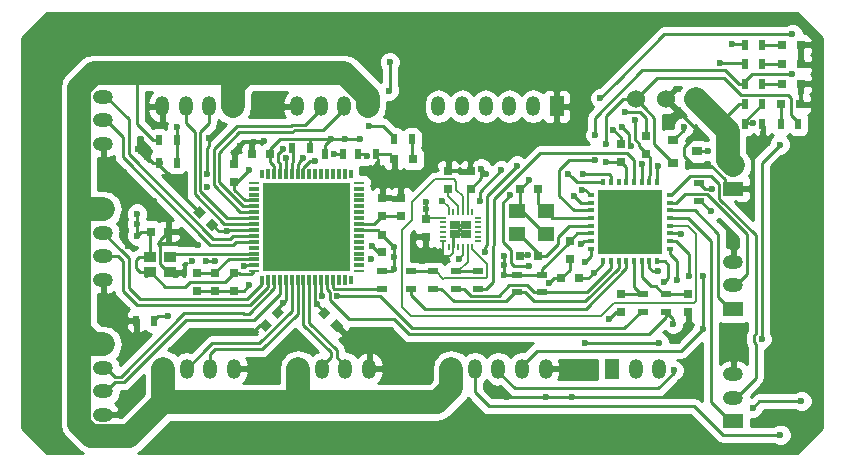
<source format=gtl>
G04 #@! TF.FileFunction,Copper,L2,Bot,Signal*
%FSLAX46Y46*%
G04 Gerber Fmt 4.6, Leading zero omitted, Abs format (unit mm)*
G04 Created by KiCad (PCBNEW 4.0.5) date *
%MOMM*%
%LPD*%
G01*
G04 APERTURE LIST*
%ADD10C,0.100000*%
%ADD11R,0.300000X0.800000*%
%ADD12R,0.300000X0.850000*%
%ADD13R,0.850000X0.250000*%
%ADD14R,0.850000X0.300000*%
%ADD15R,1.837500X1.837500*%
%ADD16R,0.800000X0.750000*%
%ADD17R,0.900000X0.500000*%
%ADD18R,0.750000X0.800000*%
%ADD19R,0.800000X0.800000*%
%ADD20R,1.700000X1.200000*%
%ADD21O,1.700000X1.200000*%
%ADD22R,1.200000X1.700000*%
%ADD23O,1.200000X1.700000*%
%ADD24R,0.900000X0.800000*%
%ADD25R,0.500000X0.900000*%
%ADD26C,1.524000*%
%ADD27R,0.600000X0.400000*%
%ADD28R,0.400000X0.600000*%
%ADD29R,1.365000X1.365000*%
%ADD30R,0.550000X0.150000*%
%ADD31R,0.550000X0.200000*%
%ADD32R,0.200000X0.500000*%
%ADD33R,0.200000X0.550000*%
%ADD34R,0.875000X0.800000*%
%ADD35R,1.400000X1.200000*%
%ADD36R,1.100000X0.900000*%
%ADD37C,0.600000*%
%ADD38C,0.250000*%
%ADD39C,0.200000*%
%ADD40C,2.000000*%
%ADD41C,0.254000*%
%ADD42C,0.350000*%
G04 APERTURE END LIST*
D10*
D11*
X121405000Y-139765000D03*
D12*
X121905000Y-139765000D03*
X122405000Y-139765000D03*
X122905000Y-139765000D03*
X123405000Y-139765000D03*
X123905000Y-139765000D03*
X124405000Y-139765000D03*
X124905000Y-139765000D03*
X125405000Y-139765000D03*
X125905000Y-139765000D03*
X126405000Y-139765000D03*
X126905000Y-139765000D03*
X127405000Y-139765000D03*
X127905000Y-139765000D03*
X128405000Y-139765000D03*
D11*
X128905000Y-139765000D03*
D13*
X129605000Y-139065000D03*
D14*
X129605000Y-138565000D03*
X129605000Y-138065000D03*
X129605000Y-137565000D03*
X129605000Y-137065000D03*
X129605000Y-136565000D03*
X129605000Y-136065000D03*
X129605000Y-135565000D03*
X129605000Y-135065000D03*
X129605000Y-134565000D03*
X129605000Y-134065000D03*
X129605000Y-133565000D03*
X129605000Y-133065000D03*
X129605000Y-132565000D03*
X129605000Y-132065000D03*
D13*
X129605000Y-131565000D03*
D11*
X128905000Y-130865000D03*
D12*
X128405000Y-130865000D03*
X127905000Y-130865000D03*
X127405000Y-130865000D03*
X126905000Y-130865000D03*
X126405000Y-130865000D03*
X125905000Y-130865000D03*
X125405000Y-130865000D03*
X124905000Y-130865000D03*
X124405000Y-130865000D03*
X123905000Y-130865000D03*
X123405000Y-130865000D03*
X122905000Y-130865000D03*
X122405000Y-130865000D03*
X121905000Y-130865000D03*
D11*
X121405000Y-130865000D03*
D13*
X120705000Y-131565000D03*
D14*
X120705000Y-132065000D03*
X120705000Y-132565000D03*
X120705000Y-133065000D03*
X120705000Y-133565000D03*
X120705000Y-134065000D03*
X120705000Y-134565000D03*
X120705000Y-135065000D03*
X120705000Y-135565000D03*
X120705000Y-136065000D03*
X120705000Y-136565000D03*
X120705000Y-137065000D03*
X120705000Y-137565000D03*
X120705000Y-138065000D03*
X120705000Y-138565000D03*
D13*
X120705000Y-139065000D03*
D15*
X127911250Y-132558750D03*
X126073750Y-132558750D03*
X124236250Y-132558750D03*
X122398750Y-132558750D03*
X127911250Y-134396250D03*
X126073750Y-134396250D03*
X124236250Y-134396250D03*
X122398750Y-134396250D03*
X127911250Y-136233750D03*
X126073750Y-136233750D03*
X124236250Y-136233750D03*
X122398750Y-136233750D03*
X127911250Y-138071250D03*
X126073750Y-138071250D03*
X124236250Y-138071250D03*
X122398750Y-138071250D03*
D16*
X143280000Y-137795000D03*
X144780000Y-137795000D03*
D17*
X139700000Y-139065000D03*
X139700000Y-140565000D03*
X137795000Y-139065000D03*
X137795000Y-140565000D03*
D16*
X113474500Y-135699500D03*
X111974500Y-135699500D03*
D10*
G36*
X121702518Y-143070152D02*
X122232848Y-143600482D01*
X121667162Y-144166168D01*
X121136832Y-143635838D01*
X121702518Y-143070152D01*
X121702518Y-143070152D01*
G37*
G36*
X122763178Y-142009492D02*
X123293508Y-142539822D01*
X122727822Y-143105508D01*
X122197492Y-142575178D01*
X122763178Y-142009492D01*
X122763178Y-142009492D01*
G37*
G36*
X127172822Y-143641652D02*
X127703152Y-143111322D01*
X128268838Y-143677008D01*
X127738508Y-144207338D01*
X127172822Y-143641652D01*
X127172822Y-143641652D01*
G37*
G36*
X126112162Y-142580992D02*
X126642492Y-142050662D01*
X127208178Y-142616348D01*
X126677848Y-143146678D01*
X126112162Y-142580992D01*
X126112162Y-142580992D01*
G37*
G36*
X116644848Y-134085018D02*
X116114518Y-134615348D01*
X115548832Y-134049662D01*
X116079162Y-133519332D01*
X116644848Y-134085018D01*
X116644848Y-134085018D01*
G37*
G36*
X117705508Y-135145678D02*
X117175178Y-135676008D01*
X116609492Y-135110322D01*
X117139822Y-134579992D01*
X117705508Y-135145678D01*
X117705508Y-135145678D01*
G37*
D18*
X119062500Y-130008500D03*
X119062500Y-131508500D03*
X118999000Y-140692000D03*
X118999000Y-139192000D03*
D16*
X120547000Y-129159000D03*
X122047000Y-129159000D03*
D18*
X131572000Y-132854000D03*
X131572000Y-134354000D03*
X133159500Y-132866000D03*
X133159500Y-134366000D03*
X117411500Y-140692000D03*
X117411500Y-139192000D03*
X115887500Y-140704000D03*
X115887500Y-139204000D03*
D16*
X143280000Y-132080000D03*
X144780000Y-132080000D03*
D18*
X153924000Y-127595500D03*
X153924000Y-129095500D03*
X147435000Y-138025000D03*
X147435000Y-136525000D03*
X151765000Y-128270000D03*
X151765000Y-129770000D03*
X157480000Y-142470000D03*
X157480000Y-140970000D03*
X151765000Y-142470000D03*
X151765000Y-140970000D03*
X135255000Y-136120000D03*
X135255000Y-134620000D03*
X139065000Y-130580000D03*
X139065000Y-132080000D03*
X137160000Y-130580000D03*
X137160000Y-132080000D03*
D19*
X165341500Y-124904500D03*
X166941500Y-124904500D03*
X134188000Y-129540000D03*
X132588000Y-129540000D03*
X165405000Y-123190000D03*
X167005000Y-123190000D03*
X165417500Y-119888000D03*
X167017500Y-119888000D03*
X165417500Y-121539000D03*
X167017500Y-121539000D03*
D20*
X161290000Y-132080000D03*
D21*
X161290000Y-130080000D03*
D20*
X107950000Y-122270000D03*
D21*
X107950000Y-124270000D03*
X107950000Y-126270000D03*
X107950000Y-128270000D03*
D20*
X107950000Y-133795000D03*
D21*
X107950000Y-135795000D03*
X107950000Y-137795000D03*
X107950000Y-139795000D03*
D22*
X118935000Y-125095000D03*
D23*
X116935000Y-125095000D03*
X114935000Y-125095000D03*
X112935000Y-125095000D03*
D22*
X124460000Y-147320000D03*
D23*
X126460000Y-147320000D03*
X128460000Y-147320000D03*
X130460000Y-147320000D03*
D20*
X107950000Y-145225000D03*
D21*
X107950000Y-147225000D03*
X107950000Y-149225000D03*
X107950000Y-151225000D03*
D22*
X113030000Y-147320000D03*
D23*
X115030000Y-147320000D03*
X117030000Y-147320000D03*
X119030000Y-147320000D03*
D22*
X130365000Y-125095000D03*
D23*
X128365000Y-125095000D03*
X126365000Y-125095000D03*
X124365000Y-125095000D03*
D22*
X146335000Y-125095000D03*
D23*
X144335000Y-125095000D03*
X142335000Y-125095000D03*
X140335000Y-125095000D03*
X138335000Y-125095000D03*
X136335000Y-125095000D03*
D20*
X161290000Y-151765000D03*
D21*
X161290000Y-149765000D03*
X161290000Y-147765000D03*
D20*
X161290000Y-142240000D03*
D21*
X161290000Y-140240000D03*
X161290000Y-138240000D03*
D22*
X137415000Y-147320000D03*
D23*
X139415000Y-147320000D03*
X141415000Y-147320000D03*
X143415000Y-147320000D03*
X145415000Y-147320000D03*
D22*
X151035000Y-147320000D03*
D23*
X153035000Y-147320000D03*
X155035000Y-147320000D03*
D24*
X156210000Y-127955000D03*
X156210000Y-129855000D03*
X158210000Y-128905000D03*
D25*
X166814500Y-126619000D03*
X165314500Y-126619000D03*
X112673000Y-127952500D03*
X114173000Y-127952500D03*
X114173000Y-129857500D03*
X112673000Y-129857500D03*
X126746000Y-129159000D03*
X128246000Y-129159000D03*
X129564000Y-129159000D03*
X131064000Y-129159000D03*
D17*
X131572000Y-139025500D03*
X131572000Y-140525500D03*
D25*
X132588000Y-127889000D03*
X134088000Y-127889000D03*
X123952000Y-128651000D03*
X125452000Y-128651000D03*
X112244000Y-143256000D03*
X110744000Y-143256000D03*
X162266500Y-124904500D03*
X163766500Y-124904500D03*
X162266500Y-126619000D03*
X163766500Y-126619000D03*
X162266500Y-123190000D03*
X163766500Y-123190000D03*
X162266500Y-119888000D03*
X163766500Y-119888000D03*
X162266500Y-121539000D03*
X163766500Y-121539000D03*
D17*
X155575000Y-142470000D03*
X155575000Y-140970000D03*
X153670000Y-142470000D03*
X153670000Y-140970000D03*
X158432500Y-131596000D03*
X158432500Y-133096000D03*
X145097500Y-139343000D03*
X145097500Y-140843000D03*
X143002000Y-139343000D03*
X143002000Y-140843000D03*
X135890000Y-139065000D03*
X135890000Y-140565000D03*
X133985000Y-139065000D03*
X133985000Y-140565000D03*
D26*
X158115000Y-124460000D03*
X155575000Y-124460000D03*
X153035000Y-124460000D03*
D27*
X149225000Y-132610000D03*
X149225000Y-133260000D03*
X149225000Y-133910000D03*
X149225000Y-134560000D03*
X149225000Y-135210000D03*
X149225000Y-135860000D03*
X149225000Y-136510000D03*
X149225000Y-137160000D03*
D28*
X150300000Y-138235000D03*
X150950000Y-138235000D03*
X151600000Y-138235000D03*
X152250000Y-138235000D03*
X152900000Y-138235000D03*
X153550000Y-138235000D03*
X154200000Y-138235000D03*
X154850000Y-138235000D03*
D27*
X155925000Y-137160000D03*
X155925000Y-136510000D03*
X155925000Y-135860000D03*
X155925000Y-135210000D03*
X155925000Y-134560000D03*
X155925000Y-133910000D03*
X155925000Y-133260000D03*
X155925000Y-132610000D03*
D28*
X154850000Y-131535000D03*
X154200000Y-131535000D03*
X153550000Y-131535000D03*
X152900000Y-131535000D03*
X152250000Y-131535000D03*
X151600000Y-131535000D03*
X150950000Y-131535000D03*
X150300000Y-131535000D03*
D29*
X154622500Y-136932500D03*
X154622500Y-135567500D03*
X154622500Y-134202500D03*
X154622500Y-132837500D03*
X153257500Y-136932500D03*
X153257500Y-135567500D03*
X153257500Y-134202500D03*
X153257500Y-132837500D03*
X151892500Y-136932500D03*
X151892500Y-135567500D03*
X151892500Y-134202500D03*
X151892500Y-132837500D03*
X150527500Y-136932500D03*
X150527500Y-135567500D03*
X150527500Y-134202500D03*
X150527500Y-132837500D03*
D30*
X139700000Y-136525000D03*
D31*
X139700000Y-136125000D03*
X139700000Y-135725000D03*
X139700000Y-135325000D03*
X139700000Y-134925000D03*
D30*
X139700000Y-134525000D03*
D32*
X139200000Y-134025000D03*
D33*
X138800000Y-134025000D03*
X138400000Y-134025000D03*
X138000000Y-134025000D03*
X137600000Y-134025000D03*
D32*
X137200000Y-134025000D03*
D30*
X136700000Y-134525000D03*
D31*
X136700000Y-134925000D03*
X136700000Y-135325000D03*
X136700000Y-135725000D03*
X136700000Y-136125000D03*
D30*
X136700000Y-136525000D03*
D32*
X137200000Y-137025000D03*
D33*
X137600000Y-137025000D03*
X138000000Y-137025000D03*
X138400000Y-137025000D03*
X138800000Y-137025000D03*
D32*
X139200000Y-137025000D03*
D34*
X137765000Y-135125000D03*
X137765000Y-135925000D03*
X138635000Y-135125000D03*
X138635000Y-135925000D03*
D35*
X145415000Y-133990000D03*
X143015000Y-133990000D03*
X143015000Y-135890000D03*
X145415000Y-135890000D03*
D18*
X131572000Y-137453500D03*
X131572000Y-135953500D03*
D16*
X146748500Y-139636500D03*
X148248500Y-139636500D03*
D36*
X111869000Y-139146000D03*
X113569000Y-139146000D03*
X113569000Y-137846000D03*
X111869000Y-137846000D03*
D37*
X166370000Y-117729000D03*
X137765000Y-135125000D03*
X138635000Y-135925000D03*
X125412500Y-145605500D03*
X110998000Y-148653500D03*
X110172500Y-149542500D03*
X109601000Y-150558500D03*
X110744000Y-144716500D03*
X109791500Y-145351500D03*
X109410500Y-143637000D03*
X108712000Y-142494000D03*
X108077000Y-141668500D03*
X110045500Y-136906000D03*
X109537500Y-136017000D03*
X109601000Y-134493000D03*
X109728000Y-130619500D03*
X110934500Y-131889500D03*
X112268000Y-133096000D03*
X142303500Y-145351500D03*
X140208000Y-145669000D03*
X137160000Y-145542000D03*
X134810500Y-145669000D03*
X134810500Y-147320000D03*
X132905500Y-147510500D03*
X132588000Y-146431000D03*
X131318000Y-145034000D03*
X129222500Y-144780000D03*
X116713000Y-131953000D03*
X116713000Y-130810000D03*
X116903500Y-127762000D03*
X117792500Y-126936500D03*
X121666000Y-125158500D03*
X120904000Y-124396500D03*
X120713500Y-125793500D03*
X158686500Y-127508000D03*
X142113000Y-149733000D03*
X145415000Y-149733000D03*
X147637500Y-149733000D03*
X158242000Y-148907500D03*
X158242000Y-146177000D03*
X114744500Y-153987500D03*
X121221500Y-153987500D03*
X129857500Y-153987500D03*
X137731500Y-153987500D03*
X146431000Y-153987500D03*
X154241500Y-153987500D03*
X160274000Y-153987500D03*
X167005000Y-153987500D03*
X168402000Y-150558500D03*
X168402000Y-146748500D03*
X168402000Y-141541500D03*
X168402000Y-136652000D03*
X168402000Y-130873500D03*
X168402000Y-125730000D03*
X168402000Y-121539000D03*
X161734500Y-117538500D03*
X156146500Y-117475000D03*
X150812500Y-117665500D03*
X102425500Y-152527000D03*
X102425500Y-148336000D03*
X102425500Y-141859000D03*
X102425500Y-136906000D03*
X102425500Y-131572000D03*
X102425500Y-126619000D03*
X102425500Y-121729500D03*
X105346500Y-117665500D03*
X112839500Y-117729000D03*
X120967500Y-117729000D03*
X128397000Y-117729000D03*
X136398000Y-117538500D03*
X142113000Y-117602000D03*
X146304000Y-117729000D03*
X119507000Y-128460500D03*
X121602500Y-128016000D03*
X120713500Y-128079500D03*
X130619500Y-137985500D03*
X130683000Y-136906000D03*
X134302500Y-137541000D03*
X136398000Y-137795000D03*
X135318500Y-137668000D03*
X114871500Y-144907000D03*
X117729000Y-144272000D03*
X119316500Y-144272000D03*
X120586500Y-144272000D03*
X111125000Y-127825500D03*
X110871000Y-128714500D03*
X111696500Y-129349500D03*
X116014500Y-136842500D03*
X115189000Y-136398000D03*
X117411500Y-138176000D03*
X116649500Y-138176000D03*
X115443000Y-138176000D03*
X120332500Y-140208000D03*
X152146000Y-125539500D03*
X148590000Y-124269500D03*
X151130000Y-127063500D03*
X157543500Y-143827500D03*
X150749000Y-143129000D03*
X143879998Y-137668000D03*
X144040930Y-131337532D03*
X145669000Y-140081000D03*
X153257500Y-135567500D03*
X153257500Y-134202500D03*
X151892500Y-134202500D03*
X151892500Y-135567500D03*
X124236250Y-136233750D03*
X126073750Y-136233750D03*
X126073750Y-134396250D03*
X124236250Y-134396250D03*
X120269000Y-130492500D03*
X140398500Y-130810000D03*
X139954000Y-130365500D03*
X135255000Y-133223000D03*
X135255000Y-133794500D03*
X110807500Y-134175500D03*
X110807500Y-135064500D03*
X110807500Y-136080500D03*
X126047500Y-141859000D03*
X123190000Y-141732000D03*
X118396101Y-135690009D03*
X132588000Y-136969500D03*
X132588000Y-137858500D03*
X132588000Y-138874500D03*
X129667000Y-127825500D03*
X128397000Y-127825500D03*
X127254000Y-127825500D03*
X141859000Y-137731500D03*
X141859000Y-138557000D03*
X141859000Y-139382500D03*
X150495000Y-128270000D03*
X150495000Y-129794000D03*
X163004500Y-126492000D03*
X152971500Y-126238000D03*
X156845000Y-135890000D03*
X154940000Y-130175000D03*
X147837990Y-132715000D03*
X147320000Y-130810000D03*
X148590000Y-130810000D03*
X165290500Y-152908000D03*
X166243000Y-122364500D03*
X149606000Y-127508000D03*
X149606000Y-129667000D03*
X156273500Y-147447000D03*
X161226500Y-119824500D03*
X165227000Y-128333500D03*
X163703000Y-144780000D03*
X156527500Y-139763500D03*
X160210500Y-121412000D03*
X158750000Y-143954500D03*
X158750000Y-139446000D03*
X157543500Y-139446000D03*
X155448000Y-139954000D03*
X151906126Y-126869469D03*
X162941000Y-150622000D03*
X167068500Y-150050500D03*
X166306500Y-118999000D03*
X150050500Y-124396500D03*
X152644057Y-128488536D03*
X153606500Y-129995502D03*
X155003500Y-145097500D03*
X148717000Y-145097500D03*
X148717000Y-138303000D03*
X157099000Y-126873000D03*
X154940000Y-139065000D03*
X159489989Y-132063785D03*
X159194500Y-128905000D03*
X123397011Y-129497212D03*
X132143500Y-123761500D03*
X132207000Y-121348500D03*
X149479000Y-139192000D03*
X114236500Y-126873000D03*
X124841000Y-129476500D03*
X127508000Y-129105490D03*
X125883848Y-129743764D03*
X130302000Y-129286000D03*
X123132527Y-128713644D03*
X130429000Y-126746000D03*
X113411000Y-142875000D03*
X119850879Y-138641696D03*
X156210000Y-143510000D03*
X159385000Y-133985000D03*
X126480020Y-141160500D03*
X127780012Y-141160500D03*
X148463000Y-132143500D03*
X143002000Y-130111500D03*
X140271500Y-137414000D03*
X138112500Y-137985500D03*
X139836990Y-133115360D03*
X136652000Y-133096000D03*
X141668500Y-130492500D03*
X142417763Y-132645628D03*
X144018000Y-138620500D03*
X148399500Y-136779000D03*
D38*
X113569000Y-139146000D02*
X113469000Y-139146000D01*
X113449500Y-135699500D02*
X113474500Y-135699500D01*
X113469000Y-139146000D02*
X112741599Y-138418599D01*
X112741599Y-138418599D02*
X112741599Y-136407401D01*
X112741599Y-136407401D02*
X113449500Y-135699500D01*
X168402000Y-121539000D02*
X168402000Y-119761000D01*
X168402000Y-119761000D02*
X166370000Y-117729000D01*
X137765000Y-135125000D02*
X138635000Y-135125000D01*
X138635000Y-135925000D02*
X138565000Y-135925000D01*
X138565000Y-135925000D02*
X137765000Y-135125000D01*
X137765000Y-135925000D02*
X138635000Y-135925000D01*
X137765000Y-135925000D02*
X137600000Y-136090000D01*
X137600000Y-136090000D02*
X137600000Y-137025000D01*
X121412000Y-147320000D02*
X123126500Y-145605500D01*
X123126500Y-145605500D02*
X125412500Y-145605500D01*
X119030000Y-147320000D02*
X121412000Y-147320000D01*
X110172500Y-149542500D02*
X110172500Y-149479000D01*
X110172500Y-149479000D02*
X110998000Y-148653500D01*
X107950000Y-151225000D02*
X108934500Y-151225000D01*
X108934500Y-151225000D02*
X109601000Y-150558500D01*
X109791500Y-145351500D02*
X110109000Y-145351500D01*
X110109000Y-145351500D02*
X110744000Y-144716500D01*
X108712000Y-142494000D02*
X108712000Y-142938500D01*
X108712000Y-142938500D02*
X109410500Y-143637000D01*
X107950000Y-139795000D02*
X107950000Y-141541500D01*
X107950000Y-141541500D02*
X108077000Y-141668500D01*
X109537500Y-136017000D02*
X109537500Y-136398000D01*
X109537500Y-136398000D02*
X110045500Y-136906000D01*
X110634501Y-132189499D02*
X109601000Y-133223000D01*
X109601000Y-133223000D02*
X109601000Y-134493000D01*
X110934500Y-131889500D02*
X110634501Y-132189499D01*
X110934500Y-131889500D02*
X110934500Y-131826000D01*
X110934500Y-131826000D02*
X109728000Y-130619500D01*
X113474500Y-135699500D02*
X113474500Y-134302500D01*
X113474500Y-134302500D02*
X112268000Y-133096000D01*
X140208000Y-145669000D02*
X141986000Y-145669000D01*
X141986000Y-145669000D02*
X142303500Y-145351500D01*
X134810500Y-145669000D02*
X137033000Y-145669000D01*
X137033000Y-145669000D02*
X137160000Y-145542000D01*
X132905500Y-147510500D02*
X134620000Y-147510500D01*
X134620000Y-147510500D02*
X134810500Y-147320000D01*
X131318000Y-145034000D02*
X131318000Y-145161000D01*
X131318000Y-145161000D02*
X132588000Y-146431000D01*
X130460000Y-147320000D02*
X130460000Y-146017500D01*
X130460000Y-146017500D02*
X129222500Y-144780000D01*
X162877500Y-131762500D02*
X162560000Y-132080000D01*
X162560000Y-132080000D02*
X161290000Y-132080000D01*
X162877500Y-128841500D02*
X162877500Y-131762500D01*
X163766500Y-127952500D02*
X162877500Y-128841500D01*
X163766500Y-126619000D02*
X163766500Y-127952500D01*
X166941500Y-124904500D02*
X166941500Y-123253500D01*
X166941500Y-123253500D02*
X167005000Y-123190000D01*
X139065000Y-130580000D02*
X139065000Y-128714500D01*
X139065000Y-128714500D02*
X140335000Y-127444500D01*
X140335000Y-127444500D02*
X145669000Y-127444500D01*
X145669000Y-127444500D02*
X146335000Y-126778500D01*
X146335000Y-126778500D02*
X146335000Y-125095000D01*
X137160000Y-130580000D02*
X139065000Y-130580000D01*
X116713000Y-128651000D02*
X116713000Y-130810000D01*
X116903500Y-128460500D02*
X116713000Y-128651000D01*
X116903500Y-127762000D02*
X116903500Y-128460500D01*
X117792500Y-126936500D02*
X117729000Y-126936500D01*
X117729000Y-126936500D02*
X116903500Y-127762000D01*
X120713500Y-125793500D02*
X120713500Y-124587000D01*
X120713500Y-124587000D02*
X120904000Y-124396500D01*
D39*
X137600000Y-137025000D02*
X137600000Y-137500000D01*
X137600000Y-137500000D02*
X137305000Y-137795000D01*
X137305000Y-137795000D02*
X136822264Y-137795000D01*
X136822264Y-137795000D02*
X136398000Y-137795000D01*
D38*
X158686500Y-127508000D02*
X155638500Y-124460000D01*
X155638500Y-124460000D02*
X155575000Y-124460000D01*
X157162500Y-129292502D02*
X157162500Y-128517498D01*
X157162500Y-128517498D02*
X158171998Y-127508000D01*
X158171998Y-127508000D02*
X158686500Y-127508000D01*
X159447654Y-130111500D02*
X157981498Y-130111500D01*
X157981498Y-130111500D02*
X157162500Y-129292502D01*
X160591500Y-131255346D02*
X159447654Y-130111500D01*
X161290000Y-132080000D02*
X161040000Y-132080000D01*
X160591500Y-131631500D02*
X160591500Y-131255346D01*
X161040000Y-132080000D02*
X160591500Y-131631500D01*
X145415000Y-149733000D02*
X142113000Y-149733000D01*
X156972000Y-148907500D02*
X156146500Y-149733000D01*
X156146500Y-149733000D02*
X147637500Y-149733000D01*
X158242000Y-148907500D02*
X156972000Y-148907500D01*
X158242000Y-146177000D02*
X158242000Y-148907500D01*
X121221500Y-153987500D02*
X114744500Y-153987500D01*
X137731500Y-153987500D02*
X129857500Y-153987500D01*
X154241500Y-153987500D02*
X146431000Y-153987500D01*
X167005000Y-153987500D02*
X160274000Y-153987500D01*
X168402000Y-146748500D02*
X168402000Y-150558500D01*
X168402000Y-136652000D02*
X168402000Y-141541500D01*
X168402000Y-125730000D02*
X168402000Y-130873500D01*
X156146500Y-117475000D02*
X161671000Y-117475000D01*
X161671000Y-117475000D02*
X161734500Y-117538500D01*
X146304000Y-117729000D02*
X150749000Y-117729000D01*
X150749000Y-117729000D02*
X150812500Y-117665500D01*
X102425500Y-141859000D02*
X102425500Y-148336000D01*
X102425500Y-131572000D02*
X102425500Y-136906000D01*
X102425500Y-121729500D02*
X102425500Y-126619000D01*
X112839500Y-117729000D02*
X105410000Y-117729000D01*
X105410000Y-117729000D02*
X105346500Y-117665500D01*
X128397000Y-117729000D02*
X120967500Y-117729000D01*
X142113000Y-117602000D02*
X136461500Y-117602000D01*
X136461500Y-117602000D02*
X136398000Y-117538500D01*
X146335000Y-125095000D02*
X146335000Y-117760000D01*
X146335000Y-117760000D02*
X146304000Y-117729000D01*
X131064000Y-129159000D02*
X132207000Y-129159000D01*
X132207000Y-129159000D02*
X132588000Y-129540000D01*
X120547000Y-129159000D02*
X120547000Y-128246000D01*
X120547000Y-128246000D02*
X120713500Y-128079500D01*
D39*
X120713500Y-128079500D02*
X119888000Y-128079500D01*
X119888000Y-128079500D02*
X119507000Y-128460500D01*
X120737500Y-128103500D02*
X120713500Y-128079500D01*
X136700000Y-136525000D02*
X136700000Y-137493000D01*
X136700000Y-137493000D02*
X136398000Y-137795000D01*
D38*
X131572000Y-137453500D02*
X131230500Y-137453500D01*
X131230500Y-137453500D02*
X130683000Y-136906000D01*
X135318500Y-137668000D02*
X134429500Y-137668000D01*
X134429500Y-137668000D02*
X134302500Y-137541000D01*
X135255000Y-136120000D02*
X135255000Y-137604500D01*
X135255000Y-137604500D02*
X135318500Y-137668000D01*
X119316500Y-144272000D02*
X117729000Y-144272000D01*
X121684840Y-143618160D02*
X121240340Y-143618160D01*
X121240340Y-143618160D02*
X120586500Y-144272000D01*
X110871000Y-128714500D02*
X110871000Y-128079500D01*
X110871000Y-128079500D02*
X111125000Y-127825500D01*
X112673000Y-129857500D02*
X112204500Y-129857500D01*
X112204500Y-129857500D02*
X111696500Y-129349500D01*
X114427000Y-131811500D02*
X114427000Y-132397500D01*
X114427000Y-132397500D02*
X116096840Y-134067340D01*
X112673000Y-129857500D02*
X112673000Y-130057500D01*
X112673000Y-130057500D02*
X114427000Y-131811500D01*
X113474500Y-135699500D02*
X114490500Y-135699500D01*
X114490500Y-135699500D02*
X115189000Y-136398000D01*
X116649500Y-138176000D02*
X117411500Y-138176000D01*
X113919000Y-139446000D02*
X114173000Y-139446000D01*
X118999000Y-140692000D02*
X119848500Y-140692000D01*
X119848500Y-140692000D02*
X120332500Y-140208000D01*
X117411500Y-140692000D02*
X118999000Y-140692000D01*
X115887500Y-140704000D02*
X117399500Y-140704000D01*
X117399500Y-140704000D02*
X117411500Y-140692000D01*
X153924000Y-126111000D02*
X153360001Y-125547001D01*
X153360001Y-125547001D02*
X152153501Y-125547001D01*
X152153501Y-125547001D02*
X152146000Y-125539500D01*
X153924000Y-126945500D02*
X153924000Y-126111000D01*
X153924000Y-127595500D02*
X153924000Y-126945500D01*
X148590000Y-124269500D02*
X147764500Y-125095000D01*
X147764500Y-125095000D02*
X146335000Y-125095000D01*
X151765000Y-128270000D02*
X151765000Y-127698500D01*
X151765000Y-127698500D02*
X151130000Y-127063500D01*
X157480000Y-142470000D02*
X157480000Y-143764000D01*
X157480000Y-143764000D02*
X157543500Y-143827500D01*
X151765000Y-142470000D02*
X151408000Y-142470000D01*
X151408000Y-142470000D02*
X150749000Y-143129000D01*
X143879998Y-137668000D02*
X143407000Y-137668000D01*
X143407000Y-137668000D02*
X143280000Y-137795000D01*
X143280000Y-132080000D02*
X143298462Y-132080000D01*
X143298462Y-132080000D02*
X144040930Y-131337532D01*
X143280000Y-132080000D02*
X143280000Y-133725000D01*
X143280000Y-133725000D02*
X143015000Y-133990000D01*
X145415000Y-135890000D02*
X145315000Y-135890000D01*
X145315000Y-135890000D02*
X143415000Y-133990000D01*
X143415000Y-133990000D02*
X143015000Y-133990000D01*
X146748500Y-139636500D02*
X146113500Y-139636500D01*
X146113500Y-139636500D02*
X145669000Y-140081000D01*
X147435000Y-138025000D02*
X147435000Y-138950000D01*
X147435000Y-138950000D02*
X146748500Y-139636500D01*
X153257500Y-134202500D02*
X153257500Y-135567500D01*
X151892500Y-134202500D02*
X153257500Y-134202500D01*
X151892500Y-135567500D02*
X151892500Y-134202500D01*
X126073750Y-136233750D02*
X124236250Y-136233750D01*
X126073750Y-134396250D02*
X126073750Y-136233750D01*
X124236250Y-134396250D02*
X126073750Y-134396250D01*
X113919000Y-139446000D02*
X113819000Y-139446000D01*
X110744000Y-138112500D02*
X111010500Y-137846000D01*
X111010500Y-137846000D02*
X111869000Y-137846000D01*
X110744000Y-138821000D02*
X110744000Y-138112500D01*
X111869000Y-139146000D02*
X111069000Y-139146000D01*
X111069000Y-139146000D02*
X110744000Y-138821000D01*
X111869000Y-137846000D02*
X111869000Y-135805000D01*
X111869000Y-135805000D02*
X111974500Y-135699500D01*
X114879001Y-140371001D02*
X113194001Y-140371001D01*
X113194001Y-140371001D02*
X111969000Y-139146000D01*
X111969000Y-139146000D02*
X111869000Y-139146000D01*
X119062500Y-131508500D02*
X119253000Y-131508500D01*
X119253000Y-131508500D02*
X120269000Y-130492500D01*
D39*
X138800000Y-134025000D02*
X138800000Y-132345000D01*
D38*
X124015500Y-127825500D02*
X125476000Y-127825500D01*
X125476000Y-127825500D02*
X127254000Y-127825500D01*
X125452000Y-128651000D02*
X125452000Y-127849500D01*
X125452000Y-127849500D02*
X125476000Y-127825500D01*
X122405000Y-130865000D02*
X122405000Y-130190000D01*
X122405000Y-130190000D02*
X122047000Y-129832000D01*
X122047000Y-129832000D02*
X122047000Y-129159000D01*
X122047000Y-129159000D02*
X122047000Y-128724500D01*
X122047000Y-128724500D02*
X122946000Y-127825500D01*
X122946000Y-127825500D02*
X124015500Y-127825500D01*
X150495000Y-125922370D02*
X151957370Y-124460000D01*
X150495000Y-128270000D02*
X150495000Y-125922370D01*
X151957370Y-124460000D02*
X153035000Y-124460000D01*
X139954000Y-130365500D02*
X140398500Y-130810000D01*
X139065000Y-132080000D02*
X139954000Y-131191000D01*
X139954000Y-131191000D02*
X139954000Y-130365500D01*
X135255000Y-133794500D02*
X135255000Y-133223000D01*
X135255000Y-134620000D02*
X135255000Y-133794500D01*
X153035000Y-124460000D02*
X154813000Y-122682000D01*
X154813000Y-122682000D02*
X160473498Y-122682000D01*
X160473498Y-122682000D02*
X161920997Y-124129499D01*
X161920997Y-124129499D02*
X165951501Y-124129499D01*
X165951501Y-124129499D02*
X166216499Y-124394497D01*
X166216499Y-124394497D02*
X166216499Y-125820999D01*
X166814500Y-126419000D02*
X166814500Y-126619000D01*
X166216499Y-125820999D02*
X166814500Y-126419000D01*
X110807500Y-135064500D02*
X110807500Y-134175500D01*
X110807500Y-136080500D02*
X110807500Y-135064500D01*
X111974500Y-135699500D02*
X111188500Y-135699500D01*
X111188500Y-135699500D02*
X110807500Y-136080500D01*
X125905000Y-139765000D02*
X125905000Y-140794999D01*
X125905000Y-140794999D02*
X125855010Y-140844989D01*
X125855010Y-140844989D02*
X125855010Y-141603010D01*
X125855010Y-141603010D02*
X126047500Y-141795500D01*
X126047500Y-141795500D02*
X126047500Y-141859000D01*
X126660170Y-142598670D02*
X126660170Y-142471670D01*
X126660170Y-142471670D02*
X126047500Y-141859000D01*
X123405000Y-139765000D02*
X123405000Y-141517000D01*
X123405000Y-141517000D02*
X123190000Y-141732000D01*
X122745500Y-142557500D02*
X122745500Y-142176500D01*
X122745500Y-142176500D02*
X123190000Y-141732000D01*
X117971837Y-135690009D02*
X118396101Y-135690009D01*
X117157500Y-135128000D02*
X117719509Y-135690009D01*
X117719509Y-135690009D02*
X117971837Y-135690009D01*
X120705000Y-135565000D02*
X118521110Y-135565000D01*
X118521110Y-135565000D02*
X118396101Y-135690009D01*
X131572000Y-135953500D02*
X132588000Y-136969500D01*
X132588000Y-137858500D02*
X132588000Y-136969500D01*
X132588000Y-138874500D02*
X132588000Y-137858500D01*
X131572000Y-139025500D02*
X132437000Y-139025500D01*
X132437000Y-139025500D02*
X132588000Y-138874500D01*
X128397000Y-127825500D02*
X129667000Y-127825500D01*
X127254000Y-127825500D02*
X128397000Y-127825500D01*
X126746000Y-129159000D02*
X126746000Y-128333500D01*
X126746000Y-128333500D02*
X127254000Y-127825500D01*
X141859000Y-138557000D02*
X141859000Y-137731500D01*
X141859000Y-139382500D02*
X141859000Y-138557000D01*
X143002000Y-139343000D02*
X141898500Y-139343000D01*
X141898500Y-139343000D02*
X141859000Y-139382500D01*
X131572000Y-139025500D02*
X131772000Y-139025500D01*
X131572000Y-135978500D02*
X131572000Y-135953500D01*
X143002000Y-139343000D02*
X145097500Y-139343000D01*
X147435000Y-136525000D02*
X147435000Y-136550000D01*
X147435000Y-136550000D02*
X145097500Y-138887500D01*
X145097500Y-138887500D02*
X145097500Y-139343000D01*
X151765000Y-129770000D02*
X150519000Y-129770000D01*
X150519000Y-129770000D02*
X150495000Y-129794000D01*
X156210000Y-129855000D02*
X156160000Y-129855000D01*
X156160000Y-129855000D02*
X154624001Y-128319001D01*
X154624001Y-128319001D02*
X154624001Y-126049001D01*
X154624001Y-126049001D02*
X153796999Y-125221999D01*
X153796999Y-125221999D02*
X153035000Y-124460000D01*
X118999000Y-139192000D02*
X119476181Y-139192000D01*
X119550878Y-139266697D02*
X120503303Y-139266697D01*
X119476181Y-139192000D02*
X119550878Y-139266697D01*
X120503303Y-139266697D02*
X120705000Y-139065000D01*
X120705000Y-139065000D02*
X120430000Y-139065000D01*
X118999000Y-139192000D02*
X118999000Y-139217000D01*
X118999000Y-139217000D02*
X118249001Y-139966999D01*
X118249001Y-139966999D02*
X115283003Y-139966999D01*
X115283003Y-139966999D02*
X114879001Y-140371001D01*
X111619000Y-139446000D02*
X111519000Y-139446000D01*
X129605000Y-135565000D02*
X131183500Y-135565000D01*
X131183500Y-135565000D02*
X131572000Y-135953500D01*
X120705000Y-133065000D02*
X119969000Y-133065000D01*
X119969000Y-133065000D02*
X119062500Y-132158500D01*
X119062500Y-132158500D02*
X119062500Y-131508500D01*
D39*
X138800000Y-132345000D02*
X139065000Y-132080000D01*
X136700000Y-134525000D02*
X135350000Y-134525000D01*
X135350000Y-134525000D02*
X135255000Y-134620000D01*
D38*
X152250000Y-131535000D02*
X152250000Y-130255000D01*
X152250000Y-130255000D02*
X151765000Y-129770000D01*
X149225000Y-135860000D02*
X148100000Y-135860000D01*
X148100000Y-135860000D02*
X147435000Y-136525000D01*
X144780000Y-132080000D02*
X144780000Y-133355000D01*
X144780000Y-133355000D02*
X145415000Y-133990000D01*
X149225000Y-134560000D02*
X145985000Y-134560000D01*
X145985000Y-134560000D02*
X145415000Y-133990000D01*
X143015000Y-135890000D02*
X143115000Y-135890000D01*
X143115000Y-135890000D02*
X144780000Y-137555000D01*
X144780000Y-137555000D02*
X144780000Y-137795000D01*
X149225000Y-135210000D02*
X147389998Y-135210000D01*
X147389998Y-135210000D02*
X146440001Y-136159997D01*
X146440001Y-136784999D02*
X145430000Y-137795000D01*
X146440001Y-136159997D02*
X146440001Y-136784999D01*
X145430000Y-137795000D02*
X144780000Y-137795000D01*
X152971500Y-127916498D02*
X152971500Y-126662264D01*
X153924000Y-129095500D02*
X153924000Y-129070500D01*
X153924000Y-129070500D02*
X153299000Y-128445500D01*
X153299000Y-128445500D02*
X153299000Y-128243998D01*
X153299000Y-128243998D02*
X152971500Y-127916498D01*
X152971500Y-126662264D02*
X152971500Y-126238000D01*
X154200000Y-130985000D02*
X154231502Y-130953498D01*
X154200000Y-131535000D02*
X154200000Y-130985000D01*
X154231502Y-130953498D02*
X154231502Y-129403002D01*
X154231502Y-129403002D02*
X153924000Y-129095500D01*
X162266500Y-126619000D02*
X162266500Y-126404500D01*
X162266500Y-126404500D02*
X163766500Y-124904500D01*
X163004500Y-126492000D02*
X162393500Y-126492000D01*
X162393500Y-126492000D02*
X162266500Y-126619000D01*
D39*
X138000000Y-134025000D02*
X138000000Y-133550000D01*
X138000000Y-133550000D02*
X137160000Y-132710000D01*
X137160000Y-132710000D02*
X137160000Y-132080000D01*
D38*
X165314500Y-126619000D02*
X165314500Y-124931500D01*
X165314500Y-124931500D02*
X165341500Y-124904500D01*
X134088000Y-127889000D02*
X134088000Y-129440000D01*
D39*
X134088000Y-129440000D02*
X134188000Y-129540000D01*
D38*
X163766500Y-123190000D02*
X165405000Y-123190000D01*
X163766500Y-119888000D02*
X165417500Y-119888000D01*
X163766500Y-121539000D02*
X165417500Y-121539000D01*
X162266500Y-124904500D02*
X161766500Y-124904500D01*
X161766500Y-124904500D02*
X160816499Y-125854501D01*
X160816499Y-125854501D02*
X160816499Y-127161499D01*
D40*
X161290000Y-130080000D02*
X160816499Y-129606499D01*
X160816499Y-129606499D02*
X160816499Y-127161499D01*
X160816499Y-127161499D02*
X158876999Y-125221999D01*
X158876999Y-125221999D02*
X158115000Y-124460000D01*
D38*
X112673000Y-127952500D02*
X112173000Y-127952500D01*
X112173000Y-127952500D02*
X110800000Y-126579500D01*
X110800000Y-126579500D02*
X110800000Y-122270000D01*
D40*
X113030000Y-150170000D02*
X124460000Y-150170000D01*
X124460000Y-150170000D02*
X136215000Y-150170000D01*
X124460000Y-147320000D02*
X124460000Y-150170000D01*
X136215000Y-150170000D02*
X137415000Y-148970000D01*
X137415000Y-148970000D02*
X137415000Y-147320000D01*
X105899990Y-143999990D02*
X105899990Y-151970588D01*
X105899990Y-151970588D02*
X106954412Y-153025010D01*
X106954412Y-153025010D02*
X110174990Y-153025010D01*
X110174990Y-153025010D02*
X113030000Y-150170000D01*
X113030000Y-150170000D02*
X113030000Y-147320000D01*
X105899990Y-123524412D02*
X105899990Y-133985000D01*
X105899990Y-133985000D02*
X105899990Y-143999990D01*
X107950000Y-133795000D02*
X106089990Y-133795000D01*
X106089990Y-133795000D02*
X105899990Y-133985000D01*
X105899990Y-143999990D02*
X107125000Y-145225000D01*
X107125000Y-145225000D02*
X107950000Y-145225000D01*
X107950000Y-122270000D02*
X107154402Y-122270000D01*
X107154402Y-122270000D02*
X105899990Y-123524412D01*
X128335598Y-122270000D02*
X120015000Y-122270000D01*
X120015000Y-122270000D02*
X110800000Y-122270000D01*
X118935000Y-125095000D02*
X118935000Y-123350000D01*
X118935000Y-123350000D02*
X120015000Y-122270000D01*
X130365000Y-125095000D02*
X130365000Y-124299402D01*
X130365000Y-124299402D02*
X128335598Y-122270000D01*
X110800000Y-122270000D02*
X107950000Y-122270000D01*
D38*
X108200000Y-126270000D02*
X107950000Y-126270000D01*
X109605000Y-127675000D02*
X108200000Y-126270000D01*
X109605000Y-129386538D02*
X109605000Y-127675000D01*
X117033464Y-136815002D02*
X109605000Y-129386538D01*
X118903206Y-136815002D02*
X117033464Y-136815002D01*
X119153208Y-136565000D02*
X118903206Y-136815002D01*
X120705000Y-136565000D02*
X119153208Y-136565000D01*
X108200000Y-124270000D02*
X107950000Y-124270000D01*
X110105000Y-126175000D02*
X108200000Y-124270000D01*
X110105000Y-129153590D02*
X110105000Y-126175000D01*
X117266421Y-136315011D02*
X110105000Y-129153590D01*
X118696103Y-136315011D02*
X117266421Y-136315011D01*
X118946114Y-136065000D02*
X118696103Y-136315011D01*
X120705000Y-136065000D02*
X118946114Y-136065000D01*
X117725000Y-131521944D02*
X117725000Y-129008552D01*
X123980485Y-127250000D02*
X124096498Y-127133987D01*
X126576013Y-127133987D02*
X128365000Y-125345000D01*
X120705000Y-133565000D02*
X119768056Y-133565000D01*
X124096498Y-127133987D02*
X126576013Y-127133987D01*
X119483552Y-127250000D02*
X123980485Y-127250000D01*
X119768056Y-133565000D02*
X117725000Y-131521944D01*
X117725000Y-129008552D02*
X119483552Y-127250000D01*
X128365000Y-125345000D02*
X128365000Y-125095000D01*
X120705000Y-134065000D02*
X119560962Y-134065000D01*
X119276448Y-126750000D02*
X123844074Y-126750000D01*
X125026024Y-126683976D02*
X126365000Y-125345000D01*
X123910098Y-126683976D02*
X125026024Y-126683976D01*
X117290402Y-128736046D02*
X119276448Y-126750000D01*
X117290402Y-131794440D02*
X117290402Y-128736046D01*
X123844074Y-126750000D02*
X123910098Y-126683976D01*
X119560962Y-134065000D02*
X117290402Y-131794440D01*
X126365000Y-125345000D02*
X126365000Y-125095000D01*
X124905001Y-143610053D02*
X127210000Y-145915052D01*
X126460000Y-147070000D02*
X126460000Y-147320000D01*
X127210000Y-145915052D02*
X127210000Y-146320000D01*
X127210000Y-146320000D02*
X126460000Y-147070000D01*
X124905000Y-139765000D02*
X124905001Y-139765001D01*
X124905001Y-139765001D02*
X124905001Y-143610053D01*
X125404999Y-143402947D02*
X127710000Y-145707948D01*
X128460000Y-147070000D02*
X128460000Y-147320000D01*
X127710000Y-145707948D02*
X127710000Y-146320000D01*
X127710000Y-146320000D02*
X128460000Y-147070000D01*
X125405000Y-139765000D02*
X125404999Y-139765001D01*
X125404999Y-139765001D02*
X125404999Y-143402947D01*
X120251177Y-142676285D02*
X119878375Y-142676285D01*
X119827090Y-142625000D02*
X114831448Y-142625000D01*
X119878375Y-142676285D02*
X119827090Y-142625000D01*
X122405000Y-139765000D02*
X122405000Y-140522462D01*
X122405000Y-140522462D02*
X120251177Y-142676285D01*
X108950000Y-147975000D02*
X108200000Y-147225000D01*
X108200000Y-147225000D02*
X107950000Y-147225000D01*
X114831448Y-142625000D02*
X109481448Y-147975000D01*
X109481448Y-147975000D02*
X108950000Y-147975000D01*
X120701783Y-143176275D02*
X114987277Y-143176275D01*
X122905000Y-139765000D02*
X122905000Y-140973058D01*
X108950000Y-148475000D02*
X108200000Y-149225000D01*
X122905000Y-140973058D02*
X120701783Y-143176275D01*
X114987277Y-143176275D02*
X109688552Y-148475000D01*
X109688552Y-148475000D02*
X108950000Y-148475000D01*
X108200000Y-149225000D02*
X107950000Y-149225000D01*
X121181448Y-145165000D02*
X117185000Y-145165000D01*
X117185000Y-145165000D02*
X116676447Y-145673553D01*
X116676447Y-145673553D02*
X115030000Y-147320000D01*
X123905001Y-142441447D02*
X121181448Y-145165000D01*
X123905000Y-139765000D02*
X123905001Y-139765001D01*
X123905001Y-139765001D02*
X123905001Y-142441447D01*
X121388552Y-145665000D02*
X117392106Y-145665000D01*
X117392106Y-145665000D02*
X117030000Y-146027106D01*
X117030000Y-146027106D02*
X117030000Y-147320000D01*
X124404999Y-142648553D02*
X121388552Y-145665000D01*
X124405000Y-139765000D02*
X124404999Y-139765001D01*
X124404999Y-139765001D02*
X124404999Y-142648553D01*
X110105000Y-137950000D02*
X109596447Y-137441447D01*
X110105000Y-140485448D02*
X110105000Y-137950000D01*
X109596447Y-137441447D02*
X107950000Y-135795000D01*
X111038052Y-141418500D02*
X110105000Y-140485448D01*
X115241998Y-141418500D02*
X111038052Y-141418500D01*
X115252499Y-141429001D02*
X115241998Y-141418500D01*
X120165448Y-141418500D02*
X116533002Y-141418500D01*
X121405001Y-140178947D02*
X120165448Y-141418500D01*
X116533002Y-141418500D02*
X116522501Y-141429001D01*
X116522501Y-141429001D02*
X115252499Y-141429001D01*
X121405001Y-139765001D02*
X121405001Y-140178947D01*
X121405001Y-139765001D02*
X121405000Y-139765000D01*
X109605000Y-140692552D02*
X109605000Y-138157106D01*
X109605000Y-138157106D02*
X109242894Y-137795000D01*
X109242894Y-137795000D02*
X107950000Y-137795000D01*
X110830948Y-141918500D02*
X109605000Y-140692552D01*
X115034904Y-141918500D02*
X110830948Y-141918500D01*
X121904999Y-140386053D02*
X120372552Y-141918500D01*
X120372552Y-141918500D02*
X116740096Y-141918500D01*
X116740096Y-141918500D02*
X116729604Y-141928992D01*
X116729604Y-141928992D02*
X115045395Y-141928991D01*
X115045395Y-141928991D02*
X115034904Y-141918500D01*
X121905000Y-139765000D02*
X121904999Y-139765001D01*
X121904999Y-139765001D02*
X121904999Y-140386053D01*
X155925000Y-135860000D02*
X156815000Y-135860000D01*
X156815000Y-135860000D02*
X156845000Y-135890000D01*
X154850000Y-131535000D02*
X154850000Y-130265000D01*
X154850000Y-130265000D02*
X154940000Y-130175000D01*
X148382990Y-133260000D02*
X148137989Y-133014999D01*
X148137989Y-133014999D02*
X147837990Y-132715000D01*
X149225000Y-133260000D02*
X148382990Y-133260000D01*
X149850000Y-131535000D02*
X149833499Y-131518499D01*
X150300000Y-131535000D02*
X149850000Y-131535000D01*
X149833499Y-131518499D02*
X148028499Y-131518499D01*
X147619999Y-131109999D02*
X147320000Y-130810000D01*
X148028499Y-131518499D02*
X147619999Y-131109999D01*
X150950000Y-131535000D02*
X150950000Y-130985000D01*
X150950000Y-130985000D02*
X150775000Y-130810000D01*
X150775000Y-130810000D02*
X148590000Y-130810000D01*
X161040000Y-151765000D02*
X161290000Y-151765000D01*
X159385000Y-136525000D02*
X159385000Y-150110000D01*
X155925000Y-134560000D02*
X157420000Y-134560000D01*
X157420000Y-134560000D02*
X159385000Y-136525000D01*
X159385000Y-150110000D02*
X161040000Y-151765000D01*
X159450859Y-131020999D02*
X160114999Y-131685139D01*
X160114999Y-131685139D02*
X160114999Y-132940001D01*
X160114999Y-132940001D02*
X163195000Y-136020002D01*
X163195000Y-148110000D02*
X161540000Y-149765000D01*
X163077999Y-144479999D02*
X163077999Y-145080001D01*
X163195000Y-136020002D02*
X163195000Y-144362998D01*
X163195000Y-145197002D02*
X163195000Y-148110000D01*
X163195000Y-144362998D02*
X163077999Y-144479999D01*
X157614001Y-131020999D02*
X159450859Y-131020999D01*
X156025000Y-132610000D02*
X157614001Y-131020999D01*
X161540000Y-149765000D02*
X161290000Y-149765000D01*
X163077999Y-145080001D02*
X163195000Y-145197002D01*
X155925000Y-132610000D02*
X156025000Y-132610000D01*
X160020000Y-135890000D02*
X160020000Y-141220000D01*
X160020000Y-141220000D02*
X161040000Y-142240000D01*
X161040000Y-142240000D02*
X161290000Y-142240000D01*
X158040000Y-133910000D02*
X160020000Y-135890000D01*
X155925000Y-133910000D02*
X158040000Y-133910000D01*
X157214001Y-132520999D02*
X156475000Y-133260000D01*
X156475000Y-133260000D02*
X155925000Y-133260000D01*
X162465010Y-135926422D02*
X159059587Y-132520999D01*
X159059587Y-132520999D02*
X157214001Y-132520999D01*
X161540000Y-140240000D02*
X162465010Y-139314990D01*
X161290000Y-140240000D02*
X161540000Y-140240000D01*
X162465010Y-139314990D02*
X162465010Y-135926422D01*
X140589000Y-150495000D02*
X139415000Y-149321000D01*
X139415000Y-149321000D02*
X139415000Y-147320000D01*
X157984998Y-150495000D02*
X140589000Y-150495000D01*
X165290500Y-152908000D02*
X160397998Y-152908000D01*
X160397998Y-152908000D02*
X157984998Y-150495000D01*
X162266500Y-123190000D02*
X162266500Y-122990000D01*
X162266500Y-122990000D02*
X162892000Y-122364500D01*
X162892000Y-122364500D02*
X166243000Y-122364500D01*
X153606500Y-122047000D02*
X160623500Y-122047000D01*
X161766500Y-123190000D02*
X162266500Y-123190000D01*
X160623500Y-122047000D02*
X161766500Y-123190000D01*
X149606000Y-126047500D02*
X153606500Y-122047000D01*
X149606000Y-127508000D02*
X149606000Y-126047500D01*
X146558000Y-130492500D02*
X147383500Y-129667000D01*
X147383500Y-129667000D02*
X149606000Y-129667000D01*
X146558000Y-132651500D02*
X146558000Y-130492500D01*
X147816500Y-133910000D02*
X146558000Y-132651500D01*
X149225000Y-133910000D02*
X147816500Y-133910000D01*
X156527500Y-139339236D02*
X156527500Y-139763500D01*
X156527500Y-138212500D02*
X156527500Y-139339236D01*
X155925000Y-137610000D02*
X156527500Y-138212500D01*
X155925000Y-137160000D02*
X155925000Y-137610000D01*
X156273500Y-147639661D02*
X156273500Y-147447000D01*
X154942161Y-148971000D02*
X142816000Y-148971000D01*
X141415000Y-147570000D02*
X141415000Y-147320000D01*
X142816000Y-148971000D02*
X141415000Y-147570000D01*
X156273500Y-147639661D02*
X154942161Y-148971000D01*
X161226500Y-119824500D02*
X162203000Y-119824500D01*
X162203000Y-119824500D02*
X162266500Y-119888000D01*
X163703000Y-144780000D02*
X163703000Y-129857500D01*
X163703000Y-129857500D02*
X165227000Y-128333500D01*
X156908500Y-145796000D02*
X144689000Y-145796000D01*
X144689000Y-145796000D02*
X143415000Y-147070000D01*
X143415000Y-147070000D02*
X143415000Y-147320000D01*
X158750000Y-143954500D02*
X156908500Y-145796000D01*
X160210500Y-121412000D02*
X162139500Y-121412000D01*
X162139500Y-121412000D02*
X162266500Y-121539000D01*
X158750000Y-139446000D02*
X158750000Y-143954500D01*
X155925000Y-136510000D02*
X156475000Y-136510000D01*
X156475000Y-136510000D02*
X157543500Y-137578500D01*
X157543500Y-137578500D02*
X157543500Y-139446000D01*
X155765500Y-138493500D02*
X155765500Y-139636500D01*
X155765500Y-139636500D02*
X155448000Y-139954000D01*
X155507000Y-138235000D02*
X155765500Y-138493500D01*
X154850000Y-138235000D02*
X155507000Y-138235000D01*
X152465001Y-127428344D02*
X152206125Y-127169468D01*
X152206125Y-127169468D02*
X151906126Y-126869469D01*
X152465001Y-128309480D02*
X152465001Y-127428344D01*
X152644057Y-128488536D02*
X152465001Y-128309480D01*
X167068500Y-150050500D02*
X163512500Y-150050500D01*
X163512500Y-150050500D02*
X162941000Y-150622000D01*
X151524012Y-122922988D02*
X155448000Y-118999000D01*
X155448000Y-118999000D02*
X166306500Y-118999000D01*
X150050500Y-124396500D02*
X151524012Y-122922988D01*
X153550000Y-131535000D02*
X153550000Y-130052002D01*
X153550000Y-130052002D02*
X153606500Y-129995502D01*
X150304500Y-145097500D02*
X155003500Y-145097500D01*
X148717000Y-145097500D02*
X150304500Y-145097500D01*
X149225000Y-137160000D02*
X149225000Y-137795000D01*
X149225000Y-137795000D02*
X148717000Y-138303000D01*
X157099000Y-126873000D02*
X157099000Y-127066000D01*
X157099000Y-127066000D02*
X156210000Y-127955000D01*
X156530000Y-127635000D02*
X156210000Y-127955000D01*
X154200000Y-138235000D02*
X154200000Y-138785000D01*
X154200000Y-138785000D02*
X154480000Y-139065000D01*
X154480000Y-139065000D02*
X154940000Y-139065000D01*
X159489989Y-132063785D02*
X158900285Y-132063785D01*
X158900285Y-132063785D02*
X158432500Y-131596000D01*
X158210000Y-128905000D02*
X159194500Y-128905000D01*
X123405000Y-130865000D02*
X123405000Y-129505201D01*
X123405000Y-129505201D02*
X123397011Y-129497212D01*
X132207000Y-121348500D02*
X132207000Y-123698000D01*
X132207000Y-123698000D02*
X132143500Y-123761500D01*
X148248500Y-139636500D02*
X149034500Y-139636500D01*
X149034500Y-139636500D02*
X149479000Y-139192000D01*
X150300000Y-138235000D02*
X150300000Y-138371000D01*
X150300000Y-138371000D02*
X149479000Y-139192000D01*
X114173000Y-127952500D02*
X114173000Y-126936500D01*
X114173000Y-126936500D02*
X114236500Y-126873000D01*
X114173000Y-127952500D02*
X114173000Y-129857500D01*
X124405000Y-130064084D02*
X124541001Y-129928083D01*
X124541001Y-129928083D02*
X124541001Y-129776499D01*
X124405000Y-130865000D02*
X124405000Y-130064084D01*
X124541001Y-129776499D02*
X124841000Y-129476500D01*
X128246000Y-129159000D02*
X127561510Y-129159000D01*
X127561510Y-129159000D02*
X127508000Y-129105490D01*
X125459584Y-129743764D02*
X125883848Y-129743764D01*
X124905000Y-130298348D02*
X125459584Y-129743764D01*
X124905000Y-130865000D02*
X124905000Y-130298348D01*
X129564000Y-129159000D02*
X130175000Y-129159000D01*
X130175000Y-129159000D02*
X130302000Y-129286000D01*
X127405000Y-139765000D02*
X127405000Y-140440000D01*
X127405000Y-140440000D02*
X127490500Y-140525500D01*
X127490500Y-140525500D02*
X130872000Y-140525500D01*
X130872000Y-140525500D02*
X131572000Y-140525500D01*
X122905000Y-129927000D02*
X122772001Y-129794001D01*
X122832528Y-129013643D02*
X123132527Y-128713644D01*
X122772001Y-129794001D02*
X122772001Y-129074170D01*
X122905000Y-130865000D02*
X122905000Y-129927000D01*
X122772001Y-129074170D02*
X122832528Y-129013643D01*
X130429000Y-126746000D02*
X131645000Y-126746000D01*
X131645000Y-126746000D02*
X132588000Y-127689000D01*
D39*
X123004989Y-128841182D02*
X123132527Y-128713644D01*
X132588000Y-127689000D02*
X132588000Y-127889000D01*
D38*
X124022013Y-128721013D02*
X123952000Y-128651000D01*
X123905000Y-130865000D02*
X123905000Y-129927673D01*
X124022013Y-129810660D02*
X124022013Y-128721013D01*
X123905000Y-129927673D02*
X124022013Y-129810660D01*
X113411000Y-142875000D02*
X112625000Y-142875000D01*
X112625000Y-142875000D02*
X112244000Y-143256000D01*
X120705000Y-138565000D02*
X119927575Y-138565000D01*
X119927575Y-138565000D02*
X119850879Y-138641696D01*
X156210000Y-143510000D02*
X156210000Y-143105000D01*
X156210000Y-143105000D02*
X155575000Y-142470000D01*
X158432500Y-133096000D02*
X158496000Y-133096000D01*
X158496000Y-133096000D02*
X159385000Y-133985000D01*
X128801448Y-143125000D02*
X132611448Y-143125000D01*
X132611448Y-143125000D02*
X133881448Y-144395000D01*
X126905000Y-140586506D02*
X127155002Y-140836508D01*
X126905000Y-139765000D02*
X126905000Y-140586506D01*
X127155002Y-141478554D02*
X128801448Y-143125000D01*
X127155002Y-140836508D02*
X127155002Y-141478554D01*
X155575000Y-142970000D02*
X155575000Y-142470000D01*
X154150000Y-144395000D02*
X155575000Y-142970000D01*
X133881448Y-144395000D02*
X154150000Y-144395000D01*
X128204276Y-141160500D02*
X127780012Y-141160500D01*
X152045000Y-143895000D02*
X134088552Y-143895000D01*
X153470000Y-142470000D02*
X152045000Y-143895000D01*
X153670000Y-142470000D02*
X153470000Y-142470000D01*
X126405000Y-139765000D02*
X126405000Y-141085480D01*
X126405000Y-141085480D02*
X126480020Y-141160500D01*
X134088552Y-143895000D02*
X131354052Y-141160500D01*
X131354052Y-141160500D02*
X128204276Y-141160500D01*
X148297998Y-140843000D02*
X148209000Y-140843000D01*
X148209000Y-140843000D02*
X145097500Y-140843000D01*
X150950000Y-138785000D02*
X148892000Y-140843000D01*
X148892000Y-140843000D02*
X148209000Y-140843000D01*
X139070001Y-141140001D02*
X141419997Y-141140001D01*
X141419997Y-141140001D02*
X142291999Y-140267999D01*
X142291999Y-140267999D02*
X143822499Y-140267999D01*
X143822499Y-140267999D02*
X144397500Y-140843000D01*
X144397500Y-140843000D02*
X145097500Y-140843000D01*
X150950000Y-138235000D02*
X150950000Y-138785000D01*
X138495000Y-140565000D02*
X137795000Y-140565000D01*
X139070001Y-141140001D02*
X138495000Y-140565000D01*
X137630000Y-141605000D02*
X142040000Y-141605000D01*
X142040000Y-141605000D02*
X142802000Y-140843000D01*
X142802000Y-140843000D02*
X143002000Y-140843000D01*
X148780000Y-141605000D02*
X144464000Y-141605000D01*
X144464000Y-141605000D02*
X143702000Y-140843000D01*
X143702000Y-140843000D02*
X143002000Y-140843000D01*
X137630000Y-141605000D02*
X136590000Y-140565000D01*
X136590000Y-140565000D02*
X135890000Y-140565000D01*
X151600000Y-138235000D02*
X151600000Y-138785000D01*
X151600000Y-138785000D02*
X148780000Y-141605000D01*
D39*
X140450001Y-139555001D02*
X140450001Y-138450001D01*
X140450001Y-138450001D02*
X139200000Y-137200000D01*
X136725000Y-139700000D02*
X136809999Y-139615001D01*
X136809999Y-139615001D02*
X140390001Y-139615001D01*
X140390001Y-139615001D02*
X140450001Y-139555001D01*
X139200000Y-137200000D02*
X139200000Y-137025000D01*
X135890000Y-139065000D02*
X136090000Y-139065000D01*
X136090000Y-139065000D02*
X136725000Y-139700000D01*
D38*
X133985000Y-139065000D02*
X135890000Y-139065000D01*
X152250000Y-138235000D02*
X152250000Y-138785000D01*
X152250000Y-138785000D02*
X148795000Y-142240000D01*
X148795000Y-142240000D02*
X135160000Y-142240000D01*
X135160000Y-142240000D02*
X133985000Y-141065000D01*
X133985000Y-141065000D02*
X133985000Y-140565000D01*
D39*
X138800000Y-137025000D02*
X138800000Y-138260000D01*
X138800000Y-138260000D02*
X137995000Y-139065000D01*
X137995000Y-139065000D02*
X137795000Y-139065000D01*
D38*
X137795000Y-139065000D02*
X139700000Y-139065000D01*
X140970000Y-139995000D02*
X140400000Y-140565000D01*
X152900000Y-131535000D02*
X152900000Y-129665003D01*
X152900000Y-129665003D02*
X152276995Y-129041998D01*
X152276995Y-129041998D02*
X149305998Y-129041998D01*
X141039011Y-132960987D02*
X141039011Y-136858636D01*
X149302997Y-129044999D02*
X144954999Y-129044999D01*
X144954999Y-129044999D02*
X141039011Y-132960987D01*
X149305998Y-129041998D02*
X149302997Y-129044999D01*
X140970000Y-136927647D02*
X140970000Y-139995000D01*
X141039011Y-136858636D02*
X140970000Y-136927647D01*
X140400000Y-140565000D02*
X139700000Y-140565000D01*
X120705000Y-137565000D02*
X113850000Y-137565000D01*
X113850000Y-137565000D02*
X113569000Y-137846000D01*
X148463000Y-132143500D02*
X148758500Y-132143500D01*
X148758500Y-132143500D02*
X149225000Y-132610000D01*
X140462000Y-136799236D02*
X140462000Y-132651500D01*
X140462000Y-132651500D02*
X143002000Y-130111500D01*
X140271500Y-137414000D02*
X140271500Y-136989736D01*
X140271500Y-136989736D02*
X140462000Y-136799236D01*
D39*
X138400000Y-137025000D02*
X138400000Y-137698000D01*
X138400000Y-137698000D02*
X138112500Y-137985500D01*
D38*
X139836990Y-132324010D02*
X139836990Y-132691096D01*
X141668500Y-130492500D02*
X139836990Y-132324010D01*
X139836990Y-132691096D02*
X139836990Y-133115360D01*
D39*
X137200000Y-134025000D02*
X137200000Y-133644000D01*
X137200000Y-133644000D02*
X136652000Y-133096000D01*
D38*
X141795500Y-136555502D02*
X141795500Y-133267891D01*
X141795500Y-133267891D02*
X142417763Y-132645628D01*
X142494000Y-138369002D02*
X142494000Y-137254002D01*
X142494000Y-137254002D02*
X141795500Y-136555502D01*
X144018000Y-138620500D02*
X142745498Y-138620500D01*
X142745498Y-138620500D02*
X142494000Y-138369002D01*
X149225000Y-136510000D02*
X148668500Y-136510000D01*
X148668500Y-136510000D02*
X148399500Y-136779000D01*
X155575000Y-140970000D02*
X157480000Y-140970000D01*
X154305000Y-140335000D02*
X153550000Y-139580000D01*
X153550000Y-139580000D02*
X153550000Y-138235000D01*
X154740000Y-140335000D02*
X154305000Y-140335000D01*
X155575000Y-140970000D02*
X155375000Y-140970000D01*
X155375000Y-140970000D02*
X154740000Y-140335000D01*
X152900000Y-138235000D02*
X152900000Y-140400000D01*
X152900000Y-140400000D02*
X153470000Y-140970000D01*
X153470000Y-140970000D02*
X153670000Y-140970000D01*
X151765000Y-140970000D02*
X153670000Y-140970000D01*
D39*
X138400000Y-134025000D02*
X138400000Y-132730002D01*
X138400000Y-132730002D02*
X137835001Y-132165003D01*
X151219001Y-141769999D02*
X157995003Y-141769999D01*
X137835001Y-132165003D02*
X137835001Y-131485001D01*
X137835001Y-131485001D02*
X137630001Y-131280001D01*
X158149999Y-139734001D02*
X158149999Y-139157999D01*
X158149999Y-139157999D02*
X158155001Y-139152997D01*
X158155001Y-139152997D02*
X158155001Y-135930001D01*
X158155001Y-135930001D02*
X157435000Y-135210000D01*
X157435000Y-135210000D02*
X156425000Y-135210000D01*
X156425000Y-135210000D02*
X155925000Y-135210000D01*
X158155001Y-141610001D02*
X158155001Y-139739003D01*
X158155001Y-139739003D02*
X158149999Y-139734001D01*
X157995003Y-141769999D02*
X158155001Y-141610001D01*
X150114000Y-142875000D02*
X151219001Y-141769999D01*
X133985000Y-142875000D02*
X150114000Y-142875000D01*
X137630001Y-131280001D02*
X136054999Y-131280001D01*
X136054999Y-131280001D02*
X134112000Y-133223000D01*
X134112000Y-133223000D02*
X134112000Y-134728502D01*
X134112000Y-134728502D02*
X133234999Y-135605503D01*
X133234999Y-142124999D02*
X133985000Y-142875000D01*
X133234999Y-135605503D02*
X133234999Y-142124999D01*
D38*
X116935000Y-126195000D02*
X116935000Y-125095000D01*
X116935000Y-126545000D02*
X116935000Y-126195000D01*
X116185000Y-127295000D02*
X116935000Y-126545000D01*
X116185000Y-130483444D02*
X116185000Y-127295000D01*
X116135598Y-130532846D02*
X116185000Y-130483444D01*
X118408552Y-134565000D02*
X116135598Y-132292046D01*
X120705000Y-134565000D02*
X118408552Y-134565000D01*
X116135598Y-132292046D02*
X116135598Y-130532846D01*
X120704999Y-135064999D02*
X118201447Y-135064999D01*
X118201447Y-135064999D02*
X115685000Y-132548552D01*
X115685000Y-132548552D02*
X115685000Y-127295000D01*
X114935000Y-126545000D02*
X114935000Y-125095000D01*
X115685000Y-127295000D02*
X114935000Y-126545000D01*
X120705000Y-135065000D02*
X120704999Y-135064999D01*
X131572000Y-134354000D02*
X133147500Y-134354000D01*
X133147500Y-134354000D02*
X133159500Y-134366000D01*
X129605000Y-135065000D02*
X130861000Y-135065000D01*
X130861000Y-135065000D02*
X131572000Y-134354000D01*
X117411500Y-139167000D02*
X117411500Y-139192000D01*
X118563490Y-138015010D02*
X117411500Y-139167000D01*
X119995008Y-138015010D02*
X118563490Y-138015010D01*
X120019999Y-138040001D02*
X119995008Y-138015010D01*
X120680001Y-138040001D02*
X120019999Y-138040001D01*
X120705000Y-138065000D02*
X120680001Y-138040001D01*
X115887500Y-139204000D02*
X117399500Y-139204000D01*
X117399500Y-139204000D02*
X117411500Y-139192000D01*
D41*
G36*
X168835000Y-119293091D02*
X168835000Y-152359909D01*
X166710908Y-154484000D01*
X110877833Y-154484000D01*
X111331110Y-154181130D01*
X113707239Y-151805000D01*
X136214995Y-151805000D01*
X136215000Y-151805001D01*
X136840688Y-151680543D01*
X137371120Y-151326120D01*
X138571117Y-150126122D01*
X138571120Y-150126120D01*
X138813801Y-149762921D01*
X138877599Y-149858401D01*
X140051599Y-151032401D01*
X140298161Y-151197148D01*
X140589000Y-151255000D01*
X157670196Y-151255000D01*
X159860597Y-153445401D01*
X160107158Y-153610148D01*
X160397998Y-153668000D01*
X164728037Y-153668000D01*
X164760173Y-153700192D01*
X165103701Y-153842838D01*
X165475667Y-153843162D01*
X165819443Y-153701117D01*
X166082692Y-153438327D01*
X166225338Y-153094799D01*
X166225662Y-152722833D01*
X166083617Y-152379057D01*
X165820827Y-152115808D01*
X165477299Y-151973162D01*
X165105333Y-151972838D01*
X164761557Y-152114883D01*
X164728382Y-152148000D01*
X162787440Y-152148000D01*
X162787440Y-151556867D01*
X163126167Y-151557162D01*
X163469943Y-151415117D01*
X163733192Y-151152327D01*
X163875132Y-150810500D01*
X166506037Y-150810500D01*
X166538173Y-150842692D01*
X166881701Y-150985338D01*
X167253667Y-150985662D01*
X167597443Y-150843617D01*
X167860692Y-150580827D01*
X168003338Y-150237299D01*
X168003662Y-149865333D01*
X167861617Y-149521557D01*
X167598827Y-149258308D01*
X167255299Y-149115662D01*
X166883333Y-149115338D01*
X166539557Y-149257383D01*
X166506382Y-149290500D01*
X163512500Y-149290500D01*
X163221661Y-149348352D01*
X162975099Y-149513099D01*
X162801320Y-149686878D01*
X162788551Y-149686866D01*
X162772688Y-149607114D01*
X163732401Y-148647401D01*
X163897148Y-148400840D01*
X163924001Y-148265839D01*
X163955000Y-148110000D01*
X163955000Y-145687547D01*
X164231943Y-145573117D01*
X164495192Y-145310327D01*
X164637838Y-144966799D01*
X164638162Y-144594833D01*
X164496117Y-144251057D01*
X164463000Y-144217882D01*
X164463000Y-130172302D01*
X165366680Y-129268622D01*
X165412167Y-129268662D01*
X165755943Y-129126617D01*
X166019192Y-128863827D01*
X166161838Y-128520299D01*
X166162162Y-128148333D01*
X166020117Y-127804557D01*
X165853481Y-127637630D01*
X166015941Y-127533090D01*
X166063634Y-127463289D01*
X166100410Y-127520441D01*
X166312610Y-127665431D01*
X166564500Y-127716440D01*
X167064500Y-127716440D01*
X167299817Y-127672162D01*
X167515941Y-127533090D01*
X167660931Y-127320890D01*
X167711940Y-127069000D01*
X167711940Y-126169000D01*
X167667662Y-125933683D01*
X167628559Y-125872915D01*
X167701198Y-125842827D01*
X167879827Y-125664199D01*
X167976500Y-125430810D01*
X167976500Y-125190250D01*
X167817750Y-125031500D01*
X167068500Y-125031500D01*
X167068500Y-125051500D01*
X166976499Y-125051500D01*
X166976499Y-124394497D01*
X166918647Y-124103658D01*
X166878000Y-124042825D01*
X166878000Y-124028250D01*
X167068500Y-124028250D01*
X167068500Y-124777500D01*
X167817750Y-124777500D01*
X167976500Y-124618750D01*
X167976500Y-124378190D01*
X167879827Y-124144801D01*
X167814025Y-124079000D01*
X167943327Y-123949699D01*
X168040000Y-123716310D01*
X168040000Y-123475750D01*
X167881250Y-123317000D01*
X167132000Y-123317000D01*
X167132000Y-123964750D01*
X167068500Y-124028250D01*
X166878000Y-124028250D01*
X166878000Y-123317000D01*
X166858000Y-123317000D01*
X166858000Y-123071710D01*
X166866725Y-123063000D01*
X166878000Y-123063000D01*
X166878000Y-123051745D01*
X166886760Y-123043000D01*
X167132000Y-123043000D01*
X167132000Y-123063000D01*
X167881250Y-123063000D01*
X168040000Y-122904250D01*
X168040000Y-122663690D01*
X167943327Y-122430301D01*
X167883776Y-122370750D01*
X167955827Y-122298699D01*
X168052500Y-122065310D01*
X168052500Y-121824750D01*
X167893750Y-121666000D01*
X167144500Y-121666000D01*
X167144500Y-121686000D01*
X166890500Y-121686000D01*
X166890500Y-121666000D01*
X166870500Y-121666000D01*
X166870500Y-121412000D01*
X166890500Y-121412000D01*
X166890500Y-120015000D01*
X167144500Y-120015000D01*
X167144500Y-121412000D01*
X167893750Y-121412000D01*
X168052500Y-121253250D01*
X168052500Y-121012690D01*
X167955827Y-120779301D01*
X167890026Y-120713500D01*
X167955827Y-120647699D01*
X168052500Y-120414310D01*
X168052500Y-120173750D01*
X167893750Y-120015000D01*
X167144500Y-120015000D01*
X166890500Y-120015000D01*
X166870500Y-120015000D01*
X166870500Y-119761000D01*
X166890500Y-119761000D01*
X166890500Y-119741000D01*
X167144500Y-119741000D01*
X167144500Y-119761000D01*
X167893750Y-119761000D01*
X168052500Y-119602250D01*
X168052500Y-119361690D01*
X167955827Y-119128301D01*
X167777198Y-118949673D01*
X167543809Y-118853000D01*
X167303250Y-118853000D01*
X167241574Y-118914676D01*
X167241662Y-118813833D01*
X167099617Y-118470057D01*
X166836827Y-118206808D01*
X166493299Y-118064162D01*
X166121333Y-118063838D01*
X165777557Y-118205883D01*
X165744382Y-118239000D01*
X155448000Y-118239000D01*
X155157161Y-118296852D01*
X154910599Y-118461599D01*
X149910820Y-123461378D01*
X149865333Y-123461338D01*
X149521557Y-123603383D01*
X149258308Y-123866173D01*
X149115662Y-124209701D01*
X149115338Y-124581667D01*
X149257383Y-124925443D01*
X149455146Y-125123552D01*
X149068599Y-125510099D01*
X148903852Y-125756661D01*
X148846000Y-126047500D01*
X148846000Y-126945537D01*
X148813808Y-126977673D01*
X148671162Y-127321201D01*
X148670838Y-127693167D01*
X148812883Y-128036943D01*
X149060506Y-128284999D01*
X144954999Y-128284999D01*
X144664159Y-128342851D01*
X144417598Y-128507598D01*
X143569075Y-129356121D01*
X143532327Y-129319308D01*
X143188799Y-129176662D01*
X142816833Y-129176338D01*
X142473057Y-129318383D01*
X142209808Y-129581173D01*
X142165999Y-129686677D01*
X141855299Y-129557662D01*
X141483333Y-129557338D01*
X141139557Y-129699383D01*
X140876308Y-129962173D01*
X140864327Y-129991025D01*
X140799885Y-129964266D01*
X140747117Y-129836557D01*
X140484327Y-129573308D01*
X140140799Y-129430662D01*
X139768833Y-129430338D01*
X139491329Y-129545000D01*
X139350750Y-129545000D01*
X139192000Y-129703750D01*
X139192000Y-129805034D01*
X139161808Y-129835173D01*
X139019162Y-130178701D01*
X139018838Y-130550667D01*
X139091697Y-130727000D01*
X138938000Y-130727000D01*
X138938000Y-130707000D01*
X138213750Y-130707000D01*
X138155098Y-130765652D01*
X138149724Y-130760278D01*
X137911273Y-130600950D01*
X137630001Y-130545001D01*
X137013000Y-130545001D01*
X137013000Y-130453000D01*
X137033000Y-130453000D01*
X137033000Y-129703750D01*
X137287000Y-129703750D01*
X137287000Y-130453000D01*
X138011250Y-130453000D01*
X138112500Y-130351750D01*
X138213750Y-130453000D01*
X138938000Y-130453000D01*
X138938000Y-129703750D01*
X138779250Y-129545000D01*
X138563690Y-129545000D01*
X138330301Y-129641673D01*
X138151673Y-129820302D01*
X138112500Y-129914874D01*
X138073327Y-129820302D01*
X137894699Y-129641673D01*
X137661310Y-129545000D01*
X137445750Y-129545000D01*
X137287000Y-129703750D01*
X137033000Y-129703750D01*
X136874250Y-129545000D01*
X136658690Y-129545000D01*
X136425301Y-129641673D01*
X136246673Y-129820302D01*
X136150000Y-130053691D01*
X136150000Y-130294250D01*
X136308748Y-130452998D01*
X136150000Y-130452998D01*
X136150000Y-130545001D01*
X136054999Y-130545001D01*
X135773727Y-130600950D01*
X135535276Y-130760277D01*
X134106927Y-132188627D01*
X134072827Y-132106302D01*
X133894199Y-131927673D01*
X133660810Y-131831000D01*
X133445250Y-131831000D01*
X133286500Y-131989750D01*
X133286500Y-132739000D01*
X133306500Y-132739000D01*
X133306500Y-132993000D01*
X133286500Y-132993000D01*
X133286500Y-133013000D01*
X133032500Y-133013000D01*
X133032500Y-132993000D01*
X132435250Y-132993000D01*
X132423250Y-132981000D01*
X131699000Y-132981000D01*
X131699000Y-133001000D01*
X131445000Y-133001000D01*
X131445000Y-132981000D01*
X131425000Y-132981000D01*
X131425000Y-132727000D01*
X131445000Y-132727000D01*
X131445000Y-131977750D01*
X131699000Y-131977750D01*
X131699000Y-132727000D01*
X132296250Y-132727000D01*
X132308250Y-132739000D01*
X133032500Y-132739000D01*
X133032500Y-131989750D01*
X132873750Y-131831000D01*
X132658190Y-131831000D01*
X132424801Y-131927673D01*
X132371750Y-131980724D01*
X132306699Y-131915673D01*
X132073310Y-131819000D01*
X131857750Y-131819000D01*
X131699000Y-131977750D01*
X131445000Y-131977750D01*
X131286250Y-131819000D01*
X131070690Y-131819000D01*
X130837301Y-131915673D01*
X130677440Y-132075535D01*
X130677440Y-131915000D01*
X130655495Y-131798370D01*
X130677440Y-131690000D01*
X130677440Y-131440000D01*
X130633162Y-131204683D01*
X130494090Y-130988559D01*
X130281890Y-130843569D01*
X130030000Y-130792560D01*
X129702440Y-130792560D01*
X129702440Y-130465000D01*
X129663197Y-130256440D01*
X129814000Y-130256440D01*
X130049317Y-130212162D01*
X130066962Y-130200807D01*
X130115201Y-130220838D01*
X130487167Y-130221162D01*
X130559951Y-130191088D01*
X130687691Y-130244000D01*
X130780250Y-130244000D01*
X130939000Y-130085250D01*
X130939000Y-129971248D01*
X131094192Y-129816327D01*
X131189000Y-129588005D01*
X131189000Y-130085250D01*
X131347750Y-130244000D01*
X131440309Y-130244000D01*
X131599320Y-130178136D01*
X131649673Y-130299699D01*
X131828302Y-130478327D01*
X132061691Y-130575000D01*
X132302250Y-130575000D01*
X132461000Y-130416250D01*
X132461000Y-129667000D01*
X132441000Y-129667000D01*
X132441000Y-129413000D01*
X132461000Y-129413000D01*
X132461000Y-129393000D01*
X132715000Y-129393000D01*
X132715000Y-129413000D01*
X132735000Y-129413000D01*
X132735000Y-129667000D01*
X132715000Y-129667000D01*
X132715000Y-130416250D01*
X132873750Y-130575000D01*
X133114309Y-130575000D01*
X133347698Y-130478327D01*
X133389660Y-130436366D01*
X133536110Y-130536431D01*
X133788000Y-130587440D01*
X134588000Y-130587440D01*
X134823317Y-130543162D01*
X135039441Y-130404090D01*
X135184431Y-130191890D01*
X135235440Y-129940000D01*
X135235440Y-129140000D01*
X135191162Y-128904683D01*
X135052090Y-128688559D01*
X134926384Y-128602668D01*
X134934431Y-128590890D01*
X134985440Y-128339000D01*
X134985440Y-127439000D01*
X134941162Y-127203683D01*
X134802090Y-126987559D01*
X134589890Y-126842569D01*
X134338000Y-126791560D01*
X133838000Y-126791560D01*
X133602683Y-126835838D01*
X133386559Y-126974910D01*
X133338866Y-127044711D01*
X133302090Y-126987559D01*
X133089890Y-126842569D01*
X132838000Y-126791560D01*
X132765362Y-126791560D01*
X132182401Y-126208599D01*
X131935839Y-126043852D01*
X131692018Y-125995353D01*
X131875543Y-125720687D01*
X132000000Y-125095000D01*
X132000000Y-124815907D01*
X135100000Y-124815907D01*
X135100000Y-125374093D01*
X135194009Y-125846707D01*
X135461723Y-126247370D01*
X135862386Y-126515084D01*
X136335000Y-126609093D01*
X136807614Y-126515084D01*
X137208277Y-126247370D01*
X137335000Y-126057715D01*
X137461723Y-126247370D01*
X137862386Y-126515084D01*
X138335000Y-126609093D01*
X138807614Y-126515084D01*
X139208277Y-126247370D01*
X139335000Y-126057715D01*
X139461723Y-126247370D01*
X139862386Y-126515084D01*
X140335000Y-126609093D01*
X140807614Y-126515084D01*
X141208277Y-126247370D01*
X141335000Y-126057715D01*
X141461723Y-126247370D01*
X141862386Y-126515084D01*
X142335000Y-126609093D01*
X142807614Y-126515084D01*
X143208277Y-126247370D01*
X143335000Y-126057715D01*
X143461723Y-126247370D01*
X143862386Y-126515084D01*
X144335000Y-126609093D01*
X144807614Y-126515084D01*
X145180590Y-126265870D01*
X145196673Y-126304699D01*
X145375302Y-126483327D01*
X145608691Y-126580000D01*
X146049250Y-126580000D01*
X146208000Y-126421250D01*
X146208000Y-125222000D01*
X146462000Y-125222000D01*
X146462000Y-126421250D01*
X146620750Y-126580000D01*
X147061309Y-126580000D01*
X147294698Y-126483327D01*
X147473327Y-126304699D01*
X147570000Y-126071310D01*
X147570000Y-125380750D01*
X147411250Y-125222000D01*
X146462000Y-125222000D01*
X146208000Y-125222000D01*
X146188000Y-125222000D01*
X146188000Y-124968000D01*
X146208000Y-124968000D01*
X146208000Y-123768750D01*
X146462000Y-123768750D01*
X146462000Y-124968000D01*
X147411250Y-124968000D01*
X147570000Y-124809250D01*
X147570000Y-124118690D01*
X147473327Y-123885301D01*
X147294698Y-123706673D01*
X147061309Y-123610000D01*
X146620750Y-123610000D01*
X146462000Y-123768750D01*
X146208000Y-123768750D01*
X146049250Y-123610000D01*
X145608691Y-123610000D01*
X145375302Y-123706673D01*
X145196673Y-123885301D01*
X145180590Y-123924130D01*
X144807614Y-123674916D01*
X144335000Y-123580907D01*
X143862386Y-123674916D01*
X143461723Y-123942630D01*
X143335000Y-124132285D01*
X143208277Y-123942630D01*
X142807614Y-123674916D01*
X142335000Y-123580907D01*
X141862386Y-123674916D01*
X141461723Y-123942630D01*
X141335000Y-124132285D01*
X141208277Y-123942630D01*
X140807614Y-123674916D01*
X140335000Y-123580907D01*
X139862386Y-123674916D01*
X139461723Y-123942630D01*
X139335000Y-124132285D01*
X139208277Y-123942630D01*
X138807614Y-123674916D01*
X138335000Y-123580907D01*
X137862386Y-123674916D01*
X137461723Y-123942630D01*
X137335000Y-124132285D01*
X137208277Y-123942630D01*
X136807614Y-123674916D01*
X136335000Y-123580907D01*
X135862386Y-123674916D01*
X135461723Y-123942630D01*
X135194009Y-124343293D01*
X135100000Y-124815907D01*
X132000000Y-124815907D01*
X132000000Y-124696376D01*
X132328667Y-124696662D01*
X132672443Y-124554617D01*
X132935692Y-124291827D01*
X133078338Y-123948299D01*
X133078662Y-123576333D01*
X132967000Y-123306090D01*
X132967000Y-121910963D01*
X132999192Y-121878827D01*
X133141838Y-121535299D01*
X133142162Y-121163333D01*
X133000117Y-120819557D01*
X132737327Y-120556308D01*
X132393799Y-120413662D01*
X132021833Y-120413338D01*
X131678057Y-120555383D01*
X131414808Y-120818173D01*
X131272162Y-121161701D01*
X131271838Y-121533667D01*
X131413883Y-121877443D01*
X131447000Y-121910618D01*
X131447000Y-123069163D01*
X129491718Y-121113880D01*
X128961286Y-120759457D01*
X128335598Y-120634999D01*
X128335593Y-120635000D01*
X120015005Y-120635000D01*
X120015000Y-120634999D01*
X120014995Y-120635000D01*
X107154402Y-120635000D01*
X106528715Y-120759457D01*
X105998282Y-121113880D01*
X105998280Y-121113883D01*
X104743870Y-122368292D01*
X104389447Y-122898724D01*
X104264989Y-123524412D01*
X104264990Y-123524417D01*
X104264990Y-133984995D01*
X104264989Y-133985000D01*
X104264990Y-133985005D01*
X104264990Y-143999985D01*
X104264989Y-143999990D01*
X104264990Y-143999995D01*
X104264990Y-151970583D01*
X104264989Y-151970588D01*
X104389447Y-152596276D01*
X104743870Y-153126708D01*
X105798292Y-154181130D01*
X106251569Y-154484000D01*
X103164091Y-154484000D01*
X101040000Y-152359908D01*
X101040000Y-119293092D01*
X103164091Y-117169000D01*
X166710908Y-117169000D01*
X168835000Y-119293091D01*
X168835000Y-119293091D01*
G37*
X168835000Y-119293091D02*
X168835000Y-152359909D01*
X166710908Y-154484000D01*
X110877833Y-154484000D01*
X111331110Y-154181130D01*
X113707239Y-151805000D01*
X136214995Y-151805000D01*
X136215000Y-151805001D01*
X136840688Y-151680543D01*
X137371120Y-151326120D01*
X138571117Y-150126122D01*
X138571120Y-150126120D01*
X138813801Y-149762921D01*
X138877599Y-149858401D01*
X140051599Y-151032401D01*
X140298161Y-151197148D01*
X140589000Y-151255000D01*
X157670196Y-151255000D01*
X159860597Y-153445401D01*
X160107158Y-153610148D01*
X160397998Y-153668000D01*
X164728037Y-153668000D01*
X164760173Y-153700192D01*
X165103701Y-153842838D01*
X165475667Y-153843162D01*
X165819443Y-153701117D01*
X166082692Y-153438327D01*
X166225338Y-153094799D01*
X166225662Y-152722833D01*
X166083617Y-152379057D01*
X165820827Y-152115808D01*
X165477299Y-151973162D01*
X165105333Y-151972838D01*
X164761557Y-152114883D01*
X164728382Y-152148000D01*
X162787440Y-152148000D01*
X162787440Y-151556867D01*
X163126167Y-151557162D01*
X163469943Y-151415117D01*
X163733192Y-151152327D01*
X163875132Y-150810500D01*
X166506037Y-150810500D01*
X166538173Y-150842692D01*
X166881701Y-150985338D01*
X167253667Y-150985662D01*
X167597443Y-150843617D01*
X167860692Y-150580827D01*
X168003338Y-150237299D01*
X168003662Y-149865333D01*
X167861617Y-149521557D01*
X167598827Y-149258308D01*
X167255299Y-149115662D01*
X166883333Y-149115338D01*
X166539557Y-149257383D01*
X166506382Y-149290500D01*
X163512500Y-149290500D01*
X163221661Y-149348352D01*
X162975099Y-149513099D01*
X162801320Y-149686878D01*
X162788551Y-149686866D01*
X162772688Y-149607114D01*
X163732401Y-148647401D01*
X163897148Y-148400840D01*
X163924001Y-148265839D01*
X163955000Y-148110000D01*
X163955000Y-145687547D01*
X164231943Y-145573117D01*
X164495192Y-145310327D01*
X164637838Y-144966799D01*
X164638162Y-144594833D01*
X164496117Y-144251057D01*
X164463000Y-144217882D01*
X164463000Y-130172302D01*
X165366680Y-129268622D01*
X165412167Y-129268662D01*
X165755943Y-129126617D01*
X166019192Y-128863827D01*
X166161838Y-128520299D01*
X166162162Y-128148333D01*
X166020117Y-127804557D01*
X165853481Y-127637630D01*
X166015941Y-127533090D01*
X166063634Y-127463289D01*
X166100410Y-127520441D01*
X166312610Y-127665431D01*
X166564500Y-127716440D01*
X167064500Y-127716440D01*
X167299817Y-127672162D01*
X167515941Y-127533090D01*
X167660931Y-127320890D01*
X167711940Y-127069000D01*
X167711940Y-126169000D01*
X167667662Y-125933683D01*
X167628559Y-125872915D01*
X167701198Y-125842827D01*
X167879827Y-125664199D01*
X167976500Y-125430810D01*
X167976500Y-125190250D01*
X167817750Y-125031500D01*
X167068500Y-125031500D01*
X167068500Y-125051500D01*
X166976499Y-125051500D01*
X166976499Y-124394497D01*
X166918647Y-124103658D01*
X166878000Y-124042825D01*
X166878000Y-124028250D01*
X167068500Y-124028250D01*
X167068500Y-124777500D01*
X167817750Y-124777500D01*
X167976500Y-124618750D01*
X167976500Y-124378190D01*
X167879827Y-124144801D01*
X167814025Y-124079000D01*
X167943327Y-123949699D01*
X168040000Y-123716310D01*
X168040000Y-123475750D01*
X167881250Y-123317000D01*
X167132000Y-123317000D01*
X167132000Y-123964750D01*
X167068500Y-124028250D01*
X166878000Y-124028250D01*
X166878000Y-123317000D01*
X166858000Y-123317000D01*
X166858000Y-123071710D01*
X166866725Y-123063000D01*
X166878000Y-123063000D01*
X166878000Y-123051745D01*
X166886760Y-123043000D01*
X167132000Y-123043000D01*
X167132000Y-123063000D01*
X167881250Y-123063000D01*
X168040000Y-122904250D01*
X168040000Y-122663690D01*
X167943327Y-122430301D01*
X167883776Y-122370750D01*
X167955827Y-122298699D01*
X168052500Y-122065310D01*
X168052500Y-121824750D01*
X167893750Y-121666000D01*
X167144500Y-121666000D01*
X167144500Y-121686000D01*
X166890500Y-121686000D01*
X166890500Y-121666000D01*
X166870500Y-121666000D01*
X166870500Y-121412000D01*
X166890500Y-121412000D01*
X166890500Y-120015000D01*
X167144500Y-120015000D01*
X167144500Y-121412000D01*
X167893750Y-121412000D01*
X168052500Y-121253250D01*
X168052500Y-121012690D01*
X167955827Y-120779301D01*
X167890026Y-120713500D01*
X167955827Y-120647699D01*
X168052500Y-120414310D01*
X168052500Y-120173750D01*
X167893750Y-120015000D01*
X167144500Y-120015000D01*
X166890500Y-120015000D01*
X166870500Y-120015000D01*
X166870500Y-119761000D01*
X166890500Y-119761000D01*
X166890500Y-119741000D01*
X167144500Y-119741000D01*
X167144500Y-119761000D01*
X167893750Y-119761000D01*
X168052500Y-119602250D01*
X168052500Y-119361690D01*
X167955827Y-119128301D01*
X167777198Y-118949673D01*
X167543809Y-118853000D01*
X167303250Y-118853000D01*
X167241574Y-118914676D01*
X167241662Y-118813833D01*
X167099617Y-118470057D01*
X166836827Y-118206808D01*
X166493299Y-118064162D01*
X166121333Y-118063838D01*
X165777557Y-118205883D01*
X165744382Y-118239000D01*
X155448000Y-118239000D01*
X155157161Y-118296852D01*
X154910599Y-118461599D01*
X149910820Y-123461378D01*
X149865333Y-123461338D01*
X149521557Y-123603383D01*
X149258308Y-123866173D01*
X149115662Y-124209701D01*
X149115338Y-124581667D01*
X149257383Y-124925443D01*
X149455146Y-125123552D01*
X149068599Y-125510099D01*
X148903852Y-125756661D01*
X148846000Y-126047500D01*
X148846000Y-126945537D01*
X148813808Y-126977673D01*
X148671162Y-127321201D01*
X148670838Y-127693167D01*
X148812883Y-128036943D01*
X149060506Y-128284999D01*
X144954999Y-128284999D01*
X144664159Y-128342851D01*
X144417598Y-128507598D01*
X143569075Y-129356121D01*
X143532327Y-129319308D01*
X143188799Y-129176662D01*
X142816833Y-129176338D01*
X142473057Y-129318383D01*
X142209808Y-129581173D01*
X142165999Y-129686677D01*
X141855299Y-129557662D01*
X141483333Y-129557338D01*
X141139557Y-129699383D01*
X140876308Y-129962173D01*
X140864327Y-129991025D01*
X140799885Y-129964266D01*
X140747117Y-129836557D01*
X140484327Y-129573308D01*
X140140799Y-129430662D01*
X139768833Y-129430338D01*
X139491329Y-129545000D01*
X139350750Y-129545000D01*
X139192000Y-129703750D01*
X139192000Y-129805034D01*
X139161808Y-129835173D01*
X139019162Y-130178701D01*
X139018838Y-130550667D01*
X139091697Y-130727000D01*
X138938000Y-130727000D01*
X138938000Y-130707000D01*
X138213750Y-130707000D01*
X138155098Y-130765652D01*
X138149724Y-130760278D01*
X137911273Y-130600950D01*
X137630001Y-130545001D01*
X137013000Y-130545001D01*
X137013000Y-130453000D01*
X137033000Y-130453000D01*
X137033000Y-129703750D01*
X137287000Y-129703750D01*
X137287000Y-130453000D01*
X138011250Y-130453000D01*
X138112500Y-130351750D01*
X138213750Y-130453000D01*
X138938000Y-130453000D01*
X138938000Y-129703750D01*
X138779250Y-129545000D01*
X138563690Y-129545000D01*
X138330301Y-129641673D01*
X138151673Y-129820302D01*
X138112500Y-129914874D01*
X138073327Y-129820302D01*
X137894699Y-129641673D01*
X137661310Y-129545000D01*
X137445750Y-129545000D01*
X137287000Y-129703750D01*
X137033000Y-129703750D01*
X136874250Y-129545000D01*
X136658690Y-129545000D01*
X136425301Y-129641673D01*
X136246673Y-129820302D01*
X136150000Y-130053691D01*
X136150000Y-130294250D01*
X136308748Y-130452998D01*
X136150000Y-130452998D01*
X136150000Y-130545001D01*
X136054999Y-130545001D01*
X135773727Y-130600950D01*
X135535276Y-130760277D01*
X134106927Y-132188627D01*
X134072827Y-132106302D01*
X133894199Y-131927673D01*
X133660810Y-131831000D01*
X133445250Y-131831000D01*
X133286500Y-131989750D01*
X133286500Y-132739000D01*
X133306500Y-132739000D01*
X133306500Y-132993000D01*
X133286500Y-132993000D01*
X133286500Y-133013000D01*
X133032500Y-133013000D01*
X133032500Y-132993000D01*
X132435250Y-132993000D01*
X132423250Y-132981000D01*
X131699000Y-132981000D01*
X131699000Y-133001000D01*
X131445000Y-133001000D01*
X131445000Y-132981000D01*
X131425000Y-132981000D01*
X131425000Y-132727000D01*
X131445000Y-132727000D01*
X131445000Y-131977750D01*
X131699000Y-131977750D01*
X131699000Y-132727000D01*
X132296250Y-132727000D01*
X132308250Y-132739000D01*
X133032500Y-132739000D01*
X133032500Y-131989750D01*
X132873750Y-131831000D01*
X132658190Y-131831000D01*
X132424801Y-131927673D01*
X132371750Y-131980724D01*
X132306699Y-131915673D01*
X132073310Y-131819000D01*
X131857750Y-131819000D01*
X131699000Y-131977750D01*
X131445000Y-131977750D01*
X131286250Y-131819000D01*
X131070690Y-131819000D01*
X130837301Y-131915673D01*
X130677440Y-132075535D01*
X130677440Y-131915000D01*
X130655495Y-131798370D01*
X130677440Y-131690000D01*
X130677440Y-131440000D01*
X130633162Y-131204683D01*
X130494090Y-130988559D01*
X130281890Y-130843569D01*
X130030000Y-130792560D01*
X129702440Y-130792560D01*
X129702440Y-130465000D01*
X129663197Y-130256440D01*
X129814000Y-130256440D01*
X130049317Y-130212162D01*
X130066962Y-130200807D01*
X130115201Y-130220838D01*
X130487167Y-130221162D01*
X130559951Y-130191088D01*
X130687691Y-130244000D01*
X130780250Y-130244000D01*
X130939000Y-130085250D01*
X130939000Y-129971248D01*
X131094192Y-129816327D01*
X131189000Y-129588005D01*
X131189000Y-130085250D01*
X131347750Y-130244000D01*
X131440309Y-130244000D01*
X131599320Y-130178136D01*
X131649673Y-130299699D01*
X131828302Y-130478327D01*
X132061691Y-130575000D01*
X132302250Y-130575000D01*
X132461000Y-130416250D01*
X132461000Y-129667000D01*
X132441000Y-129667000D01*
X132441000Y-129413000D01*
X132461000Y-129413000D01*
X132461000Y-129393000D01*
X132715000Y-129393000D01*
X132715000Y-129413000D01*
X132735000Y-129413000D01*
X132735000Y-129667000D01*
X132715000Y-129667000D01*
X132715000Y-130416250D01*
X132873750Y-130575000D01*
X133114309Y-130575000D01*
X133347698Y-130478327D01*
X133389660Y-130436366D01*
X133536110Y-130536431D01*
X133788000Y-130587440D01*
X134588000Y-130587440D01*
X134823317Y-130543162D01*
X135039441Y-130404090D01*
X135184431Y-130191890D01*
X135235440Y-129940000D01*
X135235440Y-129140000D01*
X135191162Y-128904683D01*
X135052090Y-128688559D01*
X134926384Y-128602668D01*
X134934431Y-128590890D01*
X134985440Y-128339000D01*
X134985440Y-127439000D01*
X134941162Y-127203683D01*
X134802090Y-126987559D01*
X134589890Y-126842569D01*
X134338000Y-126791560D01*
X133838000Y-126791560D01*
X133602683Y-126835838D01*
X133386559Y-126974910D01*
X133338866Y-127044711D01*
X133302090Y-126987559D01*
X133089890Y-126842569D01*
X132838000Y-126791560D01*
X132765362Y-126791560D01*
X132182401Y-126208599D01*
X131935839Y-126043852D01*
X131692018Y-125995353D01*
X131875543Y-125720687D01*
X132000000Y-125095000D01*
X132000000Y-124815907D01*
X135100000Y-124815907D01*
X135100000Y-125374093D01*
X135194009Y-125846707D01*
X135461723Y-126247370D01*
X135862386Y-126515084D01*
X136335000Y-126609093D01*
X136807614Y-126515084D01*
X137208277Y-126247370D01*
X137335000Y-126057715D01*
X137461723Y-126247370D01*
X137862386Y-126515084D01*
X138335000Y-126609093D01*
X138807614Y-126515084D01*
X139208277Y-126247370D01*
X139335000Y-126057715D01*
X139461723Y-126247370D01*
X139862386Y-126515084D01*
X140335000Y-126609093D01*
X140807614Y-126515084D01*
X141208277Y-126247370D01*
X141335000Y-126057715D01*
X141461723Y-126247370D01*
X141862386Y-126515084D01*
X142335000Y-126609093D01*
X142807614Y-126515084D01*
X143208277Y-126247370D01*
X143335000Y-126057715D01*
X143461723Y-126247370D01*
X143862386Y-126515084D01*
X144335000Y-126609093D01*
X144807614Y-126515084D01*
X145180590Y-126265870D01*
X145196673Y-126304699D01*
X145375302Y-126483327D01*
X145608691Y-126580000D01*
X146049250Y-126580000D01*
X146208000Y-126421250D01*
X146208000Y-125222000D01*
X146462000Y-125222000D01*
X146462000Y-126421250D01*
X146620750Y-126580000D01*
X147061309Y-126580000D01*
X147294698Y-126483327D01*
X147473327Y-126304699D01*
X147570000Y-126071310D01*
X147570000Y-125380750D01*
X147411250Y-125222000D01*
X146462000Y-125222000D01*
X146208000Y-125222000D01*
X146188000Y-125222000D01*
X146188000Y-124968000D01*
X146208000Y-124968000D01*
X146208000Y-123768750D01*
X146462000Y-123768750D01*
X146462000Y-124968000D01*
X147411250Y-124968000D01*
X147570000Y-124809250D01*
X147570000Y-124118690D01*
X147473327Y-123885301D01*
X147294698Y-123706673D01*
X147061309Y-123610000D01*
X146620750Y-123610000D01*
X146462000Y-123768750D01*
X146208000Y-123768750D01*
X146049250Y-123610000D01*
X145608691Y-123610000D01*
X145375302Y-123706673D01*
X145196673Y-123885301D01*
X145180590Y-123924130D01*
X144807614Y-123674916D01*
X144335000Y-123580907D01*
X143862386Y-123674916D01*
X143461723Y-123942630D01*
X143335000Y-124132285D01*
X143208277Y-123942630D01*
X142807614Y-123674916D01*
X142335000Y-123580907D01*
X141862386Y-123674916D01*
X141461723Y-123942630D01*
X141335000Y-124132285D01*
X141208277Y-123942630D01*
X140807614Y-123674916D01*
X140335000Y-123580907D01*
X139862386Y-123674916D01*
X139461723Y-123942630D01*
X139335000Y-124132285D01*
X139208277Y-123942630D01*
X138807614Y-123674916D01*
X138335000Y-123580907D01*
X137862386Y-123674916D01*
X137461723Y-123942630D01*
X137335000Y-124132285D01*
X137208277Y-123942630D01*
X136807614Y-123674916D01*
X136335000Y-123580907D01*
X135862386Y-123674916D01*
X135461723Y-123942630D01*
X135194009Y-124343293D01*
X135100000Y-124815907D01*
X132000000Y-124815907D01*
X132000000Y-124696376D01*
X132328667Y-124696662D01*
X132672443Y-124554617D01*
X132935692Y-124291827D01*
X133078338Y-123948299D01*
X133078662Y-123576333D01*
X132967000Y-123306090D01*
X132967000Y-121910963D01*
X132999192Y-121878827D01*
X133141838Y-121535299D01*
X133142162Y-121163333D01*
X133000117Y-120819557D01*
X132737327Y-120556308D01*
X132393799Y-120413662D01*
X132021833Y-120413338D01*
X131678057Y-120555383D01*
X131414808Y-120818173D01*
X131272162Y-121161701D01*
X131271838Y-121533667D01*
X131413883Y-121877443D01*
X131447000Y-121910618D01*
X131447000Y-123069163D01*
X129491718Y-121113880D01*
X128961286Y-120759457D01*
X128335598Y-120634999D01*
X128335593Y-120635000D01*
X120015005Y-120635000D01*
X120015000Y-120634999D01*
X120014995Y-120635000D01*
X107154402Y-120635000D01*
X106528715Y-120759457D01*
X105998282Y-121113880D01*
X105998280Y-121113883D01*
X104743870Y-122368292D01*
X104389447Y-122898724D01*
X104264989Y-123524412D01*
X104264990Y-123524417D01*
X104264990Y-133984995D01*
X104264989Y-133985000D01*
X104264990Y-133985005D01*
X104264990Y-143999985D01*
X104264989Y-143999990D01*
X104264990Y-143999995D01*
X104264990Y-151970583D01*
X104264989Y-151970588D01*
X104389447Y-152596276D01*
X104743870Y-153126708D01*
X105798292Y-154181130D01*
X106251569Y-154484000D01*
X103164091Y-154484000D01*
X101040000Y-152359908D01*
X101040000Y-119293092D01*
X103164091Y-117169000D01*
X166710908Y-117169000D01*
X168835000Y-119293091D01*
G36*
X111395000Y-149492761D02*
X109497750Y-151390010D01*
X109293604Y-151390010D01*
X109268731Y-151352000D01*
X108077000Y-151352000D01*
X108077000Y-151372000D01*
X107823000Y-151372000D01*
X107823000Y-151352000D01*
X107803000Y-151352000D01*
X107803000Y-151098000D01*
X107823000Y-151098000D01*
X107823000Y-151078000D01*
X108077000Y-151078000D01*
X108077000Y-151098000D01*
X109268731Y-151098000D01*
X109393462Y-150907391D01*
X109378286Y-150815624D01*
X109131933Y-150395875D01*
X108909109Y-150227410D01*
X109102370Y-150098277D01*
X109370084Y-149697614D01*
X109462104Y-149235000D01*
X109688552Y-149235000D01*
X109979391Y-149177148D01*
X110225953Y-149012401D01*
X111395000Y-147843354D01*
X111395000Y-149492761D01*
X111395000Y-149492761D01*
G37*
X111395000Y-149492761D02*
X109497750Y-151390010D01*
X109293604Y-151390010D01*
X109268731Y-151352000D01*
X108077000Y-151352000D01*
X108077000Y-151372000D01*
X107823000Y-151372000D01*
X107823000Y-151352000D01*
X107803000Y-151352000D01*
X107803000Y-151098000D01*
X107823000Y-151098000D01*
X107823000Y-151078000D01*
X108077000Y-151078000D01*
X108077000Y-151098000D01*
X109268731Y-151098000D01*
X109393462Y-150907391D01*
X109378286Y-150815624D01*
X109131933Y-150395875D01*
X108909109Y-150227410D01*
X109102370Y-150098277D01*
X109370084Y-149697614D01*
X109462104Y-149235000D01*
X109688552Y-149235000D01*
X109979391Y-149177148D01*
X110225953Y-149012401D01*
X111395000Y-147843354D01*
X111395000Y-149492761D01*
G36*
X158625000Y-150060200D02*
X158522399Y-149957599D01*
X158275837Y-149792852D01*
X157984998Y-149735000D01*
X140903802Y-149735000D01*
X140175000Y-149006198D01*
X140175000Y-148548059D01*
X140288277Y-148472370D01*
X140415000Y-148282715D01*
X140541723Y-148472370D01*
X140942386Y-148740084D01*
X141415000Y-148834093D01*
X141572886Y-148802688D01*
X142278599Y-149508401D01*
X142525160Y-149673148D01*
X142816000Y-149731000D01*
X154942161Y-149731000D01*
X155233000Y-149673148D01*
X155479562Y-149508401D01*
X156709403Y-148278560D01*
X156802443Y-148240117D01*
X157065692Y-147977327D01*
X157208338Y-147633799D01*
X157208662Y-147261833D01*
X157066617Y-146918057D01*
X156803827Y-146654808D01*
X156565872Y-146556000D01*
X156908500Y-146556000D01*
X157199339Y-146498148D01*
X157445901Y-146333401D01*
X158625000Y-145154302D01*
X158625000Y-150060200D01*
X158625000Y-150060200D01*
G37*
X158625000Y-150060200D02*
X158522399Y-149957599D01*
X158275837Y-149792852D01*
X157984998Y-149735000D01*
X140903802Y-149735000D01*
X140175000Y-149006198D01*
X140175000Y-148548059D01*
X140288277Y-148472370D01*
X140415000Y-148282715D01*
X140541723Y-148472370D01*
X140942386Y-148740084D01*
X141415000Y-148834093D01*
X141572886Y-148802688D01*
X142278599Y-149508401D01*
X142525160Y-149673148D01*
X142816000Y-149731000D01*
X154942161Y-149731000D01*
X155233000Y-149673148D01*
X155479562Y-149508401D01*
X156709403Y-148278560D01*
X156802443Y-148240117D01*
X157065692Y-147977327D01*
X157208338Y-147633799D01*
X157208662Y-147261833D01*
X157066617Y-146918057D01*
X156803827Y-146654808D01*
X156565872Y-146556000D01*
X156908500Y-146556000D01*
X157199339Y-146498148D01*
X157445901Y-146333401D01*
X158625000Y-145154302D01*
X158625000Y-150060200D01*
G36*
X127914578Y-143645188D02*
X127900435Y-143659330D01*
X128430235Y-144189130D01*
X128654741Y-144189130D01*
X128807165Y-144036706D01*
X128870004Y-143885000D01*
X132296646Y-143885000D01*
X133344047Y-144932401D01*
X133590608Y-145097148D01*
X133881448Y-145155000D01*
X144306646Y-145155000D01*
X144151599Y-145258599D01*
X143572886Y-145837312D01*
X143415000Y-145805907D01*
X142942386Y-145899916D01*
X142541723Y-146167630D01*
X142415000Y-146357285D01*
X142288277Y-146167630D01*
X141887614Y-145899916D01*
X141415000Y-145805907D01*
X140942386Y-145899916D01*
X140541723Y-146167630D01*
X140415000Y-146357285D01*
X140288277Y-146167630D01*
X139887614Y-145899916D01*
X139415000Y-145805907D01*
X138942386Y-145899916D01*
X138565004Y-146152074D01*
X138479090Y-146018559D01*
X138266890Y-145873569D01*
X138079995Y-145835722D01*
X138040687Y-145809457D01*
X137415000Y-145685000D01*
X136789313Y-145809457D01*
X136751947Y-145834424D01*
X136579683Y-145866838D01*
X136363559Y-146005910D01*
X136218569Y-146218110D01*
X136216797Y-146226862D01*
X135904457Y-146694313D01*
X135780000Y-147320000D01*
X135780000Y-148292761D01*
X135537760Y-148535000D01*
X131232784Y-148535000D01*
X131289125Y-148501933D01*
X131582647Y-148113701D01*
X131705256Y-147642696D01*
X131542547Y-147447000D01*
X130587000Y-147447000D01*
X130587000Y-147467000D01*
X130333000Y-147467000D01*
X130333000Y-147447000D01*
X130313000Y-147447000D01*
X130313000Y-147193000D01*
X130333000Y-147193000D01*
X130333000Y-146001269D01*
X130587000Y-146001269D01*
X130587000Y-147193000D01*
X131542547Y-147193000D01*
X131705256Y-146997304D01*
X131582647Y-146526299D01*
X131289125Y-146138067D01*
X130869376Y-145891714D01*
X130777609Y-145876538D01*
X130587000Y-146001269D01*
X130333000Y-146001269D01*
X130142391Y-145876538D01*
X130050624Y-145891714D01*
X129630875Y-146138067D01*
X129462410Y-146360891D01*
X129333277Y-146167630D01*
X128932614Y-145899916D01*
X128470000Y-145807896D01*
X128470000Y-145707948D01*
X128412148Y-145417109D01*
X128247401Y-145170547D01*
X127903266Y-144826412D01*
X128098206Y-144745665D01*
X128250630Y-144593241D01*
X128250630Y-144368735D01*
X127720830Y-143838935D01*
X127706688Y-143853078D01*
X127527083Y-143673473D01*
X127541225Y-143659330D01*
X127527083Y-143645188D01*
X127706688Y-143465583D01*
X127720830Y-143479725D01*
X127734973Y-143465583D01*
X127914578Y-143645188D01*
X127914578Y-143645188D01*
G37*
X127914578Y-143645188D02*
X127900435Y-143659330D01*
X128430235Y-144189130D01*
X128654741Y-144189130D01*
X128807165Y-144036706D01*
X128870004Y-143885000D01*
X132296646Y-143885000D01*
X133344047Y-144932401D01*
X133590608Y-145097148D01*
X133881448Y-145155000D01*
X144306646Y-145155000D01*
X144151599Y-145258599D01*
X143572886Y-145837312D01*
X143415000Y-145805907D01*
X142942386Y-145899916D01*
X142541723Y-146167630D01*
X142415000Y-146357285D01*
X142288277Y-146167630D01*
X141887614Y-145899916D01*
X141415000Y-145805907D01*
X140942386Y-145899916D01*
X140541723Y-146167630D01*
X140415000Y-146357285D01*
X140288277Y-146167630D01*
X139887614Y-145899916D01*
X139415000Y-145805907D01*
X138942386Y-145899916D01*
X138565004Y-146152074D01*
X138479090Y-146018559D01*
X138266890Y-145873569D01*
X138079995Y-145835722D01*
X138040687Y-145809457D01*
X137415000Y-145685000D01*
X136789313Y-145809457D01*
X136751947Y-145834424D01*
X136579683Y-145866838D01*
X136363559Y-146005910D01*
X136218569Y-146218110D01*
X136216797Y-146226862D01*
X135904457Y-146694313D01*
X135780000Y-147320000D01*
X135780000Y-148292761D01*
X135537760Y-148535000D01*
X131232784Y-148535000D01*
X131289125Y-148501933D01*
X131582647Y-148113701D01*
X131705256Y-147642696D01*
X131542547Y-147447000D01*
X130587000Y-147447000D01*
X130587000Y-147467000D01*
X130333000Y-147467000D01*
X130333000Y-147447000D01*
X130313000Y-147447000D01*
X130313000Y-147193000D01*
X130333000Y-147193000D01*
X130333000Y-146001269D01*
X130587000Y-146001269D01*
X130587000Y-147193000D01*
X131542547Y-147193000D01*
X131705256Y-146997304D01*
X131582647Y-146526299D01*
X131289125Y-146138067D01*
X130869376Y-145891714D01*
X130777609Y-145876538D01*
X130587000Y-146001269D01*
X130333000Y-146001269D01*
X130142391Y-145876538D01*
X130050624Y-145891714D01*
X129630875Y-146138067D01*
X129462410Y-146360891D01*
X129333277Y-146167630D01*
X128932614Y-145899916D01*
X128470000Y-145807896D01*
X128470000Y-145707948D01*
X128412148Y-145417109D01*
X128247401Y-145170547D01*
X127903266Y-144826412D01*
X128098206Y-144745665D01*
X128250630Y-144593241D01*
X128250630Y-144368735D01*
X127720830Y-143838935D01*
X127706688Y-143853078D01*
X127527083Y-143673473D01*
X127541225Y-143659330D01*
X127527083Y-143645188D01*
X127706688Y-143465583D01*
X127720830Y-143479725D01*
X127734973Y-143465583D01*
X127914578Y-143645188D01*
G36*
X124367600Y-144147454D02*
X126098050Y-145877904D01*
X125987386Y-145899916D01*
X125610004Y-146152074D01*
X125524090Y-146018559D01*
X125311890Y-145873569D01*
X125124995Y-145835722D01*
X125085687Y-145809457D01*
X124460000Y-145685000D01*
X123834313Y-145809457D01*
X123796947Y-145834424D01*
X123624683Y-145866838D01*
X123408559Y-146005910D01*
X123263569Y-146218110D01*
X123261797Y-146226862D01*
X122949457Y-146694313D01*
X122825000Y-147320000D01*
X122825000Y-148535000D01*
X119802784Y-148535000D01*
X119859125Y-148501933D01*
X120152647Y-148113701D01*
X120275256Y-147642696D01*
X120112547Y-147447000D01*
X119157000Y-147447000D01*
X119157000Y-147467000D01*
X118903000Y-147467000D01*
X118903000Y-147447000D01*
X118883000Y-147447000D01*
X118883000Y-147193000D01*
X118903000Y-147193000D01*
X118903000Y-147173000D01*
X119157000Y-147173000D01*
X119157000Y-147193000D01*
X120112547Y-147193000D01*
X120275256Y-146997304D01*
X120152647Y-146526299D01*
X120076060Y-146425000D01*
X121388552Y-146425000D01*
X121679391Y-146367148D01*
X121925953Y-146202401D01*
X124212710Y-143915644D01*
X124367600Y-144147454D01*
X124367600Y-144147454D01*
G37*
X124367600Y-144147454D02*
X126098050Y-145877904D01*
X125987386Y-145899916D01*
X125610004Y-146152074D01*
X125524090Y-146018559D01*
X125311890Y-145873569D01*
X125124995Y-145835722D01*
X125085687Y-145809457D01*
X124460000Y-145685000D01*
X123834313Y-145809457D01*
X123796947Y-145834424D01*
X123624683Y-145866838D01*
X123408559Y-146005910D01*
X123263569Y-146218110D01*
X123261797Y-146226862D01*
X122949457Y-146694313D01*
X122825000Y-147320000D01*
X122825000Y-148535000D01*
X119802784Y-148535000D01*
X119859125Y-148501933D01*
X120152647Y-148113701D01*
X120275256Y-147642696D01*
X120112547Y-147447000D01*
X119157000Y-147447000D01*
X119157000Y-147467000D01*
X118903000Y-147467000D01*
X118903000Y-147447000D01*
X118883000Y-147447000D01*
X118883000Y-147193000D01*
X118903000Y-147193000D01*
X118903000Y-147173000D01*
X119157000Y-147173000D01*
X119157000Y-147193000D01*
X120112547Y-147193000D01*
X120275256Y-146997304D01*
X120152647Y-146526299D01*
X120076060Y-146425000D01*
X121388552Y-146425000D01*
X121679391Y-146367148D01*
X121925953Y-146202401D01*
X124212710Y-143915644D01*
X124367600Y-144147454D01*
G36*
X149787560Y-148170000D02*
X149795275Y-148211000D01*
X146464084Y-148211000D01*
X146537647Y-148113701D01*
X146660256Y-147642696D01*
X146497547Y-147447000D01*
X145542000Y-147447000D01*
X145542000Y-147467000D01*
X145288000Y-147467000D01*
X145288000Y-147447000D01*
X145268000Y-147447000D01*
X145268000Y-147193000D01*
X145288000Y-147193000D01*
X145288000Y-147173000D01*
X145542000Y-147173000D01*
X145542000Y-147193000D01*
X146497547Y-147193000D01*
X146660256Y-146997304D01*
X146545379Y-146556000D01*
X149787560Y-146556000D01*
X149787560Y-148170000D01*
X149787560Y-148170000D01*
G37*
X149787560Y-148170000D02*
X149795275Y-148211000D01*
X146464084Y-148211000D01*
X146537647Y-148113701D01*
X146660256Y-147642696D01*
X146497547Y-147447000D01*
X145542000Y-147447000D01*
X145542000Y-147467000D01*
X145288000Y-147467000D01*
X145288000Y-147447000D01*
X145268000Y-147447000D01*
X145268000Y-147193000D01*
X145288000Y-147193000D01*
X145288000Y-147173000D01*
X145542000Y-147173000D01*
X145542000Y-147193000D01*
X146497547Y-147193000D01*
X146660256Y-146997304D01*
X146545379Y-146556000D01*
X149787560Y-146556000D01*
X149787560Y-148170000D01*
G36*
X162435000Y-144100637D02*
X162375851Y-144189160D01*
X162317999Y-144479999D01*
X162317999Y-145080001D01*
X162375851Y-145370840D01*
X162435000Y-145459363D01*
X162435000Y-146907952D01*
X162083701Y-146642353D01*
X161612696Y-146519744D01*
X161417000Y-146682453D01*
X161417000Y-147638000D01*
X161437000Y-147638000D01*
X161437000Y-147892000D01*
X161417000Y-147892000D01*
X161417000Y-147912000D01*
X161163000Y-147912000D01*
X161163000Y-147892000D01*
X161143000Y-147892000D01*
X161143000Y-147638000D01*
X161163000Y-147638000D01*
X161163000Y-146682453D01*
X160967304Y-146519744D01*
X160496299Y-146642353D01*
X160145000Y-146907952D01*
X160145000Y-143406975D01*
X160188110Y-143436431D01*
X160440000Y-143487440D01*
X162140000Y-143487440D01*
X162375317Y-143443162D01*
X162435000Y-143404757D01*
X162435000Y-144100637D01*
X162435000Y-144100637D01*
G37*
X162435000Y-144100637D02*
X162375851Y-144189160D01*
X162317999Y-144479999D01*
X162317999Y-145080001D01*
X162375851Y-145370840D01*
X162435000Y-145459363D01*
X162435000Y-146907952D01*
X162083701Y-146642353D01*
X161612696Y-146519744D01*
X161417000Y-146682453D01*
X161417000Y-147638000D01*
X161437000Y-147638000D01*
X161437000Y-147892000D01*
X161417000Y-147892000D01*
X161417000Y-147912000D01*
X161163000Y-147912000D01*
X161163000Y-147892000D01*
X161143000Y-147892000D01*
X161143000Y-147638000D01*
X161163000Y-147638000D01*
X161163000Y-146682453D01*
X160967304Y-146519744D01*
X160496299Y-146642353D01*
X160145000Y-146907952D01*
X160145000Y-143406975D01*
X160188110Y-143436431D01*
X160440000Y-143487440D01*
X162140000Y-143487440D01*
X162375317Y-143443162D01*
X162435000Y-143404757D01*
X162435000Y-144100637D01*
G36*
X108077000Y-139668000D02*
X108097000Y-139668000D01*
X108097000Y-139922000D01*
X108077000Y-139922000D01*
X108077000Y-140877547D01*
X108272696Y-141040256D01*
X108743701Y-140917647D01*
X108870679Y-140821646D01*
X108902852Y-140983391D01*
X109067599Y-141229953D01*
X110119810Y-142282164D01*
X109955673Y-142446301D01*
X109859000Y-142679690D01*
X109859000Y-142970250D01*
X110017750Y-143129000D01*
X110619000Y-143129000D01*
X110619000Y-143109000D01*
X110869000Y-143109000D01*
X110869000Y-143129000D01*
X110891000Y-143129000D01*
X110891000Y-143383000D01*
X110869000Y-143383000D01*
X110869000Y-144182250D01*
X111027750Y-144341000D01*
X111120309Y-144341000D01*
X111353698Y-144244327D01*
X111494936Y-144103090D01*
X111529910Y-144157441D01*
X111742110Y-144302431D01*
X111994000Y-144353440D01*
X112028206Y-144353440D01*
X109413084Y-146968562D01*
X109370084Y-146752386D01*
X109117926Y-146375004D01*
X109251441Y-146289090D01*
X109396431Y-146076890D01*
X109434278Y-145889995D01*
X109460543Y-145850687D01*
X109585000Y-145225000D01*
X109460543Y-144599313D01*
X109435576Y-144561947D01*
X109403162Y-144389683D01*
X109264090Y-144173559D01*
X109051890Y-144028569D01*
X109043138Y-144026797D01*
X108575687Y-143714457D01*
X107950000Y-143590000D01*
X107802239Y-143590000D01*
X107753990Y-143541750D01*
X109859000Y-143541750D01*
X109859000Y-143832310D01*
X109955673Y-144065699D01*
X110134302Y-144244327D01*
X110367691Y-144341000D01*
X110460250Y-144341000D01*
X110619000Y-144182250D01*
X110619000Y-143383000D01*
X110017750Y-143383000D01*
X109859000Y-143541750D01*
X107753990Y-143541750D01*
X107534990Y-143322750D01*
X107534990Y-141016225D01*
X107627304Y-141040256D01*
X107823000Y-140877547D01*
X107823000Y-139922000D01*
X107803000Y-139922000D01*
X107803000Y-139668000D01*
X107823000Y-139668000D01*
X107823000Y-139648000D01*
X108077000Y-139648000D01*
X108077000Y-139668000D01*
X108077000Y-139668000D01*
G37*
X108077000Y-139668000D02*
X108097000Y-139668000D01*
X108097000Y-139922000D01*
X108077000Y-139922000D01*
X108077000Y-140877547D01*
X108272696Y-141040256D01*
X108743701Y-140917647D01*
X108870679Y-140821646D01*
X108902852Y-140983391D01*
X109067599Y-141229953D01*
X110119810Y-142282164D01*
X109955673Y-142446301D01*
X109859000Y-142679690D01*
X109859000Y-142970250D01*
X110017750Y-143129000D01*
X110619000Y-143129000D01*
X110619000Y-143109000D01*
X110869000Y-143109000D01*
X110869000Y-143129000D01*
X110891000Y-143129000D01*
X110891000Y-143383000D01*
X110869000Y-143383000D01*
X110869000Y-144182250D01*
X111027750Y-144341000D01*
X111120309Y-144341000D01*
X111353698Y-144244327D01*
X111494936Y-144103090D01*
X111529910Y-144157441D01*
X111742110Y-144302431D01*
X111994000Y-144353440D01*
X112028206Y-144353440D01*
X109413084Y-146968562D01*
X109370084Y-146752386D01*
X109117926Y-146375004D01*
X109251441Y-146289090D01*
X109396431Y-146076890D01*
X109434278Y-145889995D01*
X109460543Y-145850687D01*
X109585000Y-145225000D01*
X109460543Y-144599313D01*
X109435576Y-144561947D01*
X109403162Y-144389683D01*
X109264090Y-144173559D01*
X109051890Y-144028569D01*
X109043138Y-144026797D01*
X108575687Y-143714457D01*
X107950000Y-143590000D01*
X107802239Y-143590000D01*
X107753990Y-143541750D01*
X109859000Y-143541750D01*
X109859000Y-143832310D01*
X109955673Y-144065699D01*
X110134302Y-144244327D01*
X110367691Y-144341000D01*
X110460250Y-144341000D01*
X110619000Y-144182250D01*
X110619000Y-143383000D01*
X110017750Y-143383000D01*
X109859000Y-143541750D01*
X107753990Y-143541750D01*
X107534990Y-143322750D01*
X107534990Y-141016225D01*
X107627304Y-141040256D01*
X107823000Y-140877547D01*
X107823000Y-139922000D01*
X107803000Y-139922000D01*
X107803000Y-139668000D01*
X107823000Y-139668000D01*
X107823000Y-139648000D01*
X108077000Y-139648000D01*
X108077000Y-139668000D01*
G36*
X120598505Y-143995536D02*
X120750929Y-144147960D01*
X120975433Y-144147960D01*
X120863181Y-144260212D01*
X120937308Y-144334339D01*
X120866646Y-144405000D01*
X117185000Y-144405000D01*
X116894161Y-144462852D01*
X116647599Y-144627599D01*
X115396408Y-145878790D01*
X115030000Y-145805907D01*
X114557386Y-145899916D01*
X114180004Y-146152074D01*
X114094090Y-146018559D01*
X113881890Y-145873569D01*
X113694995Y-145835722D01*
X113655687Y-145809457D01*
X113466524Y-145771830D01*
X115302079Y-143936275D01*
X120573958Y-143936275D01*
X120598505Y-143995536D01*
X120598505Y-143995536D01*
G37*
X120598505Y-143995536D02*
X120750929Y-144147960D01*
X120975433Y-144147960D01*
X120863181Y-144260212D01*
X120937308Y-144334339D01*
X120866646Y-144405000D01*
X117185000Y-144405000D01*
X116894161Y-144462852D01*
X116647599Y-144627599D01*
X115396408Y-145878790D01*
X115030000Y-145805907D01*
X114557386Y-145899916D01*
X114180004Y-146152074D01*
X114094090Y-146018559D01*
X113881890Y-145873569D01*
X113694995Y-145835722D01*
X113655687Y-145809457D01*
X113466524Y-145771830D01*
X115302079Y-143936275D01*
X120573958Y-143936275D01*
X120598505Y-143995536D01*
G36*
X157627000Y-142597000D02*
X157607000Y-142597000D01*
X157607000Y-143346250D01*
X157765750Y-143505000D01*
X157924246Y-143505000D01*
X157815162Y-143767701D01*
X157815121Y-143814577D01*
X156593698Y-145036000D01*
X155938554Y-145036000D01*
X155938662Y-144912333D01*
X155796617Y-144568557D01*
X155533827Y-144305308D01*
X155378847Y-144240955D01*
X155498799Y-144121003D01*
X155679673Y-144302192D01*
X156023201Y-144444838D01*
X156395167Y-144445162D01*
X156738943Y-144303117D01*
X157002192Y-144040327D01*
X157144838Y-143696799D01*
X157145005Y-143505000D01*
X157194250Y-143505000D01*
X157353000Y-143346250D01*
X157353000Y-142597000D01*
X157333000Y-142597000D01*
X157333000Y-142504999D01*
X157627000Y-142504999D01*
X157627000Y-142597000D01*
X157627000Y-142597000D01*
G37*
X157627000Y-142597000D02*
X157607000Y-142597000D01*
X157607000Y-143346250D01*
X157765750Y-143505000D01*
X157924246Y-143505000D01*
X157815162Y-143767701D01*
X157815121Y-143814577D01*
X156593698Y-145036000D01*
X155938554Y-145036000D01*
X155938662Y-144912333D01*
X155796617Y-144568557D01*
X155533827Y-144305308D01*
X155378847Y-144240955D01*
X155498799Y-144121003D01*
X155679673Y-144302192D01*
X156023201Y-144444838D01*
X156395167Y-144445162D01*
X156738943Y-144303117D01*
X157002192Y-144040327D01*
X157144838Y-143696799D01*
X157145005Y-143505000D01*
X157194250Y-143505000D01*
X157353000Y-143346250D01*
X157353000Y-142597000D01*
X157333000Y-142597000D01*
X157333000Y-142504999D01*
X157627000Y-142504999D01*
X157627000Y-142597000D01*
G36*
X146875500Y-139509500D02*
X146895500Y-139509500D01*
X146895500Y-139763500D01*
X146875500Y-139763500D01*
X146875500Y-139783500D01*
X146621500Y-139783500D01*
X146621500Y-139763500D01*
X146601500Y-139763500D01*
X146601500Y-139509500D01*
X146621500Y-139509500D01*
X146621500Y-139489500D01*
X146875500Y-139489500D01*
X146875500Y-139509500D01*
X146875500Y-139509500D01*
G37*
X146875500Y-139509500D02*
X146895500Y-139509500D01*
X146895500Y-139763500D01*
X146875500Y-139763500D01*
X146875500Y-139783500D01*
X146621500Y-139783500D01*
X146621500Y-139763500D01*
X146601500Y-139763500D01*
X146601500Y-139509500D01*
X146621500Y-139509500D01*
X146621500Y-139489500D01*
X146875500Y-139489500D01*
X146875500Y-139509500D01*
G36*
X115061059Y-138339910D02*
X114916069Y-138552110D01*
X114865060Y-138804000D01*
X114865060Y-139349779D01*
X114749346Y-139427096D01*
X114595250Y-139273000D01*
X113696000Y-139273000D01*
X113696000Y-139293000D01*
X113442000Y-139293000D01*
X113442000Y-139273000D01*
X113422000Y-139273000D01*
X113422000Y-139019000D01*
X113442000Y-139019000D01*
X113442000Y-138999000D01*
X113696000Y-138999000D01*
X113696000Y-139019000D01*
X114595250Y-139019000D01*
X114754000Y-138860250D01*
X114754000Y-138569690D01*
X114725130Y-138499993D01*
X114760567Y-138325000D01*
X115084230Y-138325000D01*
X115061059Y-138339910D01*
X115061059Y-138339910D01*
G37*
X115061059Y-138339910D02*
X114916069Y-138552110D01*
X114865060Y-138804000D01*
X114865060Y-139349779D01*
X114749346Y-139427096D01*
X114595250Y-139273000D01*
X113696000Y-139273000D01*
X113696000Y-139293000D01*
X113442000Y-139293000D01*
X113442000Y-139273000D01*
X113422000Y-139273000D01*
X113422000Y-139019000D01*
X113442000Y-139019000D01*
X113442000Y-138999000D01*
X113696000Y-138999000D01*
X113696000Y-139019000D01*
X114595250Y-139019000D01*
X114754000Y-138860250D01*
X114754000Y-138569690D01*
X114725130Y-138499993D01*
X114760567Y-138325000D01*
X115084230Y-138325000D01*
X115061059Y-138339910D01*
G36*
X134245000Y-135834250D02*
X134403750Y-135993000D01*
X135128000Y-135993000D01*
X135128000Y-135973000D01*
X135382000Y-135973000D01*
X135382000Y-135993000D01*
X135402000Y-135993000D01*
X135402000Y-136247000D01*
X135382000Y-136247000D01*
X135382000Y-136996250D01*
X135540750Y-137155000D01*
X135756310Y-137155000D01*
X135986590Y-137059615D01*
X136065302Y-137138327D01*
X136298691Y-137235000D01*
X136414250Y-137235000D01*
X136452560Y-137196690D01*
X136452560Y-137275000D01*
X136496838Y-137510317D01*
X136635910Y-137726441D01*
X136848110Y-137871431D01*
X137100000Y-137922440D01*
X137177554Y-137922440D01*
X137177338Y-138170667D01*
X137188242Y-138197056D01*
X137109683Y-138211838D01*
X136893559Y-138350910D01*
X136843291Y-138424479D01*
X136804090Y-138363559D01*
X136591890Y-138218569D01*
X136340000Y-138167560D01*
X135440000Y-138167560D01*
X135204683Y-138211838D01*
X135059905Y-138305000D01*
X134813386Y-138305000D01*
X134686890Y-138218569D01*
X134435000Y-138167560D01*
X133969999Y-138167560D01*
X133969999Y-136405750D01*
X134245000Y-136405750D01*
X134245000Y-136646309D01*
X134341673Y-136879698D01*
X134520301Y-137058327D01*
X134753690Y-137155000D01*
X134969250Y-137155000D01*
X135128000Y-136996250D01*
X135128000Y-136247000D01*
X134403750Y-136247000D01*
X134245000Y-136405750D01*
X133969999Y-136405750D01*
X133969999Y-135909949D01*
X134245000Y-135634949D01*
X134245000Y-135834250D01*
X134245000Y-135834250D01*
G37*
X134245000Y-135834250D02*
X134403750Y-135993000D01*
X135128000Y-135993000D01*
X135128000Y-135973000D01*
X135382000Y-135973000D01*
X135382000Y-135993000D01*
X135402000Y-135993000D01*
X135402000Y-136247000D01*
X135382000Y-136247000D01*
X135382000Y-136996250D01*
X135540750Y-137155000D01*
X135756310Y-137155000D01*
X135986590Y-137059615D01*
X136065302Y-137138327D01*
X136298691Y-137235000D01*
X136414250Y-137235000D01*
X136452560Y-137196690D01*
X136452560Y-137275000D01*
X136496838Y-137510317D01*
X136635910Y-137726441D01*
X136848110Y-137871431D01*
X137100000Y-137922440D01*
X137177554Y-137922440D01*
X137177338Y-138170667D01*
X137188242Y-138197056D01*
X137109683Y-138211838D01*
X136893559Y-138350910D01*
X136843291Y-138424479D01*
X136804090Y-138363559D01*
X136591890Y-138218569D01*
X136340000Y-138167560D01*
X135440000Y-138167560D01*
X135204683Y-138211838D01*
X135059905Y-138305000D01*
X134813386Y-138305000D01*
X134686890Y-138218569D01*
X134435000Y-138167560D01*
X133969999Y-138167560D01*
X133969999Y-136405750D01*
X134245000Y-136405750D01*
X134245000Y-136646309D01*
X134341673Y-136879698D01*
X134520301Y-137058327D01*
X134753690Y-137155000D01*
X134969250Y-137155000D01*
X135128000Y-136996250D01*
X135128000Y-136247000D01*
X134403750Y-136247000D01*
X134245000Y-136405750D01*
X133969999Y-136405750D01*
X133969999Y-135909949D01*
X134245000Y-135634949D01*
X134245000Y-135834250D01*
G36*
X161705010Y-136241224D02*
X161705010Y-137018775D01*
X161612696Y-136994744D01*
X161417000Y-137157453D01*
X161417000Y-138113000D01*
X161437000Y-138113000D01*
X161437000Y-138367000D01*
X161417000Y-138367000D01*
X161417000Y-138387000D01*
X161163000Y-138387000D01*
X161163000Y-138367000D01*
X161143000Y-138367000D01*
X161143000Y-138113000D01*
X161163000Y-138113000D01*
X161163000Y-137157453D01*
X160967304Y-136994744D01*
X160780000Y-137043502D01*
X160780000Y-135890000D01*
X160722148Y-135599161D01*
X160557401Y-135352599D01*
X159948461Y-134743659D01*
X160078066Y-134614280D01*
X161705010Y-136241224D01*
X161705010Y-136241224D01*
G37*
X161705010Y-136241224D02*
X161705010Y-137018775D01*
X161612696Y-136994744D01*
X161417000Y-137157453D01*
X161417000Y-138113000D01*
X161437000Y-138113000D01*
X161437000Y-138367000D01*
X161417000Y-138367000D01*
X161417000Y-138387000D01*
X161163000Y-138387000D01*
X161163000Y-138367000D01*
X161143000Y-138367000D01*
X161143000Y-138113000D01*
X161163000Y-138113000D01*
X161163000Y-137157453D01*
X160967304Y-136994744D01*
X160780000Y-137043502D01*
X160780000Y-135890000D01*
X160722148Y-135599161D01*
X160557401Y-135352599D01*
X159948461Y-134743659D01*
X160078066Y-134614280D01*
X161705010Y-136241224D01*
G36*
X122525750Y-132431750D02*
X124109250Y-132431750D01*
X124109250Y-132411750D01*
X124363250Y-132411750D01*
X124363250Y-132431750D01*
X125946750Y-132431750D01*
X125946750Y-132411750D01*
X126200750Y-132411750D01*
X126200750Y-132431750D01*
X127784250Y-132431750D01*
X127784250Y-132411750D01*
X128038250Y-132411750D01*
X128038250Y-132431750D01*
X128058250Y-132431750D01*
X128058250Y-132685750D01*
X128038250Y-132685750D01*
X128038250Y-134269250D01*
X128058250Y-134269250D01*
X128058250Y-134523250D01*
X128038250Y-134523250D01*
X128038250Y-136106750D01*
X128058250Y-136106750D01*
X128058250Y-136360750D01*
X128038250Y-136360750D01*
X128038250Y-137944250D01*
X128058250Y-137944250D01*
X128058250Y-138198250D01*
X128038250Y-138198250D01*
X128038250Y-138218250D01*
X127784250Y-138218250D01*
X127784250Y-138198250D01*
X126200750Y-138198250D01*
X126200750Y-138218250D01*
X125946750Y-138218250D01*
X125946750Y-138198250D01*
X124363250Y-138198250D01*
X124363250Y-138218250D01*
X124109250Y-138218250D01*
X124109250Y-138198250D01*
X122525750Y-138198250D01*
X122525750Y-138218250D01*
X122271750Y-138218250D01*
X122271750Y-138198250D01*
X122251750Y-138198250D01*
X122251750Y-137944250D01*
X122271750Y-137944250D01*
X122271750Y-136360750D01*
X122525750Y-136360750D01*
X122525750Y-137944250D01*
X124109250Y-137944250D01*
X124109250Y-136360750D01*
X124363250Y-136360750D01*
X124363250Y-137944250D01*
X125946750Y-137944250D01*
X125946750Y-136360750D01*
X126200750Y-136360750D01*
X126200750Y-137944250D01*
X127784250Y-137944250D01*
X127784250Y-136360750D01*
X126200750Y-136360750D01*
X125946750Y-136360750D01*
X124363250Y-136360750D01*
X124109250Y-136360750D01*
X122525750Y-136360750D01*
X122271750Y-136360750D01*
X122251750Y-136360750D01*
X122251750Y-136106750D01*
X122271750Y-136106750D01*
X122271750Y-134523250D01*
X122525750Y-134523250D01*
X122525750Y-136106750D01*
X124109250Y-136106750D01*
X124109250Y-134523250D01*
X124363250Y-134523250D01*
X124363250Y-136106750D01*
X125946750Y-136106750D01*
X125946750Y-134523250D01*
X126200750Y-134523250D01*
X126200750Y-136106750D01*
X127784250Y-136106750D01*
X127784250Y-134523250D01*
X126200750Y-134523250D01*
X125946750Y-134523250D01*
X124363250Y-134523250D01*
X124109250Y-134523250D01*
X122525750Y-134523250D01*
X122271750Y-134523250D01*
X122251750Y-134523250D01*
X122251750Y-134269250D01*
X122271750Y-134269250D01*
X122271750Y-132685750D01*
X122525750Y-132685750D01*
X122525750Y-134269250D01*
X124109250Y-134269250D01*
X124109250Y-132685750D01*
X124363250Y-132685750D01*
X124363250Y-134269250D01*
X125946750Y-134269250D01*
X125946750Y-132685750D01*
X126200750Y-132685750D01*
X126200750Y-134269250D01*
X127784250Y-134269250D01*
X127784250Y-132685750D01*
X126200750Y-132685750D01*
X125946750Y-132685750D01*
X124363250Y-132685750D01*
X124109250Y-132685750D01*
X122525750Y-132685750D01*
X122271750Y-132685750D01*
X122251750Y-132685750D01*
X122251750Y-132431750D01*
X122271750Y-132431750D01*
X122271750Y-132411750D01*
X122525750Y-132411750D01*
X122525750Y-132431750D01*
X122525750Y-132431750D01*
G37*
X122525750Y-132431750D02*
X124109250Y-132431750D01*
X124109250Y-132411750D01*
X124363250Y-132411750D01*
X124363250Y-132431750D01*
X125946750Y-132431750D01*
X125946750Y-132411750D01*
X126200750Y-132411750D01*
X126200750Y-132431750D01*
X127784250Y-132431750D01*
X127784250Y-132411750D01*
X128038250Y-132411750D01*
X128038250Y-132431750D01*
X128058250Y-132431750D01*
X128058250Y-132685750D01*
X128038250Y-132685750D01*
X128038250Y-134269250D01*
X128058250Y-134269250D01*
X128058250Y-134523250D01*
X128038250Y-134523250D01*
X128038250Y-136106750D01*
X128058250Y-136106750D01*
X128058250Y-136360750D01*
X128038250Y-136360750D01*
X128038250Y-137944250D01*
X128058250Y-137944250D01*
X128058250Y-138198250D01*
X128038250Y-138198250D01*
X128038250Y-138218250D01*
X127784250Y-138218250D01*
X127784250Y-138198250D01*
X126200750Y-138198250D01*
X126200750Y-138218250D01*
X125946750Y-138218250D01*
X125946750Y-138198250D01*
X124363250Y-138198250D01*
X124363250Y-138218250D01*
X124109250Y-138218250D01*
X124109250Y-138198250D01*
X122525750Y-138198250D01*
X122525750Y-138218250D01*
X122271750Y-138218250D01*
X122271750Y-138198250D01*
X122251750Y-138198250D01*
X122251750Y-137944250D01*
X122271750Y-137944250D01*
X122271750Y-136360750D01*
X122525750Y-136360750D01*
X122525750Y-137944250D01*
X124109250Y-137944250D01*
X124109250Y-136360750D01*
X124363250Y-136360750D01*
X124363250Y-137944250D01*
X125946750Y-137944250D01*
X125946750Y-136360750D01*
X126200750Y-136360750D01*
X126200750Y-137944250D01*
X127784250Y-137944250D01*
X127784250Y-136360750D01*
X126200750Y-136360750D01*
X125946750Y-136360750D01*
X124363250Y-136360750D01*
X124109250Y-136360750D01*
X122525750Y-136360750D01*
X122271750Y-136360750D01*
X122251750Y-136360750D01*
X122251750Y-136106750D01*
X122271750Y-136106750D01*
X122271750Y-134523250D01*
X122525750Y-134523250D01*
X122525750Y-136106750D01*
X124109250Y-136106750D01*
X124109250Y-134523250D01*
X124363250Y-134523250D01*
X124363250Y-136106750D01*
X125946750Y-136106750D01*
X125946750Y-134523250D01*
X126200750Y-134523250D01*
X126200750Y-136106750D01*
X127784250Y-136106750D01*
X127784250Y-134523250D01*
X126200750Y-134523250D01*
X125946750Y-134523250D01*
X124363250Y-134523250D01*
X124109250Y-134523250D01*
X122525750Y-134523250D01*
X122271750Y-134523250D01*
X122251750Y-134523250D01*
X122251750Y-134269250D01*
X122271750Y-134269250D01*
X122271750Y-132685750D01*
X122525750Y-132685750D01*
X122525750Y-134269250D01*
X124109250Y-134269250D01*
X124109250Y-132685750D01*
X124363250Y-132685750D01*
X124363250Y-134269250D01*
X125946750Y-134269250D01*
X125946750Y-132685750D01*
X126200750Y-132685750D01*
X126200750Y-134269250D01*
X127784250Y-134269250D01*
X127784250Y-132685750D01*
X126200750Y-132685750D01*
X125946750Y-132685750D01*
X124363250Y-132685750D01*
X124109250Y-132685750D01*
X122525750Y-132685750D01*
X122271750Y-132685750D01*
X122251750Y-132685750D01*
X122251750Y-132431750D01*
X122271750Y-132431750D01*
X122271750Y-132411750D01*
X122525750Y-132411750D01*
X122525750Y-132431750D01*
G36*
X147562000Y-137898000D02*
X147582000Y-137898000D01*
X147582000Y-138152000D01*
X147562000Y-138152000D01*
X147562000Y-138172000D01*
X147308000Y-138172000D01*
X147308000Y-138152000D01*
X147288000Y-138152000D01*
X147288000Y-137898000D01*
X147308000Y-137898000D01*
X147308000Y-137878000D01*
X147562000Y-137878000D01*
X147562000Y-137898000D01*
X147562000Y-137898000D01*
G37*
X147562000Y-137898000D02*
X147582000Y-137898000D01*
X147582000Y-138152000D01*
X147562000Y-138152000D01*
X147562000Y-138172000D01*
X147308000Y-138172000D01*
X147308000Y-138152000D01*
X147288000Y-138152000D01*
X147288000Y-137898000D01*
X147308000Y-137898000D01*
X147308000Y-137878000D01*
X147562000Y-137878000D01*
X147562000Y-137898000D01*
G36*
X143407000Y-137668000D02*
X143427000Y-137668000D01*
X143427000Y-137860500D01*
X143254000Y-137860500D01*
X143254000Y-137648000D01*
X143407000Y-137648000D01*
X143407000Y-137668000D01*
X143407000Y-137668000D01*
G37*
X143407000Y-137668000D02*
X143427000Y-137668000D01*
X143427000Y-137860500D01*
X143254000Y-137860500D01*
X143254000Y-137648000D01*
X143407000Y-137648000D01*
X143407000Y-137668000D01*
G36*
X131699000Y-137326500D02*
X131719000Y-137326500D01*
X131719000Y-137513146D01*
X131682727Y-137600500D01*
X131445000Y-137600500D01*
X131445000Y-137580500D01*
X131425000Y-137580500D01*
X131425000Y-137326500D01*
X131445000Y-137326500D01*
X131445000Y-137306500D01*
X131699000Y-137306500D01*
X131699000Y-137326500D01*
X131699000Y-137326500D01*
G37*
X131699000Y-137326500D02*
X131719000Y-137326500D01*
X131719000Y-137513146D01*
X131682727Y-137600500D01*
X131445000Y-137600500D01*
X131445000Y-137580500D01*
X131425000Y-137580500D01*
X131425000Y-137326500D01*
X131445000Y-137326500D01*
X131445000Y-137306500D01*
X131699000Y-137306500D01*
X131699000Y-137326500D01*
G36*
X108077000Y-128143000D02*
X108097000Y-128143000D01*
X108097000Y-128397000D01*
X108077000Y-128397000D01*
X108077000Y-129352547D01*
X108272696Y-129515256D01*
X108743701Y-129392647D01*
X108845000Y-129316060D01*
X108845000Y-129386538D01*
X108902852Y-129677377D01*
X109067599Y-129923939D01*
X113833160Y-134689500D01*
X113760250Y-134689500D01*
X113601500Y-134848250D01*
X113601500Y-135572500D01*
X114350750Y-135572500D01*
X114509500Y-135413750D01*
X114509500Y-135365840D01*
X115948660Y-136805000D01*
X114378839Y-136805000D01*
X114370890Y-136799569D01*
X114119000Y-136748560D01*
X113019000Y-136748560D01*
X112783683Y-136792838D01*
X112720522Y-136833481D01*
X112670890Y-136799569D01*
X112629000Y-136791086D01*
X112629000Y-136665318D01*
X112713146Y-136611171D01*
X112714802Y-136612827D01*
X112948191Y-136709500D01*
X113188750Y-136709500D01*
X113347500Y-136550750D01*
X113347500Y-135826500D01*
X113601500Y-135826500D01*
X113601500Y-136550750D01*
X113760250Y-136709500D01*
X114000809Y-136709500D01*
X114234198Y-136612827D01*
X114412827Y-136434199D01*
X114509500Y-136200810D01*
X114509500Y-135985250D01*
X114350750Y-135826500D01*
X113601500Y-135826500D01*
X113347500Y-135826500D01*
X113327500Y-135826500D01*
X113327500Y-135572500D01*
X113347500Y-135572500D01*
X113347500Y-134848250D01*
X113188750Y-134689500D01*
X112948191Y-134689500D01*
X112714802Y-134786173D01*
X112713432Y-134787543D01*
X112626390Y-134728069D01*
X112374500Y-134677060D01*
X111659085Y-134677060D01*
X111635420Y-134619786D01*
X111742338Y-134362299D01*
X111742662Y-133990333D01*
X111600617Y-133646557D01*
X111337827Y-133383308D01*
X110994299Y-133240662D01*
X110622333Y-133240338D01*
X110278557Y-133382383D01*
X110015308Y-133645173D01*
X109872662Y-133988701D01*
X109872338Y-134360667D01*
X109979580Y-134620214D01*
X109872662Y-134877701D01*
X109872338Y-135249667D01*
X110005883Y-135572871D01*
X109872662Y-135893701D01*
X109872338Y-136265667D01*
X110014383Y-136609443D01*
X110277173Y-136872692D01*
X110620701Y-137015338D01*
X110810442Y-137015503D01*
X110723230Y-137143142D01*
X110719661Y-137143852D01*
X110512245Y-137282443D01*
X109391210Y-136161408D01*
X109464093Y-135795000D01*
X109370084Y-135322386D01*
X109117926Y-134945004D01*
X109251441Y-134859090D01*
X109396431Y-134646890D01*
X109434278Y-134459995D01*
X109460543Y-134420687D01*
X109585000Y-133795000D01*
X109460543Y-133169313D01*
X109435576Y-133131947D01*
X109403162Y-132959683D01*
X109264090Y-132743559D01*
X109051890Y-132598569D01*
X109043138Y-132596797D01*
X108575687Y-132284457D01*
X107950000Y-132160000D01*
X107534990Y-132160000D01*
X107534990Y-129491225D01*
X107627304Y-129515256D01*
X107823000Y-129352547D01*
X107823000Y-128397000D01*
X107803000Y-128397000D01*
X107803000Y-128143000D01*
X107823000Y-128143000D01*
X107823000Y-128123000D01*
X108077000Y-128123000D01*
X108077000Y-128143000D01*
X108077000Y-128143000D01*
G37*
X108077000Y-128143000D02*
X108097000Y-128143000D01*
X108097000Y-128397000D01*
X108077000Y-128397000D01*
X108077000Y-129352547D01*
X108272696Y-129515256D01*
X108743701Y-129392647D01*
X108845000Y-129316060D01*
X108845000Y-129386538D01*
X108902852Y-129677377D01*
X109067599Y-129923939D01*
X113833160Y-134689500D01*
X113760250Y-134689500D01*
X113601500Y-134848250D01*
X113601500Y-135572500D01*
X114350750Y-135572500D01*
X114509500Y-135413750D01*
X114509500Y-135365840D01*
X115948660Y-136805000D01*
X114378839Y-136805000D01*
X114370890Y-136799569D01*
X114119000Y-136748560D01*
X113019000Y-136748560D01*
X112783683Y-136792838D01*
X112720522Y-136833481D01*
X112670890Y-136799569D01*
X112629000Y-136791086D01*
X112629000Y-136665318D01*
X112713146Y-136611171D01*
X112714802Y-136612827D01*
X112948191Y-136709500D01*
X113188750Y-136709500D01*
X113347500Y-136550750D01*
X113347500Y-135826500D01*
X113601500Y-135826500D01*
X113601500Y-136550750D01*
X113760250Y-136709500D01*
X114000809Y-136709500D01*
X114234198Y-136612827D01*
X114412827Y-136434199D01*
X114509500Y-136200810D01*
X114509500Y-135985250D01*
X114350750Y-135826500D01*
X113601500Y-135826500D01*
X113347500Y-135826500D01*
X113327500Y-135826500D01*
X113327500Y-135572500D01*
X113347500Y-135572500D01*
X113347500Y-134848250D01*
X113188750Y-134689500D01*
X112948191Y-134689500D01*
X112714802Y-134786173D01*
X112713432Y-134787543D01*
X112626390Y-134728069D01*
X112374500Y-134677060D01*
X111659085Y-134677060D01*
X111635420Y-134619786D01*
X111742338Y-134362299D01*
X111742662Y-133990333D01*
X111600617Y-133646557D01*
X111337827Y-133383308D01*
X110994299Y-133240662D01*
X110622333Y-133240338D01*
X110278557Y-133382383D01*
X110015308Y-133645173D01*
X109872662Y-133988701D01*
X109872338Y-134360667D01*
X109979580Y-134620214D01*
X109872662Y-134877701D01*
X109872338Y-135249667D01*
X110005883Y-135572871D01*
X109872662Y-135893701D01*
X109872338Y-136265667D01*
X110014383Y-136609443D01*
X110277173Y-136872692D01*
X110620701Y-137015338D01*
X110810442Y-137015503D01*
X110723230Y-137143142D01*
X110719661Y-137143852D01*
X110512245Y-137282443D01*
X109391210Y-136161408D01*
X109464093Y-135795000D01*
X109370084Y-135322386D01*
X109117926Y-134945004D01*
X109251441Y-134859090D01*
X109396431Y-134646890D01*
X109434278Y-134459995D01*
X109460543Y-134420687D01*
X109585000Y-133795000D01*
X109460543Y-133169313D01*
X109435576Y-133131947D01*
X109403162Y-132959683D01*
X109264090Y-132743559D01*
X109051890Y-132598569D01*
X109043138Y-132596797D01*
X108575687Y-132284457D01*
X107950000Y-132160000D01*
X107534990Y-132160000D01*
X107534990Y-129491225D01*
X107627304Y-129515256D01*
X107823000Y-129352547D01*
X107823000Y-128397000D01*
X107803000Y-128397000D01*
X107803000Y-128143000D01*
X107823000Y-128143000D01*
X107823000Y-128123000D01*
X108077000Y-128123000D01*
X108077000Y-128143000D01*
G36*
X150654500Y-132710500D02*
X151765500Y-132710500D01*
X151765500Y-132690500D01*
X152019500Y-132690500D01*
X152019500Y-132710500D01*
X153130500Y-132710500D01*
X153130500Y-132690500D01*
X153384500Y-132690500D01*
X153384500Y-132710500D01*
X154495500Y-132710500D01*
X154495500Y-132690500D01*
X154749500Y-132690500D01*
X154749500Y-132710500D01*
X154769500Y-132710500D01*
X154769500Y-132964500D01*
X154749500Y-132964500D01*
X154749500Y-134075500D01*
X154769500Y-134075500D01*
X154769500Y-134329500D01*
X154749500Y-134329500D01*
X154749500Y-135440500D01*
X154769500Y-135440500D01*
X154769500Y-135694500D01*
X154749500Y-135694500D01*
X154749500Y-136805500D01*
X154769500Y-136805500D01*
X154769500Y-137059500D01*
X154749500Y-137059500D01*
X154749500Y-137079500D01*
X154495500Y-137079500D01*
X154495500Y-137059500D01*
X153384500Y-137059500D01*
X153384500Y-137079500D01*
X153130500Y-137079500D01*
X153130500Y-137059500D01*
X152019500Y-137059500D01*
X152019500Y-137079500D01*
X151765500Y-137079500D01*
X151765500Y-137059500D01*
X150654500Y-137059500D01*
X150654500Y-137079500D01*
X150400500Y-137079500D01*
X150400500Y-137059500D01*
X150380500Y-137059500D01*
X150380500Y-136805500D01*
X150400500Y-136805500D01*
X150400500Y-135853250D01*
X150575000Y-135853250D01*
X150575000Y-136646750D01*
X150654500Y-136726250D01*
X150654500Y-136805500D01*
X150733750Y-136805500D01*
X150813250Y-136885000D01*
X151606750Y-136885000D01*
X151686250Y-136805500D01*
X151765500Y-136805500D01*
X151765500Y-136726250D01*
X151845000Y-136646750D01*
X151845000Y-135853250D01*
X151940000Y-135853250D01*
X151940000Y-136646750D01*
X152019500Y-136726250D01*
X152019500Y-136805500D01*
X152098750Y-136805500D01*
X152178250Y-136885000D01*
X152971750Y-136885000D01*
X153051250Y-136805500D01*
X153130500Y-136805500D01*
X153130500Y-136726250D01*
X153210000Y-136646750D01*
X153210000Y-135853250D01*
X153305000Y-135853250D01*
X153305000Y-136646750D01*
X153384500Y-136726250D01*
X153384500Y-136805500D01*
X153463750Y-136805500D01*
X153543250Y-136885000D01*
X154336750Y-136885000D01*
X154416250Y-136805500D01*
X154495500Y-136805500D01*
X154495500Y-136726250D01*
X154575000Y-136646750D01*
X154575000Y-135853250D01*
X154495500Y-135773750D01*
X154495500Y-135694500D01*
X154416250Y-135694500D01*
X154336750Y-135615000D01*
X153543250Y-135615000D01*
X153463750Y-135694500D01*
X153384500Y-135694500D01*
X153384500Y-135773750D01*
X153305000Y-135853250D01*
X153210000Y-135853250D01*
X153130500Y-135773750D01*
X153130500Y-135694500D01*
X153051250Y-135694500D01*
X152971750Y-135615000D01*
X152178250Y-135615000D01*
X152098750Y-135694500D01*
X152019500Y-135694500D01*
X152019500Y-135773750D01*
X151940000Y-135853250D01*
X151845000Y-135853250D01*
X151765500Y-135773750D01*
X151765500Y-135694500D01*
X151686250Y-135694500D01*
X151606750Y-135615000D01*
X150813250Y-135615000D01*
X150733750Y-135694500D01*
X150654500Y-135694500D01*
X150654500Y-135773750D01*
X150575000Y-135853250D01*
X150400500Y-135853250D01*
X150400500Y-135694500D01*
X150380500Y-135694500D01*
X150380500Y-135440500D01*
X150400500Y-135440500D01*
X150400500Y-134488250D01*
X150575000Y-134488250D01*
X150575000Y-135281750D01*
X150654500Y-135361250D01*
X150654500Y-135440500D01*
X150733750Y-135440500D01*
X150813250Y-135520000D01*
X151606750Y-135520000D01*
X151686250Y-135440500D01*
X151765500Y-135440500D01*
X151765500Y-135361250D01*
X151845000Y-135281750D01*
X151845000Y-134488250D01*
X151940000Y-134488250D01*
X151940000Y-135281750D01*
X152019500Y-135361250D01*
X152019500Y-135440500D01*
X152098750Y-135440500D01*
X152178250Y-135520000D01*
X152971750Y-135520000D01*
X153051250Y-135440500D01*
X153130500Y-135440500D01*
X153130500Y-135361250D01*
X153210000Y-135281750D01*
X153210000Y-134488250D01*
X153305000Y-134488250D01*
X153305000Y-135281750D01*
X153384500Y-135361250D01*
X153384500Y-135440500D01*
X153463750Y-135440500D01*
X153543250Y-135520000D01*
X154336750Y-135520000D01*
X154416250Y-135440500D01*
X154495500Y-135440500D01*
X154495500Y-135361250D01*
X154575000Y-135281750D01*
X154575000Y-134488250D01*
X154495500Y-134408750D01*
X154495500Y-134329500D01*
X154416250Y-134329500D01*
X154336750Y-134250000D01*
X153543250Y-134250000D01*
X153463750Y-134329500D01*
X153384500Y-134329500D01*
X153384500Y-134408750D01*
X153305000Y-134488250D01*
X153210000Y-134488250D01*
X153130500Y-134408750D01*
X153130500Y-134329500D01*
X153051250Y-134329500D01*
X152971750Y-134250000D01*
X152178250Y-134250000D01*
X152098750Y-134329500D01*
X152019500Y-134329500D01*
X152019500Y-134408750D01*
X151940000Y-134488250D01*
X151845000Y-134488250D01*
X151765500Y-134408750D01*
X151765500Y-134329500D01*
X151686250Y-134329500D01*
X151606750Y-134250000D01*
X150813250Y-134250000D01*
X150733750Y-134329500D01*
X150654500Y-134329500D01*
X150654500Y-134408750D01*
X150575000Y-134488250D01*
X150400500Y-134488250D01*
X150400500Y-134329500D01*
X150380500Y-134329500D01*
X150380500Y-134075500D01*
X150400500Y-134075500D01*
X150400500Y-133123250D01*
X150575000Y-133123250D01*
X150575000Y-133916750D01*
X150654500Y-133996250D01*
X150654500Y-134075500D01*
X150733750Y-134075500D01*
X150813250Y-134155000D01*
X151606750Y-134155000D01*
X151686250Y-134075500D01*
X151765500Y-134075500D01*
X151765500Y-133996250D01*
X151845000Y-133916750D01*
X151845000Y-133123250D01*
X151940000Y-133123250D01*
X151940000Y-133916750D01*
X152019500Y-133996250D01*
X152019500Y-134075500D01*
X152098750Y-134075500D01*
X152178250Y-134155000D01*
X152971750Y-134155000D01*
X153051250Y-134075500D01*
X153130500Y-134075500D01*
X153130500Y-133996250D01*
X153210000Y-133916750D01*
X153210000Y-133123250D01*
X153305000Y-133123250D01*
X153305000Y-133916750D01*
X153384500Y-133996250D01*
X153384500Y-134075500D01*
X153463750Y-134075500D01*
X153543250Y-134155000D01*
X154336750Y-134155000D01*
X154416250Y-134075500D01*
X154495500Y-134075500D01*
X154495500Y-133996250D01*
X154575000Y-133916750D01*
X154575000Y-133123250D01*
X154495500Y-133043750D01*
X154495500Y-132964500D01*
X154416250Y-132964500D01*
X154336750Y-132885000D01*
X153543250Y-132885000D01*
X153463750Y-132964500D01*
X153384500Y-132964500D01*
X153384500Y-133043750D01*
X153305000Y-133123250D01*
X153210000Y-133123250D01*
X153130500Y-133043750D01*
X153130500Y-132964500D01*
X153051250Y-132964500D01*
X152971750Y-132885000D01*
X152178250Y-132885000D01*
X152098750Y-132964500D01*
X152019500Y-132964500D01*
X152019500Y-133043750D01*
X151940000Y-133123250D01*
X151845000Y-133123250D01*
X151765500Y-133043750D01*
X151765500Y-132964500D01*
X151686250Y-132964500D01*
X151606750Y-132885000D01*
X150813250Y-132885000D01*
X150733750Y-132964500D01*
X150654500Y-132964500D01*
X150654500Y-133043750D01*
X150575000Y-133123250D01*
X150400500Y-133123250D01*
X150400500Y-132964500D01*
X150380500Y-132964500D01*
X150380500Y-132710500D01*
X150400500Y-132710500D01*
X150400500Y-132690500D01*
X150654500Y-132690500D01*
X150654500Y-132710500D01*
X150654500Y-132710500D01*
G37*
X150654500Y-132710500D02*
X151765500Y-132710500D01*
X151765500Y-132690500D01*
X152019500Y-132690500D01*
X152019500Y-132710500D01*
X153130500Y-132710500D01*
X153130500Y-132690500D01*
X153384500Y-132690500D01*
X153384500Y-132710500D01*
X154495500Y-132710500D01*
X154495500Y-132690500D01*
X154749500Y-132690500D01*
X154749500Y-132710500D01*
X154769500Y-132710500D01*
X154769500Y-132964500D01*
X154749500Y-132964500D01*
X154749500Y-134075500D01*
X154769500Y-134075500D01*
X154769500Y-134329500D01*
X154749500Y-134329500D01*
X154749500Y-135440500D01*
X154769500Y-135440500D01*
X154769500Y-135694500D01*
X154749500Y-135694500D01*
X154749500Y-136805500D01*
X154769500Y-136805500D01*
X154769500Y-137059500D01*
X154749500Y-137059500D01*
X154749500Y-137079500D01*
X154495500Y-137079500D01*
X154495500Y-137059500D01*
X153384500Y-137059500D01*
X153384500Y-137079500D01*
X153130500Y-137079500D01*
X153130500Y-137059500D01*
X152019500Y-137059500D01*
X152019500Y-137079500D01*
X151765500Y-137079500D01*
X151765500Y-137059500D01*
X150654500Y-137059500D01*
X150654500Y-137079500D01*
X150400500Y-137079500D01*
X150400500Y-137059500D01*
X150380500Y-137059500D01*
X150380500Y-136805500D01*
X150400500Y-136805500D01*
X150400500Y-135853250D01*
X150575000Y-135853250D01*
X150575000Y-136646750D01*
X150654500Y-136726250D01*
X150654500Y-136805500D01*
X150733750Y-136805500D01*
X150813250Y-136885000D01*
X151606750Y-136885000D01*
X151686250Y-136805500D01*
X151765500Y-136805500D01*
X151765500Y-136726250D01*
X151845000Y-136646750D01*
X151845000Y-135853250D01*
X151940000Y-135853250D01*
X151940000Y-136646750D01*
X152019500Y-136726250D01*
X152019500Y-136805500D01*
X152098750Y-136805500D01*
X152178250Y-136885000D01*
X152971750Y-136885000D01*
X153051250Y-136805500D01*
X153130500Y-136805500D01*
X153130500Y-136726250D01*
X153210000Y-136646750D01*
X153210000Y-135853250D01*
X153305000Y-135853250D01*
X153305000Y-136646750D01*
X153384500Y-136726250D01*
X153384500Y-136805500D01*
X153463750Y-136805500D01*
X153543250Y-136885000D01*
X154336750Y-136885000D01*
X154416250Y-136805500D01*
X154495500Y-136805500D01*
X154495500Y-136726250D01*
X154575000Y-136646750D01*
X154575000Y-135853250D01*
X154495500Y-135773750D01*
X154495500Y-135694500D01*
X154416250Y-135694500D01*
X154336750Y-135615000D01*
X153543250Y-135615000D01*
X153463750Y-135694500D01*
X153384500Y-135694500D01*
X153384500Y-135773750D01*
X153305000Y-135853250D01*
X153210000Y-135853250D01*
X153130500Y-135773750D01*
X153130500Y-135694500D01*
X153051250Y-135694500D01*
X152971750Y-135615000D01*
X152178250Y-135615000D01*
X152098750Y-135694500D01*
X152019500Y-135694500D01*
X152019500Y-135773750D01*
X151940000Y-135853250D01*
X151845000Y-135853250D01*
X151765500Y-135773750D01*
X151765500Y-135694500D01*
X151686250Y-135694500D01*
X151606750Y-135615000D01*
X150813250Y-135615000D01*
X150733750Y-135694500D01*
X150654500Y-135694500D01*
X150654500Y-135773750D01*
X150575000Y-135853250D01*
X150400500Y-135853250D01*
X150400500Y-135694500D01*
X150380500Y-135694500D01*
X150380500Y-135440500D01*
X150400500Y-135440500D01*
X150400500Y-134488250D01*
X150575000Y-134488250D01*
X150575000Y-135281750D01*
X150654500Y-135361250D01*
X150654500Y-135440500D01*
X150733750Y-135440500D01*
X150813250Y-135520000D01*
X151606750Y-135520000D01*
X151686250Y-135440500D01*
X151765500Y-135440500D01*
X151765500Y-135361250D01*
X151845000Y-135281750D01*
X151845000Y-134488250D01*
X151940000Y-134488250D01*
X151940000Y-135281750D01*
X152019500Y-135361250D01*
X152019500Y-135440500D01*
X152098750Y-135440500D01*
X152178250Y-135520000D01*
X152971750Y-135520000D01*
X153051250Y-135440500D01*
X153130500Y-135440500D01*
X153130500Y-135361250D01*
X153210000Y-135281750D01*
X153210000Y-134488250D01*
X153305000Y-134488250D01*
X153305000Y-135281750D01*
X153384500Y-135361250D01*
X153384500Y-135440500D01*
X153463750Y-135440500D01*
X153543250Y-135520000D01*
X154336750Y-135520000D01*
X154416250Y-135440500D01*
X154495500Y-135440500D01*
X154495500Y-135361250D01*
X154575000Y-135281750D01*
X154575000Y-134488250D01*
X154495500Y-134408750D01*
X154495500Y-134329500D01*
X154416250Y-134329500D01*
X154336750Y-134250000D01*
X153543250Y-134250000D01*
X153463750Y-134329500D01*
X153384500Y-134329500D01*
X153384500Y-134408750D01*
X153305000Y-134488250D01*
X153210000Y-134488250D01*
X153130500Y-134408750D01*
X153130500Y-134329500D01*
X153051250Y-134329500D01*
X152971750Y-134250000D01*
X152178250Y-134250000D01*
X152098750Y-134329500D01*
X152019500Y-134329500D01*
X152019500Y-134408750D01*
X151940000Y-134488250D01*
X151845000Y-134488250D01*
X151765500Y-134408750D01*
X151765500Y-134329500D01*
X151686250Y-134329500D01*
X151606750Y-134250000D01*
X150813250Y-134250000D01*
X150733750Y-134329500D01*
X150654500Y-134329500D01*
X150654500Y-134408750D01*
X150575000Y-134488250D01*
X150400500Y-134488250D01*
X150400500Y-134329500D01*
X150380500Y-134329500D01*
X150380500Y-134075500D01*
X150400500Y-134075500D01*
X150400500Y-133123250D01*
X150575000Y-133123250D01*
X150575000Y-133916750D01*
X150654500Y-133996250D01*
X150654500Y-134075500D01*
X150733750Y-134075500D01*
X150813250Y-134155000D01*
X151606750Y-134155000D01*
X151686250Y-134075500D01*
X151765500Y-134075500D01*
X151765500Y-133996250D01*
X151845000Y-133916750D01*
X151845000Y-133123250D01*
X151940000Y-133123250D01*
X151940000Y-133916750D01*
X152019500Y-133996250D01*
X152019500Y-134075500D01*
X152098750Y-134075500D01*
X152178250Y-134155000D01*
X152971750Y-134155000D01*
X153051250Y-134075500D01*
X153130500Y-134075500D01*
X153130500Y-133996250D01*
X153210000Y-133916750D01*
X153210000Y-133123250D01*
X153305000Y-133123250D01*
X153305000Y-133916750D01*
X153384500Y-133996250D01*
X153384500Y-134075500D01*
X153463750Y-134075500D01*
X153543250Y-134155000D01*
X154336750Y-134155000D01*
X154416250Y-134075500D01*
X154495500Y-134075500D01*
X154495500Y-133996250D01*
X154575000Y-133916750D01*
X154575000Y-133123250D01*
X154495500Y-133043750D01*
X154495500Y-132964500D01*
X154416250Y-132964500D01*
X154336750Y-132885000D01*
X153543250Y-132885000D01*
X153463750Y-132964500D01*
X153384500Y-132964500D01*
X153384500Y-133043750D01*
X153305000Y-133123250D01*
X153210000Y-133123250D01*
X153130500Y-133043750D01*
X153130500Y-132964500D01*
X153051250Y-132964500D01*
X152971750Y-132885000D01*
X152178250Y-132885000D01*
X152098750Y-132964500D01*
X152019500Y-132964500D01*
X152019500Y-133043750D01*
X151940000Y-133123250D01*
X151845000Y-133123250D01*
X151765500Y-133043750D01*
X151765500Y-132964500D01*
X151686250Y-132964500D01*
X151606750Y-132885000D01*
X150813250Y-132885000D01*
X150733750Y-132964500D01*
X150654500Y-132964500D01*
X150654500Y-133043750D01*
X150575000Y-133123250D01*
X150400500Y-133123250D01*
X150400500Y-132964500D01*
X150380500Y-132964500D01*
X150380500Y-132710500D01*
X150400500Y-132710500D01*
X150400500Y-132690500D01*
X150654500Y-132690500D01*
X150654500Y-132710500D01*
G36*
X145542000Y-135763000D02*
X145562000Y-135763000D01*
X145562000Y-136017000D01*
X145542000Y-136017000D01*
X145542000Y-136037000D01*
X145288000Y-136037000D01*
X145288000Y-136017000D01*
X145268000Y-136017000D01*
X145268000Y-135763000D01*
X145288000Y-135763000D01*
X145288000Y-135743000D01*
X145542000Y-135743000D01*
X145542000Y-135763000D01*
X145542000Y-135763000D01*
G37*
X145542000Y-135763000D02*
X145562000Y-135763000D01*
X145562000Y-136017000D01*
X145542000Y-136017000D01*
X145542000Y-136037000D01*
X145288000Y-136037000D01*
X145288000Y-136017000D01*
X145268000Y-136017000D01*
X145268000Y-135763000D01*
X145288000Y-135763000D01*
X145288000Y-135743000D01*
X145542000Y-135743000D01*
X145542000Y-135763000D01*
G36*
X163891500Y-127545250D02*
X164050250Y-127704000D01*
X164142809Y-127704000D01*
X164376198Y-127607327D01*
X164546642Y-127436884D01*
X164600410Y-127520441D01*
X164670239Y-127568153D01*
X164434808Y-127803173D01*
X164292162Y-128146701D01*
X164292121Y-128193577D01*
X163165599Y-129320099D01*
X163000852Y-129566661D01*
X162943000Y-129857500D01*
X162943000Y-134693200D01*
X161417002Y-133167202D01*
X161417002Y-133156252D01*
X161575750Y-133315000D01*
X162266310Y-133315000D01*
X162499699Y-133218327D01*
X162678327Y-133039698D01*
X162775000Y-132806309D01*
X162775000Y-132365750D01*
X162616250Y-132207000D01*
X161417000Y-132207000D01*
X161417000Y-132227000D01*
X161163000Y-132227000D01*
X161163000Y-132207000D01*
X161143000Y-132207000D01*
X161143000Y-131953000D01*
X161163000Y-131953000D01*
X161163000Y-131933000D01*
X161417000Y-131933000D01*
X161417000Y-131953000D01*
X162616250Y-131953000D01*
X162775000Y-131794250D01*
X162775000Y-131353691D01*
X162678327Y-131120302D01*
X162585519Y-131027494D01*
X162800543Y-130705688D01*
X162925001Y-130080000D01*
X162800543Y-129454313D01*
X162451499Y-128931931D01*
X162451499Y-127716440D01*
X162516500Y-127716440D01*
X162751817Y-127672162D01*
X162967941Y-127533090D01*
X163014469Y-127464994D01*
X163156802Y-127607327D01*
X163390191Y-127704000D01*
X163482750Y-127704000D01*
X163641500Y-127545250D01*
X163641500Y-127177248D01*
X163796692Y-127022327D01*
X163891500Y-126794005D01*
X163891500Y-127545250D01*
X163891500Y-127545250D01*
G37*
X163891500Y-127545250D02*
X164050250Y-127704000D01*
X164142809Y-127704000D01*
X164376198Y-127607327D01*
X164546642Y-127436884D01*
X164600410Y-127520441D01*
X164670239Y-127568153D01*
X164434808Y-127803173D01*
X164292162Y-128146701D01*
X164292121Y-128193577D01*
X163165599Y-129320099D01*
X163000852Y-129566661D01*
X162943000Y-129857500D01*
X162943000Y-134693200D01*
X161417002Y-133167202D01*
X161417002Y-133156252D01*
X161575750Y-133315000D01*
X162266310Y-133315000D01*
X162499699Y-133218327D01*
X162678327Y-133039698D01*
X162775000Y-132806309D01*
X162775000Y-132365750D01*
X162616250Y-132207000D01*
X161417000Y-132207000D01*
X161417000Y-132227000D01*
X161163000Y-132227000D01*
X161163000Y-132207000D01*
X161143000Y-132207000D01*
X161143000Y-131953000D01*
X161163000Y-131953000D01*
X161163000Y-131933000D01*
X161417000Y-131933000D01*
X161417000Y-131953000D01*
X162616250Y-131953000D01*
X162775000Y-131794250D01*
X162775000Y-131353691D01*
X162678327Y-131120302D01*
X162585519Y-131027494D01*
X162800543Y-130705688D01*
X162925001Y-130080000D01*
X162800543Y-129454313D01*
X162451499Y-128931931D01*
X162451499Y-127716440D01*
X162516500Y-127716440D01*
X162751817Y-127672162D01*
X162967941Y-127533090D01*
X163014469Y-127464994D01*
X163156802Y-127607327D01*
X163390191Y-127704000D01*
X163482750Y-127704000D01*
X163641500Y-127545250D01*
X163641500Y-127177248D01*
X163796692Y-127022327D01*
X163891500Y-126794005D01*
X163891500Y-127545250D01*
G36*
X114925000Y-132548552D02*
X114982852Y-132839391D01*
X115147599Y-133085953D01*
X116216858Y-134155212D01*
X116199141Y-134172929D01*
X112968712Y-130942500D01*
X113049309Y-130942500D01*
X113282698Y-130845827D01*
X113423936Y-130704590D01*
X113458910Y-130758941D01*
X113671110Y-130903931D01*
X113923000Y-130954940D01*
X114423000Y-130954940D01*
X114658317Y-130910662D01*
X114874441Y-130771590D01*
X114925000Y-130697594D01*
X114925000Y-132548552D01*
X114925000Y-132548552D01*
G37*
X114925000Y-132548552D02*
X114982852Y-132839391D01*
X115147599Y-133085953D01*
X116216858Y-134155212D01*
X116199141Y-134172929D01*
X112968712Y-130942500D01*
X113049309Y-130942500D01*
X113282698Y-130845827D01*
X113423936Y-130704590D01*
X113458910Y-130758941D01*
X113671110Y-130903931D01*
X113923000Y-130954940D01*
X114423000Y-130954940D01*
X114658317Y-130910662D01*
X114874441Y-130771590D01*
X114925000Y-130697594D01*
X114925000Y-132548552D01*
G36*
X143142000Y-133863000D02*
X143162000Y-133863000D01*
X143162000Y-134117000D01*
X143142000Y-134117000D01*
X143142000Y-134137000D01*
X142888000Y-134137000D01*
X142888000Y-134117000D01*
X142868000Y-134117000D01*
X142868000Y-133863000D01*
X142888000Y-133863000D01*
X142888000Y-133843000D01*
X143142000Y-133843000D01*
X143142000Y-133863000D01*
X143142000Y-133863000D01*
G37*
X143142000Y-133863000D02*
X143162000Y-133863000D01*
X143162000Y-134117000D01*
X143142000Y-134117000D01*
X143142000Y-134137000D01*
X142888000Y-134137000D01*
X142888000Y-134117000D01*
X142868000Y-134117000D01*
X142868000Y-133863000D01*
X142888000Y-133863000D01*
X142888000Y-133843000D01*
X143142000Y-133843000D01*
X143142000Y-133863000D01*
G36*
X143407000Y-131953000D02*
X143427000Y-131953000D01*
X143427000Y-132207000D01*
X143407000Y-132207000D01*
X143407000Y-132227000D01*
X143256461Y-132227000D01*
X143210880Y-132116685D01*
X143133000Y-132038669D01*
X143133000Y-131953000D01*
X143153000Y-131953000D01*
X143153000Y-131933000D01*
X143407000Y-131933000D01*
X143407000Y-131953000D01*
X143407000Y-131953000D01*
G37*
X143407000Y-131953000D02*
X143427000Y-131953000D01*
X143427000Y-132207000D01*
X143407000Y-132207000D01*
X143407000Y-132227000D01*
X143256461Y-132227000D01*
X143210880Y-132116685D01*
X143133000Y-132038669D01*
X143133000Y-131953000D01*
X143153000Y-131953000D01*
X143153000Y-131933000D01*
X143407000Y-131933000D01*
X143407000Y-131953000D01*
G36*
X157508110Y-129901431D02*
X157760000Y-129952440D01*
X158660000Y-129952440D01*
X158895317Y-129908162D01*
X159003929Y-129838272D01*
X159007701Y-129839838D01*
X159227951Y-129840030D01*
X159305956Y-130232187D01*
X159325208Y-130260999D01*
X157614001Y-130260999D01*
X157323162Y-130318851D01*
X157290026Y-130340992D01*
X157307440Y-130255000D01*
X157307440Y-129764319D01*
X157508110Y-129901431D01*
X157508110Y-129901431D01*
G37*
X157508110Y-129901431D02*
X157760000Y-129952440D01*
X158660000Y-129952440D01*
X158895317Y-129908162D01*
X159003929Y-129838272D01*
X159007701Y-129839838D01*
X159227951Y-129840030D01*
X159305956Y-130232187D01*
X159325208Y-130260999D01*
X157614001Y-130260999D01*
X157323162Y-130318851D01*
X157290026Y-130340992D01*
X157307440Y-130255000D01*
X157307440Y-129764319D01*
X157508110Y-129901431D01*
G36*
X121540006Y-128156692D02*
X121411683Y-128180838D01*
X121308354Y-128247329D01*
X121306698Y-128245673D01*
X121073309Y-128149000D01*
X120832750Y-128149000D01*
X120674000Y-128307750D01*
X120674000Y-129032000D01*
X120694000Y-129032000D01*
X120694000Y-129286000D01*
X120674000Y-129286000D01*
X120674000Y-129306000D01*
X120420000Y-129306000D01*
X120420000Y-129286000D01*
X120400000Y-129286000D01*
X120400000Y-129032000D01*
X120420000Y-129032000D01*
X120420000Y-128307750D01*
X120261250Y-128149000D01*
X120020691Y-128149000D01*
X119787302Y-128245673D01*
X119608673Y-128424301D01*
X119512000Y-128657690D01*
X119512000Y-128873250D01*
X119646502Y-129007752D01*
X119563810Y-128973500D01*
X119348250Y-128973500D01*
X119189500Y-129132250D01*
X119189500Y-129881500D01*
X119209500Y-129881500D01*
X119209500Y-130135500D01*
X119189500Y-130135500D01*
X119189500Y-130155500D01*
X118935500Y-130155500D01*
X118935500Y-130135500D01*
X118915500Y-130135500D01*
X118915500Y-129881500D01*
X118935500Y-129881500D01*
X118935500Y-129132250D01*
X118805802Y-129002552D01*
X119798354Y-128010000D01*
X121686698Y-128010000D01*
X121540006Y-128156692D01*
X121540006Y-128156692D01*
G37*
X121540006Y-128156692D02*
X121411683Y-128180838D01*
X121308354Y-128247329D01*
X121306698Y-128245673D01*
X121073309Y-128149000D01*
X120832750Y-128149000D01*
X120674000Y-128307750D01*
X120674000Y-129032000D01*
X120694000Y-129032000D01*
X120694000Y-129286000D01*
X120674000Y-129286000D01*
X120674000Y-129306000D01*
X120420000Y-129306000D01*
X120420000Y-129286000D01*
X120400000Y-129286000D01*
X120400000Y-129032000D01*
X120420000Y-129032000D01*
X120420000Y-128307750D01*
X120261250Y-128149000D01*
X120020691Y-128149000D01*
X119787302Y-128245673D01*
X119608673Y-128424301D01*
X119512000Y-128657690D01*
X119512000Y-128873250D01*
X119646502Y-129007752D01*
X119563810Y-128973500D01*
X119348250Y-128973500D01*
X119189500Y-129132250D01*
X119189500Y-129881500D01*
X119209500Y-129881500D01*
X119209500Y-130135500D01*
X119189500Y-130135500D01*
X119189500Y-130155500D01*
X118935500Y-130155500D01*
X118935500Y-130135500D01*
X118915500Y-130135500D01*
X118915500Y-129881500D01*
X118935500Y-129881500D01*
X118935500Y-129132250D01*
X118805802Y-129002552D01*
X119798354Y-128010000D01*
X121686698Y-128010000D01*
X121540006Y-128156692D01*
G36*
X112798000Y-129730500D02*
X112820000Y-129730500D01*
X112820000Y-129984500D01*
X112798000Y-129984500D01*
X112798000Y-130004500D01*
X112548000Y-130004500D01*
X112548000Y-129984500D01*
X112526000Y-129984500D01*
X112526000Y-129730500D01*
X112548000Y-129730500D01*
X112548000Y-129710500D01*
X112798000Y-129710500D01*
X112798000Y-129730500D01*
X112798000Y-129730500D01*
G37*
X112798000Y-129730500D02*
X112820000Y-129730500D01*
X112820000Y-129984500D01*
X112798000Y-129984500D01*
X112798000Y-130004500D01*
X112548000Y-130004500D01*
X112548000Y-129984500D01*
X112526000Y-129984500D01*
X112526000Y-129730500D01*
X112548000Y-129730500D01*
X112548000Y-129710500D01*
X112798000Y-129710500D01*
X112798000Y-129730500D01*
G36*
X111635599Y-128489901D02*
X111814498Y-128609438D01*
X111819838Y-128637817D01*
X111958910Y-128853941D01*
X112029976Y-128902499D01*
X111884673Y-129047801D01*
X111788000Y-129281190D01*
X111788000Y-129571750D01*
X111946748Y-129730498D01*
X111788000Y-129730498D01*
X111788000Y-129761788D01*
X110865000Y-128838788D01*
X110865000Y-127719302D01*
X111635599Y-128489901D01*
X111635599Y-128489901D01*
G37*
X111635599Y-128489901D02*
X111814498Y-128609438D01*
X111819838Y-128637817D01*
X111958910Y-128853941D01*
X112029976Y-128902499D01*
X111884673Y-129047801D01*
X111788000Y-129281190D01*
X111788000Y-129571750D01*
X111946748Y-129730498D01*
X111788000Y-129730498D01*
X111788000Y-129761788D01*
X110865000Y-128838788D01*
X110865000Y-127719302D01*
X111635599Y-128489901D01*
G36*
X159181499Y-127838738D02*
X159181499Y-127969988D01*
X159009333Y-127969838D01*
X159004489Y-127971839D01*
X158911890Y-127908569D01*
X158660000Y-127857560D01*
X157760000Y-127857560D01*
X157524683Y-127901838D01*
X157308559Y-128040910D01*
X157307440Y-128042548D01*
X157307440Y-127932362D01*
X157535480Y-127704322D01*
X157627943Y-127666117D01*
X157891192Y-127403327D01*
X158033838Y-127059799D01*
X158034159Y-126691399D01*
X159181499Y-127838738D01*
X159181499Y-127838738D01*
G37*
X159181499Y-127838738D02*
X159181499Y-127969988D01*
X159009333Y-127969838D01*
X159004489Y-127971839D01*
X158911890Y-127908569D01*
X158660000Y-127857560D01*
X157760000Y-127857560D01*
X157524683Y-127901838D01*
X157308559Y-128040910D01*
X157307440Y-128042548D01*
X157307440Y-127932362D01*
X157535480Y-127704322D01*
X157627943Y-127666117D01*
X157891192Y-127403327D01*
X158033838Y-127059799D01*
X158034159Y-126691399D01*
X159181499Y-127838738D01*
G36*
X117870910Y-126396441D02*
X118083110Y-126541431D01*
X118270005Y-126579278D01*
X118309313Y-126605543D01*
X118339999Y-126611647D01*
X116945000Y-128006646D01*
X116945000Y-127609802D01*
X117472401Y-127082401D01*
X117637148Y-126835840D01*
X117695000Y-126545000D01*
X117695000Y-126323059D01*
X117784996Y-126262926D01*
X117870910Y-126396441D01*
X117870910Y-126396441D01*
G37*
X117870910Y-126396441D02*
X118083110Y-126541431D01*
X118270005Y-126579278D01*
X118309313Y-126605543D01*
X118339999Y-126611647D01*
X116945000Y-128006646D01*
X116945000Y-127609802D01*
X117472401Y-127082401D01*
X117637148Y-126835840D01*
X117695000Y-126545000D01*
X117695000Y-126323059D01*
X117784996Y-126262926D01*
X117870910Y-126396441D01*
G36*
X156694618Y-123699377D02*
X156555213Y-123659392D01*
X155754605Y-124460000D01*
X156555213Y-125260608D01*
X156694618Y-125220623D01*
X156958880Y-125616120D01*
X157280918Y-125938158D01*
X156913833Y-125937838D01*
X156570057Y-126079883D01*
X156306808Y-126342673D01*
X156164162Y-126686201D01*
X156163969Y-126907560D01*
X155760000Y-126907560D01*
X155524683Y-126951838D01*
X155384001Y-127042364D01*
X155384001Y-126049001D01*
X155346768Y-125861818D01*
X155367302Y-125869144D01*
X155922368Y-125841362D01*
X156306143Y-125682397D01*
X156375608Y-125440213D01*
X155575000Y-124639605D01*
X155560858Y-124653748D01*
X155381253Y-124474143D01*
X155395395Y-124460000D01*
X155381253Y-124445858D01*
X155560858Y-124266253D01*
X155575000Y-124280395D01*
X156375608Y-123479787D01*
X156364770Y-123442000D01*
X156866591Y-123442000D01*
X156694618Y-123699377D01*
X156694618Y-123699377D01*
G37*
X156694618Y-123699377D02*
X156555213Y-123659392D01*
X155754605Y-124460000D01*
X156555213Y-125260608D01*
X156694618Y-125220623D01*
X156958880Y-125616120D01*
X157280918Y-125938158D01*
X156913833Y-125937838D01*
X156570057Y-126079883D01*
X156306808Y-126342673D01*
X156164162Y-126686201D01*
X156163969Y-126907560D01*
X155760000Y-126907560D01*
X155524683Y-126951838D01*
X155384001Y-127042364D01*
X155384001Y-126049001D01*
X155346768Y-125861818D01*
X155367302Y-125869144D01*
X155922368Y-125841362D01*
X156306143Y-125682397D01*
X156375608Y-125440213D01*
X155575000Y-124639605D01*
X155560858Y-124653748D01*
X155381253Y-124474143D01*
X155395395Y-124460000D01*
X155381253Y-124445858D01*
X155560858Y-124266253D01*
X155575000Y-124280395D01*
X156375608Y-123479787D01*
X156364770Y-123442000D01*
X156866591Y-123442000D01*
X156694618Y-123699377D01*
G36*
X112105875Y-123913067D02*
X111812353Y-124301299D01*
X111689744Y-124772304D01*
X111852453Y-124968000D01*
X112808000Y-124968000D01*
X112808000Y-124948000D01*
X113062000Y-124948000D01*
X113062000Y-124968000D01*
X113082000Y-124968000D01*
X113082000Y-125222000D01*
X113062000Y-125222000D01*
X113062000Y-126413731D01*
X113252609Y-126538462D01*
X113344376Y-126523286D01*
X113377345Y-126503936D01*
X113301662Y-126686201D01*
X113301395Y-126992506D01*
X113174890Y-126906069D01*
X112923000Y-126855060D01*
X112423000Y-126855060D01*
X112193538Y-126898236D01*
X111560000Y-126264698D01*
X111560000Y-125417696D01*
X111689744Y-125417696D01*
X111812353Y-125888701D01*
X112105875Y-126276933D01*
X112525624Y-126523286D01*
X112617391Y-126538462D01*
X112808000Y-126413731D01*
X112808000Y-125222000D01*
X111852453Y-125222000D01*
X111689744Y-125417696D01*
X111560000Y-125417696D01*
X111560000Y-123905000D01*
X112119620Y-123905000D01*
X112105875Y-123913067D01*
X112105875Y-123913067D01*
G37*
X112105875Y-123913067D02*
X111812353Y-124301299D01*
X111689744Y-124772304D01*
X111852453Y-124968000D01*
X112808000Y-124968000D01*
X112808000Y-124948000D01*
X113062000Y-124948000D01*
X113062000Y-124968000D01*
X113082000Y-124968000D01*
X113082000Y-125222000D01*
X113062000Y-125222000D01*
X113062000Y-126413731D01*
X113252609Y-126538462D01*
X113344376Y-126523286D01*
X113377345Y-126503936D01*
X113301662Y-126686201D01*
X113301395Y-126992506D01*
X113174890Y-126906069D01*
X112923000Y-126855060D01*
X112423000Y-126855060D01*
X112193538Y-126898236D01*
X111560000Y-126264698D01*
X111560000Y-125417696D01*
X111689744Y-125417696D01*
X111812353Y-125888701D01*
X112105875Y-126276933D01*
X112525624Y-126523286D01*
X112617391Y-126538462D01*
X112808000Y-126413731D01*
X112808000Y-125222000D01*
X111852453Y-125222000D01*
X111689744Y-125417696D01*
X111560000Y-125417696D01*
X111560000Y-123905000D01*
X112119620Y-123905000D01*
X112105875Y-123913067D01*
G36*
X123535875Y-123913067D02*
X123242353Y-124301299D01*
X123119744Y-124772304D01*
X123282453Y-124968000D01*
X124238000Y-124968000D01*
X124238000Y-124948000D01*
X124492000Y-124948000D01*
X124492000Y-124968000D01*
X124512000Y-124968000D01*
X124512000Y-125222000D01*
X124492000Y-125222000D01*
X124492000Y-125242000D01*
X124238000Y-125242000D01*
X124238000Y-125222000D01*
X123282453Y-125222000D01*
X123119744Y-125417696D01*
X123242353Y-125888701D01*
X123318940Y-125990000D01*
X120265594Y-125990000D01*
X120445543Y-125720687D01*
X120570000Y-125095000D01*
X120570000Y-124027240D01*
X120692239Y-123905000D01*
X123549620Y-123905000D01*
X123535875Y-123913067D01*
X123535875Y-123913067D01*
G37*
X123535875Y-123913067D02*
X123242353Y-124301299D01*
X123119744Y-124772304D01*
X123282453Y-124968000D01*
X124238000Y-124968000D01*
X124238000Y-124948000D01*
X124492000Y-124948000D01*
X124492000Y-124968000D01*
X124512000Y-124968000D01*
X124512000Y-125222000D01*
X124492000Y-125222000D01*
X124492000Y-125242000D01*
X124238000Y-125242000D01*
X124238000Y-125222000D01*
X123282453Y-125222000D01*
X123119744Y-125417696D01*
X123242353Y-125888701D01*
X123318940Y-125990000D01*
X120265594Y-125990000D01*
X120445543Y-125720687D01*
X120570000Y-125095000D01*
X120570000Y-124027240D01*
X120692239Y-123905000D01*
X123549620Y-123905000D01*
X123535875Y-123913067D01*
D42*
X166370000Y-117729000D03*
X137765000Y-135125000D03*
X138635000Y-135925000D03*
X125412500Y-145605500D03*
X110998000Y-148653500D03*
X110172500Y-149542500D03*
X109601000Y-150558500D03*
X110744000Y-144716500D03*
X109791500Y-145351500D03*
X109410500Y-143637000D03*
X108712000Y-142494000D03*
X108077000Y-141668500D03*
X110045500Y-136906000D03*
X109537500Y-136017000D03*
X109601000Y-134493000D03*
X109728000Y-130619500D03*
X110934500Y-131889500D03*
X112268000Y-133096000D03*
X142303500Y-145351500D03*
X140208000Y-145669000D03*
X137160000Y-145542000D03*
X134810500Y-145669000D03*
X134810500Y-147320000D03*
X132905500Y-147510500D03*
X132588000Y-146431000D03*
X131318000Y-145034000D03*
X129222500Y-144780000D03*
X116713000Y-131953000D03*
X116713000Y-130810000D03*
X116903500Y-127762000D03*
X117792500Y-126936500D03*
X121666000Y-125158500D03*
X120904000Y-124396500D03*
X120713500Y-125793500D03*
X158686500Y-127508000D03*
X142113000Y-149733000D03*
X145415000Y-149733000D03*
X147637500Y-149733000D03*
X158242000Y-148907500D03*
X158242000Y-146177000D03*
X114744500Y-153987500D03*
X121221500Y-153987500D03*
X129857500Y-153987500D03*
X137731500Y-153987500D03*
X146431000Y-153987500D03*
X154241500Y-153987500D03*
X160274000Y-153987500D03*
X167005000Y-153987500D03*
X168402000Y-150558500D03*
X168402000Y-146748500D03*
X168402000Y-141541500D03*
X168402000Y-136652000D03*
X168402000Y-130873500D03*
X168402000Y-125730000D03*
X168402000Y-121539000D03*
X161734500Y-117538500D03*
X156146500Y-117475000D03*
X150812500Y-117665500D03*
X102425500Y-152527000D03*
X102425500Y-148336000D03*
X102425500Y-141859000D03*
X102425500Y-136906000D03*
X102425500Y-131572000D03*
X102425500Y-126619000D03*
X102425500Y-121729500D03*
X105346500Y-117665500D03*
X112839500Y-117729000D03*
X120967500Y-117729000D03*
X128397000Y-117729000D03*
X136398000Y-117538500D03*
X142113000Y-117602000D03*
X146304000Y-117729000D03*
X119507000Y-128460500D03*
X121602500Y-128016000D03*
X120713500Y-128079500D03*
X130619500Y-137985500D03*
X130683000Y-136906000D03*
X134302500Y-137541000D03*
X136398000Y-137795000D03*
X135318500Y-137668000D03*
X114871500Y-144907000D03*
X117729000Y-144272000D03*
X119316500Y-144272000D03*
X120586500Y-144272000D03*
X111125000Y-127825500D03*
X110871000Y-128714500D03*
X111696500Y-129349500D03*
X116014500Y-136842500D03*
X115189000Y-136398000D03*
X117411500Y-138176000D03*
X116649500Y-138176000D03*
X115443000Y-138176000D03*
X120332500Y-140208000D03*
X152146000Y-125539500D03*
X148590000Y-124269500D03*
X151130000Y-127063500D03*
X157543500Y-143827500D03*
X150749000Y-143129000D03*
X143879998Y-137668000D03*
X144040930Y-131337532D03*
X145669000Y-140081000D03*
X153257500Y-135567500D03*
X153257500Y-134202500D03*
X151892500Y-134202500D03*
X151892500Y-135567500D03*
X124236250Y-136233750D03*
X126073750Y-136233750D03*
X126073750Y-134396250D03*
X124236250Y-134396250D03*
X120269000Y-130492500D03*
X140398500Y-130810000D03*
X139954000Y-130365500D03*
X135255000Y-133223000D03*
X135255000Y-133794500D03*
X110807500Y-134175500D03*
X110807500Y-135064500D03*
X110807500Y-136080500D03*
X126047500Y-141859000D03*
X123190000Y-141732000D03*
X118396101Y-135690009D03*
X132588000Y-136969500D03*
X132588000Y-137858500D03*
X132588000Y-138874500D03*
X129667000Y-127825500D03*
X128397000Y-127825500D03*
X127254000Y-127825500D03*
X141859000Y-137731500D03*
X141859000Y-138557000D03*
X141859000Y-139382500D03*
X150495000Y-128270000D03*
X150495000Y-129794000D03*
X163004500Y-126492000D03*
X152971500Y-126238000D03*
X156845000Y-135890000D03*
X154940000Y-130175000D03*
X147837990Y-132715000D03*
X147320000Y-130810000D03*
X148590000Y-130810000D03*
X165290500Y-152908000D03*
X166243000Y-122364500D03*
X149606000Y-127508000D03*
X149606000Y-129667000D03*
X156273500Y-147447000D03*
X161226500Y-119824500D03*
X165227000Y-128333500D03*
X163703000Y-144780000D03*
X156527500Y-139763500D03*
X160210500Y-121412000D03*
X158750000Y-143954500D03*
X158750000Y-139446000D03*
X157543500Y-139446000D03*
X155448000Y-139954000D03*
X151906126Y-126869469D03*
X162941000Y-150622000D03*
X167068500Y-150050500D03*
X166306500Y-118999000D03*
X150050500Y-124396500D03*
X152644057Y-128488536D03*
X153606500Y-129995502D03*
X155003500Y-145097500D03*
X148717000Y-145097500D03*
X148717000Y-138303000D03*
X157099000Y-126873000D03*
X154940000Y-139065000D03*
X159489989Y-132063785D03*
X159194500Y-128905000D03*
X123397011Y-129497212D03*
X132143500Y-123761500D03*
X132207000Y-121348500D03*
X149479000Y-139192000D03*
X114236500Y-126873000D03*
X124841000Y-129476500D03*
X127508000Y-129105490D03*
X125883848Y-129743764D03*
X130302000Y-129286000D03*
X123132527Y-128713644D03*
X130429000Y-126746000D03*
X113411000Y-142875000D03*
X119850879Y-138641696D03*
X156210000Y-143510000D03*
X159385000Y-133985000D03*
X126480020Y-141160500D03*
X127780012Y-141160500D03*
X148463000Y-132143500D03*
X143002000Y-130111500D03*
X140271500Y-137414000D03*
X138112500Y-137985500D03*
X139836990Y-133115360D03*
X136652000Y-133096000D03*
X141668500Y-130492500D03*
X142417763Y-132645628D03*
X144018000Y-138620500D03*
X148399500Y-136779000D03*
X161290000Y-132080000D03*
X161290000Y-130080000D03*
X107950000Y-122270000D03*
X107950000Y-124270000D03*
X107950000Y-126270000D03*
X107950000Y-128270000D03*
X107950000Y-133795000D03*
X107950000Y-135795000D03*
X107950000Y-137795000D03*
X107950000Y-139795000D03*
X118935000Y-125095000D03*
X116935000Y-125095000D03*
X114935000Y-125095000D03*
X112935000Y-125095000D03*
X124460000Y-147320000D03*
X126460000Y-147320000D03*
X128460000Y-147320000D03*
X130460000Y-147320000D03*
X107950000Y-145225000D03*
X107950000Y-147225000D03*
X107950000Y-149225000D03*
X107950000Y-151225000D03*
X113030000Y-147320000D03*
X115030000Y-147320000D03*
X117030000Y-147320000D03*
X119030000Y-147320000D03*
X130365000Y-125095000D03*
X128365000Y-125095000D03*
X126365000Y-125095000D03*
X124365000Y-125095000D03*
X146335000Y-125095000D03*
X144335000Y-125095000D03*
X142335000Y-125095000D03*
X140335000Y-125095000D03*
X138335000Y-125095000D03*
X136335000Y-125095000D03*
X161290000Y-151765000D03*
X161290000Y-149765000D03*
X161290000Y-147765000D03*
X161290000Y-142240000D03*
X161290000Y-140240000D03*
X161290000Y-138240000D03*
X137415000Y-147320000D03*
X139415000Y-147320000D03*
X141415000Y-147320000D03*
X143415000Y-147320000D03*
X145415000Y-147320000D03*
X151035000Y-147320000D03*
X153035000Y-147320000D03*
X155035000Y-147320000D03*
X158115000Y-124460000D03*
X155575000Y-124460000D03*
X153035000Y-124460000D03*
M02*

</source>
